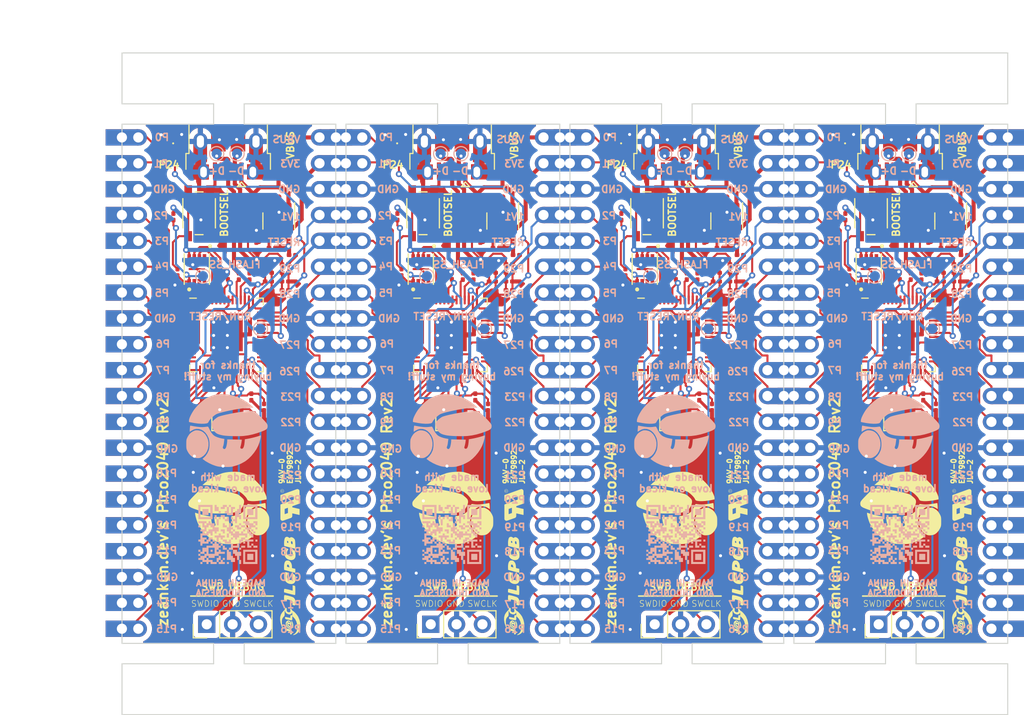
<source format=kicad_pcb>
(kicad_pcb (version 20221018) (generator pcbnew)
  (layers (0 "F.Cu" signal) (31 "B.Cu" signal) (34 "B.Paste" user) (35 "F.Paste" user) (36 "B.SilkS" user "B.Silkscreen") (37 "F.SilkS" user "F.Silkscreen") (38 "B.Mask" user) (39 "F.Mask" user) (44 "Edge.Cuts" user))
  (net 0 "")
  (net 1 "Board_0-+1V1")
  (net 2 "Board_0-+3.3V")
  (net 3 "Board_0-/CLKIN")
  (net 4 "Board_0-/CLKOUT")
  (net 5 "Board_0-/DM")
  (net 6 "Board_0-/DP")
  (net 7 "Board_0-/FLASH_CLOCK")
  (net 8 "Board_0-/FLASH_SD0")
  (net 9 "Board_0-/FLASH_SD1")
  (net 10 "Board_0-/FLASH_SD2")
  (net 11 "Board_0-/FLASH_SD3")
  (net 12 "Board_0-/FLASH_SS")
  (net 13 "Board_0-/P0")
  (net 14 "Board_0-/P1")
  (net 15 "Board_0-/P10")
  (net 16 "Board_0-/P11")
  (net 17 "Board_0-/P12")
  (net 18 "Board_0-/P13")
  (net 19 "Board_0-/P14")
  (net 20 "Board_0-/P15")
  (net 21 "Board_0-/P16")
  (net 22 "Board_0-/P17")
  (net 23 "Board_0-/P18")
  (net 24 "Board_0-/P19")
  (net 25 "Board_0-/P2")
  (net 26 "Board_0-/P20")
  (net 27 "Board_0-/P21")
  (net 28 "Board_0-/P22")
  (net 29 "Board_0-/P23")
  (net 30 "Board_0-/P26")
  (net 31 "Board_0-/P27")
  (net 32 "Board_0-/P28")
  (net 33 "Board_0-/P29")
  (net 34 "Board_0-/P3")
  (net 35 "Board_0-/P4")
  (net 36 "Board_0-/P5")
  (net 37 "Board_0-/P6")
  (net 38 "Board_0-/P7")
  (net 39 "Board_0-/P8")
  (net 40 "Board_0-/P9")
  (net 41 "Board_0-/RESET")
  (net 42 "Board_0-/SWCLK")
  (net 43 "Board_0-/SWDIO")
  (net 44 "Board_0-/USER_LED")
  (net 45 "Board_0-GND")
  (net 46 "Board_0-Net-(R6-Pad1)")
  (net 47 "Board_0-Net-(U1-USB_DM)")
  (net 48 "Board_0-Net-(U1-USB_DP)")
  (net 49 "Board_0-Net-(U2-SENSE{slash}ADJ)")
  (net 50 "Board_0-VBUS")
  (net 51 "Board_0-unconnected-(J1-ID-Pad4)")
  (net 52 "Board_0-unconnected-(U1-GPIO25-Pad37)")
  (net 53 "Board_1-+1V1")
  (net 54 "Board_1-+3.3V")
  (net 55 "Board_1-/CLKIN")
  (net 56 "Board_1-/CLKOUT")
  (net 57 "Board_1-/DM")
  (net 58 "Board_1-/DP")
  (net 59 "Board_1-/FLASH_CLOCK")
  (net 60 "Board_1-/FLASH_SD0")
  (net 61 "Board_1-/FLASH_SD1")
  (net 62 "Board_1-/FLASH_SD2")
  (net 63 "Board_1-/FLASH_SD3")
  (net 64 "Board_1-/FLASH_SS")
  (net 65 "Board_1-/P0")
  (net 66 "Board_1-/P1")
  (net 67 "Board_1-/P10")
  (net 68 "Board_1-/P11")
  (net 69 "Board_1-/P12")
  (net 70 "Board_1-/P13")
  (net 71 "Board_1-/P14")
  (net 72 "Board_1-/P15")
  (net 73 "Board_1-/P16")
  (net 74 "Board_1-/P17")
  (net 75 "Board_1-/P18")
  (net 76 "Board_1-/P19")
  (net 77 "Board_1-/P2")
  (net 78 "Board_1-/P20")
  (net 79 "Board_1-/P21")
  (net 80 "Board_1-/P22")
  (net 81 "Board_1-/P23")
  (net 82 "Board_1-/P26")
  (net 83 "Board_1-/P27")
  (net 84 "Board_1-/P28")
  (net 85 "Board_1-/P29")
  (net 86 "Board_1-/P3")
  (net 87 "Board_1-/P4")
  (net 88 "Board_1-/P5")
  (net 89 "Board_1-/P6")
  (net 90 "Board_1-/P7")
  (net 91 "Board_1-/P8")
  (net 92 "Board_1-/P9")
  (net 93 "Board_1-/RESET")
  (net 94 "Board_1-/SWCLK")
  (net 95 "Board_1-/SWDIO")
  (net 96 "Board_1-/USER_LED")
  (net 97 "Board_1-GND")
  (net 98 "Board_1-Net-(R6-Pad1)")
  (net 99 "Board_1-Net-(U1-USB_DM)")
  (net 100 "Board_1-Net-(U1-USB_DP)")
  (net 101 "Board_1-Net-(U2-SENSE{slash}ADJ)")
  (net 102 "Board_1-VBUS")
  (net 103 "Board_1-unconnected-(J1-ID-Pad4)")
  (net 104 "Board_1-unconnected-(U1-GPIO25-Pad37)")
  (net 105 "Board_2-+1V1")
  (net 106 "Board_2-+3.3V")
  (net 107 "Board_2-/CLKIN")
  (net 108 "Board_2-/CLKOUT")
  (net 109 "Board_2-/DM")
  (net 110 "Board_2-/DP")
  (net 111 "Board_2-/FLASH_CLOCK")
  (net 112 "Board_2-/FLASH_SD0")
  (net 113 "Board_2-/FLASH_SD1")
  (net 114 "Board_2-/FLASH_SD2")
  (net 115 "Board_2-/FLASH_SD3")
  (net 116 "Board_2-/FLASH_SS")
  (net 117 "Board_2-/P0")
  (net 118 "Board_2-/P1")
  (net 119 "Board_2-/P10")
  (net 120 "Board_2-/P11")
  (net 121 "Board_2-/P12")
  (net 122 "Board_2-/P13")
  (net 123 "Board_2-/P14")
  (net 124 "Board_2-/P15")
  (net 125 "Board_2-/P16")
  (net 126 "Board_2-/P17")
  (net 127 "Board_2-/P18")
  (net 128 "Board_2-/P19")
  (net 129 "Board_2-/P2")
  (net 130 "Board_2-/P20")
  (net 131 "Board_2-/P21")
  (net 132 "Board_2-/P22")
  (net 133 "Board_2-/P23")
  (net 134 "Board_2-/P26")
  (net 135 "Board_2-/P27")
  (net 136 "Board_2-/P28")
  (net 137 "Board_2-/P29")
  (net 138 "Board_2-/P3")
  (net 139 "Board_2-/P4")
  (net 140 "Board_2-/P5")
  (net 141 "Board_2-/P6")
  (net 142 "Board_2-/P7")
  (net 143 "Board_2-/P8")
  (net 144 "Board_2-/P9")
  (net 145 "Board_2-/RESET")
  (net 146 "Board_2-/SWCLK")
  (net 147 "Board_2-/SWDIO")
  (net 148 "Board_2-/USER_LED")
  (net 149 "Board_2-GND")
  (net 150 "Board_2-Net-(R6-Pad1)")
  (net 151 "Board_2-Net-(U1-USB_DM)")
  (net 152 "Board_2-Net-(U1-USB_DP)")
  (net 153 "Board_2-Net-(U2-SENSE{slash}ADJ)")
  (net 154 "Board_2-VBUS")
  (net 155 "Board_2-unconnected-(J1-ID-Pad4)")
  (net 156 "Board_2-unconnected-(U1-GPIO25-Pad37)")
  (net 157 "Board_3-+1V1")
  (net 158 "Board_3-+3.3V")
  (net 159 "Board_3-/CLKIN")
  (net 160 "Board_3-/CLKOUT")
  (net 161 "Board_3-/DM")
  (net 162 "Board_3-/DP")
  (net 163 "Board_3-/FLASH_CLOCK")
  (net 164 "Board_3-/FLASH_SD0")
  (net 165 "Board_3-/FLASH_SD1")
  (net 166 "Board_3-/FLASH_SD2")
  (net 167 "Board_3-/FLASH_SD3")
  (net 168 "Board_3-/FLASH_SS")
  (net 169 "Board_3-/P0")
  (net 170 "Board_3-/P1")
  (net 171 "Board_3-/P10")
  (net 172 "Board_3-/P11")
  (net 173 "Board_3-/P12")
  (net 174 "Board_3-/P13")
  (net 175 "Board_3-/P14")
  (net 176 "Board_3-/P15")
  (net 177 "Board_3-/P16")
  (net 178 "Board_3-/P17")
  (net 179 "Board_3-/P18")
  (net 180 "Board_3-/P19")
  (net 181 "Board_3-/P2")
  (net 182 "Board_3-/P20")
  (net 183 "Board_3-/P21")
  (net 184 "Board_3-/P22")
  (net 185 "Board_3-/P23")
  (net 186 "Board_3-/P26")
  (net 187 "Board_3-/P27")
  (net 188 "Board_3-/P28")
  (net 189 "Board_3-/P29")
  (net 190 "Board_3-/P3")
  (net 191 "Board_3-/P4")
  (net 192 "Board_3-/P5")
  (net 193 "Board_3-/P6")
  (net 194 "Board_3-/P7")
  (net 195 "Board_3-/P8")
  (net 196 "Board_3-/P9")
  (net 197 "Board_3-/RESET")
  (net 198 "Board_3-/SWCLK")
  (net 199 "Board_3-/SWDIO")
  (net 200 "Board_3-/USER_LED")
  (net 201 "Board_3-GND")
  (net 202 "Board_3-Net-(R6-Pad1)")
  (net 203 "Board_3-Net-(U1-USB_DM)")
  (net 204 "Board_3-Net-(U1-USB_DP)")
  (net 205 "Board_3-Net-(U2-SENSE{slash}ADJ)")
  (net 206 "Board_3-VBUS")
  (net 207 "Board_3-unconnected-(J1-ID-Pad4)")
  (net 208 "Board_3-unconnected-(U1-GPIO25-Pad37)")
  (footprint "GD25Q16CEIGR:PSON50P200X300X50-9N" (layer "F.Cu") (at 134.35 41.23 90)
    (fp_text reference "U3" hide)
    (fp_text value "GD25Q16CEIGR")
  )
  (footprint "TL3365AF180QG:SW_TL3365AF180QG" (layer "F.Cu") (at 178.575 35.75 90)
    (fp_text reference "S1" hide)
    (fp_text value "TL3365AF180QG" hide)
  )
  (footprint "Crystal:Crystal_SMD_2520-4Pin_2.5x2.0mm" (layer "F.Cu") (at 115.475 55.7)
    (fp_text reference "Y1" hide)
    (fp_text value "12MHz")
  )
  (footprint "Resistor_SMD:R_0201_0603Metric" (layer "F.Cu") (at 118.2 38.305 90)
    (fp_text reference "R4" hide)
    (fp_text value "12")
  )
  (footprint "Capacitor_SMD:C_0201_0603Metric" (layer "F.Cu") (at 165.03 40.75)
    (fp_text reference "C8" hide)
    (fp_text value "100nF")
  )
  (footprint "Package_TO_SOT_SMD:TSOT-23-5" (layer "F.Cu") (at 142.4 36.5125 -90)
    (fp_text reference "U2" hide)
    (fp_text value "ADP7142AUJZ-3.3")
  )
  (footprint "Connector_USB:USB_Micro-B_Amphenol_10103594-0001LF_Horizontal" (layer "F.Cu") (at 159.405 29.815 180)
    (fp_text reference "J1" hide)
    (fp_text value "USB_B_Micro" hide)
  )
  (footprint "Connector_PinHeader_2.54mm:PinHeader_1x03_P2.54mm_Vertical" (layer "F.Cu") (at 157.325 76.125 90)
    (fp_text reference "J4" hide)
    (fp_text value "Conn_01x03")
  )
  (footprint "Capacitor_SMD:C_0201_0603Metric" (layer "F.Cu") (at 157.1 56.345 90)
    (fp_text reference "C15" hide)
    (fp_text value "15pF")
  )
  (footprint "Resistor_SMD:R_0201_0603Metric" (layer "F.Cu") (at 119.76 39.15)
    (fp_text reference "R3" hide)
    (fp_text value "12")
  )
  (footprint "Capacitor_SMD:C_0201_0603Metric" (layer "F.Cu") (at 139.95 55.75 -90)
    (fp_text reference "C14" hide)
    (fp_text value "15pF")
  )
  (footprint "Capacitor_SMD:C_0201_0603Metric" (layer "F.Cu") (at 143.73 39.85)
    (fp_text reference "C13" hide)
    (fp_text value "2.2uF")
  )
  (footprint "Capacitor_SMD:C_0201_0603Metric" (layer "F.Cu") (at 184.95 54.795 -90)
    (fp_text reference "C3" hide)
    (fp_text value "1uF")
  )
  (footprint "Capacitor_SMD:C_0201_0603Metric" (layer "F.Cu") (at 187.035 43.3)
    (fp_text reference "C11" hide)
    (fp_text value "100nF")
  )
  (footprint "Resistor_SMD:R_0201_0603Metric" (layer "F.Cu") (at 110.45 41.55 -90)
    (fp_text reference "R6" hide)
    (fp_text value "1K")
  )
  (footprint "Capacitor_SMD:C_0201_0603Metric" (layer "F.Cu") (at 165.035 43.3)
    (fp_text reference "C11" hide)
    (fp_text value "100nF")
  )
  (footprint "LOGO" (layer "F.Cu") (at 181.5 64.7)
    (fp_text reference "G***" hide)
    (fp_text value "LOGO" hide)
  )
  (footprint "Resistor_SMD:R_0201_0603Metric" (layer "F.Cu") (at 154.45 41.55 -90)
    (fp_text reference "R6" hide)
    (fp_text value "1K")
  )
  (footprint "GD25Q16CEIGR:PSON50P200X300X50-9N" (layer "F.Cu") (at 112.35 41.23 90)
    (fp_text reference "U3" hide)
    (fp_text value "GD25Q16CEIGR")
  )
  (footprint "Capacitor_SMD:C_0201_0603Metric" (layer "F.Cu") (at 121.03 42.45)
    (fp_text reference "C10" hide)
    (fp_text value "100nF")
  )
  (footprint "Capacitor_SMD:C_0201_0603Metric" (layer "F.Cu") (at 142.375 31.73 90)
    (fp_text reference "C12" hide)
    (fp_text value "2.2uF")
  )
  (footprint "Package_TO_SOT_SMD:TSOT-23-5" (layer "F.Cu") (at 120.4 36.5125 -90)
    (fp_text reference "U2" hide)
    (fp_text value "ADP7142AUJZ-3.3")
  )
  (footprint "Crystal:Crystal_SMD_2520-4Pin_2.5x2.0mm" (layer "F.Cu") (at 137.475 55.7)
    (fp_text reference "Y1" hide)
    (fp_text value "12MHz")
  )
  (footprint "TL3365AF180QG:SW_TL3365AF180QG" (layer "F.Cu") (at 156.575 35.75 90)
    (fp_text reference "S1" hide)
    (fp_text value "TL3365AF180QG" hide)
  )
  (footprint "LOGO" (layer "F.Cu") (at 143.5 64.4 90)
    (fp_text reference "G***" hide)
    (fp_text value "LOGO" hide)
  )
  (footprint "SMD-TH-Connector:PinHeader_1x20_2H_P2.54mm_Vertical" (layer "F.Cu") (at 106.6 28.3)
    (fp_text reference "J2" hide)
    (fp_text value "Conn_01x20")
  )
  (footprint "Resistor_SMD:R_0201_0603Metric" (layer "F.Cu") (at 162.2 38.305 90)
    (fp_text reference "R4" hide)
    (fp_text value "12")
  )
  (footprint "SMD-TH-Connector:PinHeader_1x20_2H_P2.54mm_Vertical" (layer "F.Cu") (at 128.6 28.3)
    (fp_text reference "J2" hide)
    (fp_text value "Conn_01x20")
  )
  (footprint "GD25Q16CEIGR:PSON50P200X300X50-9N" (layer "F.Cu") (at 156.35 41.23 90)
    (fp_text reference "U3" hide)
    (fp_text value "GD25Q16CEIGR")
  )
  (footprint "Resistor_SMD:R_0201_0603Metric" (layer "F.Cu") (at 141.76 39.15)
    (fp_text reference "R3" hide)
    (fp_text value "12")
  )
  (footprint "LED_SMD:LED_0201_0603Metric" (layer "F.Cu") (at 186.475 29.0675 -90)
    (fp_text reference "D1" hide)
    (fp_text value "LED")
  )
  (footprint "Connector_PinHeader_2.54mm:PinHeader_1x03_P2.54mm_Vertical" (layer "F.Cu") (at 113.325 76.125 90)
    (fp_text reference "J4" hide)
    (fp_text value "Conn_01x03")
  )
  (footprint "Crystal:Crystal_SMD_2520-4Pin_2.5x2.0mm" (layer "F.Cu") (at 159.475 55.7)
    (fp_text reference "Y1" hide)
    (fp_text value "12MHz")
  )
  (footprint "Capacitor_SMD:C_0201_0603Metric" (layer "F.Cu") (at 119.38 40.775)
    (fp_text reference "C5" hide)
    (fp_text value "100nF")
  )
  (footprint "Crystal:Crystal_SMD_2520-4Pin_2.5x2.0mm" (layer "F.Cu") (at 181.475 55.7)
    (fp_text reference "Y1" hide)
    (fp_text value "12MHz")
  )
  (footprint "Capacitor_SMD:C_0201_0603Metric" (layer "F.Cu") (at 121.73 39.85)
    (fp_text reference "C13" hide)
    (fp_text value "2.2uF")
  )
  (footprint "Capacitor_SMD:C_0201_0603Metric" (layer "F.Cu") (at 121.035 43.3)
    (fp_text reference "C11" hide)
    (fp_text value "100nF")
  )
  (footprint "Capacitor_SMD:C_0201_0603Metric" (layer "F.Cu") (at 154.65 43.345 90)
    (fp_text reference "C4" hide)
    (fp_text value "1uF")
  )
  (footprint "Capacitor_SMD:C_0201_0603Metric" (layer "F.Cu") (at 161.7 53.795 -90)
    (fp_text reference "C2" hide)
    (fp_text value "100nF")
  )
  (footprint "Capacitor_SMD:C_0201_0603Metric" (layer "F.Cu") (at 185.38 41.6)
    (fp_text reference "C6" hide)
    (fp_text value "100nF")
  )
  (footprint "Capacitor_SMD:C_0201_0603Metric" (layer "F.Cu") (at 185.38 42.45)
    (fp_text reference "C7" hide)
    (fp_text value "100nF")
  )
  (footprint "LOGO" (layer "F.Cu") (at 137.5 64.7)
    (fp_text reference "G***" hide)
    (fp_text value "LOGO" hide)
  )
  (footprint "LOGO" (layer "F.Cu") (at 143.5 72.4 90)
    (fp_text reference "G***" hide)
    (fp_text value "LOGO" hide)
  )
  (footprint "Resistor_SMD:R_0201_0603Metric" (layer "F.Cu") (at 154.05 36.1 -90)
    (fp_text reference "R5" hide)
    (fp_text value "NO-FIT")
  )
  (footprint "Resistor_SMD:R_0201_0603Metric" (layer "F.Cu") (at 184.2 38.305 90)
    (fp_text reference "R4" hide)
    (fp_text value "12")
  )
  (footprint "Capacitor_SMD:C_0201_0603Metric" (layer "F.Cu") (at 143.035 43.3)
    (fp_text reference "C11" hide)
    (fp_text value "100nF")
  )
  (footprint "Capacitor_SMD:C_0201_0603Metric" (layer "F.Cu") (at 187.03 40.75)
    (fp_text reference "C8" hide)
    (fp_text value "100nF")
  )
  (footprint "LOGO" (layer "F.Cu") (at 115.5 64.7)
    (fp_text reference "G***" hide)
    (fp_text value "LOGO" hide)
  )
  (footprint "LED_SMD:LED_0201_0603Metric" (layer "F.Cu") (at 120.475 29.0675 -90)
    (fp_text reference "D1" hide)
    (fp_text value "LED")
  )
  (footprint "LED_SMD:LED_0201_0603Metric" (layer "F.Cu") (at 132.025 29.7425 -90)
    (fp_text reference "D2" hide)
    (fp_text value "LED")
  )
  (footprint "Resistor_SMD:R_0201_0603Metric" (layer "F.Cu") (at 185.76 39.15)
    (fp_text reference "R3" hide)
    (fp_text value "12")
  )
  (footprint "Capacitor_SMD:C_0201_0603Metric" (layer "F.Cu") (at 119.38 42.45)
    (fp_text reference "C7" hide)
    (fp_text value "100nF")
  )
  (footprint "LED_SMD:LED_0201_0603Metric" (layer "F.Cu") (at 110.025 29.7425 -90)
    (fp_text reference "D2" hide)
    (fp_text value "LED")
  )
  (footprint "Connector_USB:USB_Micro-B_Amphenol_10103594-0001LF_Horizontal" (layer "F.Cu") (at 115.405 29.815 180)
    (fp_text reference "J1" hide)
    (fp_text value "USB_B_Micro" hide)
  )
  (footprint "Capacitor_SMD:C_0201_0603Metric" (layer "F.Cu") (at 165.03 42.45)
    (fp_text reference "C10" hide)
    (fp_text value "100nF")
  )
  (footprint "Capacitor_SMD:C_0201_0603Metric" (layer "F.Cu") (at 187.03 42.45)
    (fp_text reference "C10" hide)
    (fp_text value "100nF")
  )
  (footprint "Resistor_SMD:R_0201_0603Metric" (layer "F.Cu") (at 176.45 41.55 -90)
    (fp_text reference "R6" hide)
    (fp_text value "1K")
  )
  (footprint "Resistor_SMD:R_0201_0603Metric" (layer "F.Cu") (at 110.05 36.1 -90)
    (fp_text reference "R5" hide)
    (fp_text value "NO-FIT")
  )
  (footprint "Resistor_SMD:R_0201_0603Metric" (layer "F.Cu") (at 163.76 39.15)
    (fp_text reference "R3" hide)
    (fp_text value "12")
  )
  (footprint "Resistor_SMD:R_0201_0603Metric" (layer "F.Cu") (at 160.475 41.95 -90)
    (fp_text reference "R1" hide)
    (fp_text value "200")
  )
  (footprint "Capacitor_SMD:C_0201_0603Metric" (layer "F.Cu") (at 164.375 31.73 90)
    (fp_text reference "C12" hide)
    (fp_text value "2.2uF")
  )
  (footprint "Capacitor_SMD:C_0201_0603Metric" (layer "F.Cu") (at 141.38 41.6)
    (fp_text reference "C6" hide)
    (fp_text value "100nF")
  )
  (footprint "LOGO" (layer "F.Cu") (at 187.5 64.4 90)
    (fp_text reference "G***" hide)
    (fp_text value "LOGO" hide)
  )
  (footprint "Resistor_SMD:R_0201_0603Metric" (layer "F.Cu") (at 139.525 41.955 -90)
    (fp_text reference "R2" hide)
    (fp_text value "200")
  )
  (footprint "LED_SMD:LED_0201_0603Metric" (layer "F.Cu") (at 154.025 29.7425 -90)
    (fp_text reference "D2" hide)
    (fp_text value "LED")
  )
  (footprint "LOGO" (layer "F.Cu") (at 121.5 64.4 90)
    (fp_text reference "G***" hide)
    (fp_text value "LOGO" hide)
  )
  (footprint "LOGO" (layer "F.Cu") (at 165.5 64.4 90)
    (fp_text reference "G***" hide)
    (fp_text value "LOGO" hide)
  )
  (footprint "Connector_USB:USB_Micro-B_Amphenol_10103594-0001LF_Horizontal" (layer "F.Cu") (at 181.405 29.815 180)
    (fp_text reference "J1" hide)
    (fp_text value "USB_B_Micro" hide)
  )
  (footprint "Capacitor_SMD:C_0201_0603Metric" (layer "F.Cu") (at 119.38 41.6)
    (fp_text reference "C6" hide)
    (fp_text value "100nF")
  )
  (footprint "Capacitor_SMD:C_0201_0603Metric" (layer "F.Cu") (at 165.03 41.6)
    (fp_text reference "C9" hide)
    (fp_text value "100nF")
  )
  (footprint "Capacitor_SMD:C_0201_0603Metric" (layer "F.Cu") (at 162.95 54.795 -90)
    (fp_text reference "C3" hide)
    (fp_text value "1uF")
  )
  (footprint "Capacitor_SMD:C_0201_0603Metric" (layer "F.Cu") (at 117.7 53.795 -90)
    (fp_text reference "C2" hide)
    (fp_text value "100nF")
  )
  (footprint "LOGO" (layer "F.Cu") (at 187.5 72.4 90)
    (fp_text reference "G***" hide)
    (fp_text value "LOGO" hide)
  )
  (footprint "GD25Q16CEIGR:PSON50P200X300X50-9N" (layer "F.Cu") (at 178.35 41.23 90)
    (fp_text reference "U3" hide)
    (fp_text value "GD25Q16CEIGR")
  )
  (footprint "Resistor_SMD:R_0201_0603Metric" (layer "F.Cu") (at 132.45 41.55 -90)
    (fp_text reference "R6" hide)
    (fp_text value "1K")
  )
  (footprint "Capacitor_SMD:C_0201_0603Metric" (layer "F.Cu") (at 113.1 56.345 90)
    (fp_text reference "C15" hide)
    (fp_text value "15pF")
  )
  (footprint "Capacitor_SMD:C_0201_0603Metric" (layer "F.Cu") (at 187.03 41.6)
    (fp_text reference "C9" hide)
    (fp_text value "100nF")
  )
  (footprint "Resistor_SMD:R_0201_0603Metric" (layer "F.Cu") (at 140.2 38.305 90)
    (fp_text reference "R4" hide)
    (fp_text value "12")
  )
  (footprint "Capacitor_SMD:C_0201_0603Metric" (layer "F.Cu") (at 121.03 41.6)
    (fp_text reference "C9" hide)
    (fp_text value "100nF")
  )
  (footprint "Capacitor_SMD:C_0201_0603Metric" (layer "F.Cu") (at 143.03 42.45)
    (fp_text reference "C10" hide)
    (fp_text value "100nF")
  )
  (footprint "Package_TO_SOT_SMD:TSOT-23-5" (layer "F.Cu") (at 186.4 36.5125 -90)
    (fp_text reference "U2" hide)
    (fp_text value "ADP7142AUJZ-3.3")
  )
  (footprint "TL3365AF180QG:SW_TL3365AF180QG" (layer "F.Cu") (at 134.575 35.75 90)
    (fp_text reference "S1" hide)
    (fp_text value "TL3365AF180QG" hide)
  )
  (footprint "Connector_PinHeader_2.54mm:PinHeader_1x03_P2.54mm_Vertical" (layer "F.Cu") (at 135.325 76.125 90)
    (fp_text reference "J4" hide)
    (fp_text value "Conn_01x03")
  )
  (footprint "SMD-TH-Connector:PinHeader_1x20_2H_P2.54mm_Vertical" (layer "F.Cu") (at 150.6 28.3)
    (fp_text reference "J2" hide)
    (fp_text value "Conn_01x20")
  )
  (footprint "Capacitor_SMD:C_0201_0603Metric" (layer "F.Cu") (at 163.38 40.775)
    (fp_text reference "C5" hide)
    (fp_text value "100nF")
  )
  (footprint "Capacitor_SMD:C_0201_0603Metric" (layer "F.Cu") (at 186.375 31.73 90)
    (fp_text reference "C12" hide)
    (fp_text value "2.2uF")
  )
  (footprint "TL3365AF180QG:SW_TL3365AF180QG" (layer "F.Cu") (at 112.575 35.75 90)
    (fp_text reference "S1" hide)
    (fp_text value "TL3365AF180QG" hide)
  )
  (footprint "Capacitor_SMD:C_0201_0603Metric" (layer "F.Cu") (at 165.73 39.85)
    (fp_text reference "C13" hide)
    (fp_text value "2.2uF")
  )
  (footprint "Capacitor_SMD:C_0201_0603Metric" (layer "F.Cu") (at 135.1 56.345 90)
    (fp_text reference "C15" hide)
    (fp_text value "15pF")
  )
  (footprint "Capacitor_SMD:C_0201_0603Metric" (layer "F.Cu") (at 179.1 56.345 90)
    (fp_text reference "C15" hide)
    (fp_text value "15pF")
  )
  (footprint "Capacitor_SMD:C_0201_0603Metric" (layer "F.Cu") (at 161.95 55.75 -90)
    (fp_text reference "C14" hide)
    (fp_text value "15pF")
  )
  (footprint "Capacitor_SMD:C_0201_0603Metric" (layer "F.Cu") (at 110.65 43.345 90)
    (fp_text reference "C4" hide)
    (fp_text value "1uF")
  )
  (footprint "Resistor_SMD:R_0201_0603Metric" (layer "F.Cu") (at 116.475 41.95 -90)
    (fp_text reference "R1" hide)
    (fp_text value "200")
  )
  (footprint "Capacitor_SMD:C_0201_0603Metric" (layer "F.Cu") (at 143.03 40.75)
    (fp_text reference "C8" hide)
    (fp_text value "100nF")
  )
  (footprint "Capacitor_SMD:C_0201_0603Metric" (layer "F.Cu") (at 181.4 41.92 90)
    (fp_text reference "C1" hide)
    (fp_text value "100nF")
  )
  (footprint "Capacitor_SMD:C_0201_0603Metric" (layer "F.Cu") (at 132.65 43.345 90)
    (fp_text reference "C4" hide)
    (fp_text value "1uF")
  )
  (footprint "Capacitor_SMD:C_0201_0603Metric" (layer "F.Cu") (at 187.73 39.85)
    (fp_text reference "C13" hide)
    (fp_text value "2.2uF")
  )
  (footprint "Capacitor_SMD:C_0201_0603Metric" (layer "F.Cu") (at 183.7 53.795 -90)
    (fp_text reference "C2" hide)
    (fp_text value "100nF")
  )
  (footprint "Capacitor_SMD:C_0201_0603Metric" (layer "F.Cu") (at 183.95 55.75 -90)
    (fp_text reference "C14" hide)
    (fp_text value "15pF")
  )
  (footprint "Capacitor_SMD:C_0201_0603Metric" (layer "F.Cu") (at 143.03 41.6)
    (fp_text reference "C9" hide)
    (fp_text value "100nF")
  )
  (footprint "Capacitor_SMD:C_0201_0603Metric" (layer "F.Cu") (at 141.38 40.775)
    (fp_text reference "C5" hide)
    (fp_text value "100nF")
  )
  (footprint "LED_SMD:LED_0201_0603Metric" (layer "F.Cu") (at 176.025 29.7425 -90)
    (fp_text reference "D2" hide)
    (fp_text value "LED")
  )
  (footprint "Capacitor_SMD:C_0201_0603Metric" (layer "F.Cu") (at 120.375 31.73 90)
    (fp_text reference "C12" hide)
    (fp_text value "2.2uF")
  )
  (footprint "LOGO" (layer "F.Cu") (at 159.5 64.7)
    (fp_text reference "G***" hide)
    (fp_text value "LOGO" hide)
  )
  (footprint "Connector_USB:USB_Micro-B_Amphenol_10103594-0001LF_Horizontal" (layer "F.Cu") (at 137.405 29.815 180)
    (fp_text reference "J1" hide)
    (fp_text value "USB_B_Micro" hide)
  )
  (footprint "LOGO" (layer "F.Cu") (at 121.5 72.4 90)
    (fp_text reference "G***" hide)
    (fp_text value "LOGO" hide)
  )
  (footprint "Capacitor_SMD:C_0201_0603Metric" (layer "F.Cu") (at 117.95 55.75 -90)
    (fp_text reference "C14" hide)
    (fp_text value "15pF")
  )
  (footprint "Capacitor_SMD:C_0201_0603Metric" (layer "F.Cu") (at 141.38 42.45)
    (fp_text reference "C7" hide)
    (fp_text value "100nF")
  )
  (footprint "Package_TO_SOT_SMD:TSOT-23-5" (layer "F.Cu") (at 164.4 36.5125 -90)
    (fp_text reference "U2" hide)
    (fp_text value "ADP7142AUJZ-3.3")
  )
  (footprint "Capacitor_SMD:C_0201_0603Metric" (layer "F.Cu") (at 121.03 40.75)
    (fp_text reference "C8" hide)
    (fp_text value "100nF")
  )
  (footprint "Resistor_SMD:R_0201_0603Metric" (layer "F.Cu") (at 182.475 41.95 -90)
    (fp_text reference "R1" hide)
    (fp_text value "200")
  )
  (footprint "Resistor_SMD:R_0201_0603Metric" (layer "F.Cu") (at 132.05 36.1 -90)
    (fp_text reference "R5" hide)
    (fp_text value "NO-FIT")
  )
  (footprint "Resistor_SMD:R_0201_0603Metric" (layer "F.Cu") (at 161.525 41.955 -90)
    (fp_text reference "R2" hide)
    (fp_text value "200")
  )
  (footprint "Capacitor_SMD:C_0201_0603Metric" (layer "F.Cu") (at 139.7 53.795 -90)
    (fp_text reference "C2" hide)
    (fp_text value "100nF")
  )
  (footprint "Capacitor_SMD:C_0201_0603Metric" (layer "F.Cu") (at 118.95 54.795 -90)
    (fp_text reference "C3" hide)
    (fp_text value "1uF")
  )
  (footprint "LOGO" (layer "F.Cu") (at 165.5 72.4 90)
    (fp_text reference "G***" hide)
    (fp_text value "LOGO" hide)
  )
  (footprint "Capacitor_SMD:C_0201_0603Metric" (layer "F.Cu") (at 159.4 41.92 90)
    (fp_text reference "C1" hide)
    (fp_text value "100nF")
  )
  (footprint "Package_DFN_QFN:QFN-56-1EP_7x7mm_P0.4mm_EP3.2x3.2mm" (layer "F.Cu") (at 137.2625 47.7)
    (fp_text reference "U1" hide)
    (fp_text value "RP2040")
  )
  (footprint "Capacitor_SMD:C_0201_0603Metric" (layer "F.Cu") (at 185.38 40.775)
    (fp_text reference "C5" hide)
    (fp_text value "100nF")
  )
  (footprint "Resistor_SMD:R_0201_0603Metric" (layer "F.Cu") (at 176.05 36.1 -90)
    (fp_text reference "R5" hide)
    (fp_text value "NO-FIT")
  )
  (footprint "Capacitor_SMD:C_0201_0603Metric" (layer "F.Cu") (at 176.65 43.345 90)
    (fp_text reference "C4" hide)
    (fp_text value "1uF")
  )
  (footprint "Package_DFN_QFN:QFN-56-1EP_7x7mm_P0.4mm_EP3.2x3.2mm" (layer "F.Cu") (at 115.2625 47.7)
    (fp_text reference "U1" hide)
    (fp_text value "RP2040")
  )
  (footprint "Capacitor_SMD:C_0201_0603Metric" (layer "F.Cu") (at 163.38 41.6)
    (fp_text reference "C6" hide)
    (fp_text value "100nF")
  )
  (footprint "Resistor_SMD:R_0201_0603Metric" (layer "F.Cu") (at 183.525 41.955 -90)
    (fp_text reference "R2" hide)
    (fp_text value "200")
  )
  (footprint "Capacitor_SMD:C_0201_0603Metric" (layer "F.Cu") (at 140.95 54.795 -90)
    (fp_text reference "C3" hide)
    (fp_text value "1uF")
  )
  (footprint "Resistor_SMD:R_0201_0603Metric" (layer "F.Cu") (at 117.525 41.955 -90)
    (fp_text reference "R2" hide)
    (fp_text value "200")
  )
  (footprint "LED_SMD:LED_0201_0603Metric" (layer "F.Cu") (at 142.475 29.0675 -90)
    (fp_text reference "D1" hide)
    (fp_text value "LED")
  )
  (footprint "Connector_PinHeader_2.54mm:PinHeader_1x03_P2.54mm_Vertical" (layer "F.Cu") (at 179.325 76.125 90)
    (fp_text reference "J4" hide)
    (fp_text value "Conn_01x03")
  )
  (footprint "Capacitor_SMD:C_0201_0603Metric" (layer "F.Cu") (at 137.4 41.92 90)
    (fp_text reference "C1" hide)
    (fp_text value "100nF")
  )
  (footprint "Package_DFN_QFN:QFN-56-1EP_7x7mm_P0.4mm_EP3.2x3.2mm" (layer "F.Cu") (at 159.2625 47.7)
    (fp_text reference "U1" hide)
    (fp_text value "RP2040")
  )
  (footprint "Resistor_SMD:R_0201_0603Metric" (layer "F.Cu") (at 138.475 41.95 -90)
    (fp_text reference "R1" hide)
    (fp_text value "200")
  )
  (footprint "SMD-TH-Connector:PinHeader_1x20_2H_P2.54mm_Vertical" (layer "F.Cu") (at 172.6 28.3)
    (fp_text reference "J2" hide)
    (fp_text value "Conn_01x20")
  )
  (footprint "Package_DFN_QFN:QFN-56-1EP_7x7mm_P0.4mm_EP3.2x3.2mm" (layer "F.Cu") (at 181.2625 47.7)
    (fp_text reference "U1" hide)
    (fp_text value "RP2040")
  )
  (footprint "Capacitor_SMD:C_0201_0603Metric" (layer "F.Cu") (at 115.4 41.92 90)
    (fp_text reference "C1" hide)
    (fp_text value "100nF")
  )
  (footprint "LED_SMD:LED_0201_0603Metric" (layer "F.Cu") (at 164.475 29.0675 -90)
    (fp_text reference "D1" hide)
    (fp_text value "LED")
  )
  (footprint "Capacitor_SMD:C_0201_0603Metric" (layer "F.Cu") (at 163.38 42.45)
    (fp_text reference "C7" hide)
    (fp_text value "100nF")
  )
  (footprint "TestPoint:TestPoint_Pad_D1.0mm" (layer "B.Cu") (at 118.6 47.1 180)
    (fp_text reference "TP3" hide)
    (fp_text value "RESET")
  )
  (footprint "TestPoint:TestPoint_Pad_D1.0mm" (layer "B.Cu") (at 178.95 41.925 180)
    (fp_text reference "TP4" hide)
    (fp_text value "FLASH_SS")
  )
  (footprint "LOGO" (layer "B.Cu") (at 159.4 67.3 180)
    (fp_text reference "G***" hide)
    (fp_text value "LOGO" hide)
  )
  (footprint "TestPoint:TestPoint_Pad_D1.0mm" (layer "B.Cu") (at 160.3 29.9 180)
    (fp_text reference "TP2" hide)
    (fp_text value "USB_DM")
  )
  (footprint "TestPoint:TestPoint_Pad_D1.0mm" (layer "B.Cu") (at 162.6 47.1 180)
    (fp_text reference "TP3" hide)
    (fp_text value "RESET")
  )
  (footprint "LOGO" (layer "B.Cu") (at 115.4 67.3 180)
    (fp_text reference "G***" hide)
    (fp_text value "LOGO" hide)
  )
  (footprint "SMD-TH-Connector:PinHeader_1x20_2H_P2.54mm_Vertical" (layer "B.Cu") (at 124.4 28.3 180)
    (fp_text reference "J3" hide)
    (fp_text value "Conn_01x20")
  )
  (footprint "TestPoint:TestPoint_Pad_D1.0mm" (layer "B.Cu") (at 112.95 41.925 180)
    (fp_text reference "TP4" hide)
    (fp_text value "FLASH_SS")
  )
  (footprint "LOGO" (layer "B.Cu") (at 115.3 57.1 180)
    (fp_text reference "G***" hide)
    (fp_text value "LOGO" hide)
  )
  (footprint "SMD-TH-Connector:PinHeader_1x20_2H_P2.54mm_Vertical" (layer "B.Cu") (at 190.4 28.3 180)
    (fp_text reference "J3" hide)
    (fp_text value "Conn_01x20")
  )
  (footprint "SMD-TH-Connector:PinHeader_1x20_2H_P2.54mm_Vertical" (layer "B.Cu") (at 146.4 28.3 180)
    (fp_text reference "J3" hide)
    (fp_text value "Conn_01x20")
  )
  (footprint "LOGO" (layer "B.Cu") (at 181.4 67.3 180)
    (fp_text reference "G***" hide)
    (fp_text value "LOGO" hide)
  )
  (footprint "TestPoint:TestPoint_Pad_D1.0mm" (layer "B.Cu") (at 138.3 29.9 180)
    (fp_text reference "TP2" hide)
    (fp_text value "USB_DM")
  )
  (footprint "TestPoint:TestPoint_Pad_D1.0mm" (layer "B.Cu") (at 114.3 29.9 180)
    (fp_text reference "TP1" hide)
    (fp_text value "USB_DP")
  )
  (footprint "TestPoint:TestPoint_Pad_D1.0mm" (layer "B.Cu") (at 134.95 41.925 180)
    (fp_text reference "TP4" hide)
    (fp_text value "FLASH_SS")
  )
  (footprint "SMD-TH-Connector:PinHeader_1x20_2H_P2.54mm_Vertical" (layer "B.Cu") (at 168.4 28.3 180)
    (fp_text reference "J3" hide)
    (fp_text value "Conn_01x20")
  )
  (footprint "TestPoint:TestPoint_Pad_D1.0mm" (layer "B.Cu") (at 140.6 47.1 180)
    (fp_text reference "TP3" hide)
    (fp_text value "RESET")
  )
  (footprint "LOGO" (layer "B.Cu") (at 137.3 57.1 180)
    (fp_text reference "G***" hide)
    (fp_text value "LOGO" hide)
  )
  (footprint "TestPoint:TestPoint_Pad_D1.0mm" (layer "B.Cu") (at 136.3 29.9 180)
    (fp_text reference "TP1" hide)
    (fp_text value "USB_DP")
  )
  (footprint "TestPoint:TestPoint_Pad_D1.0mm" (layer "B.Cu") (at 116.3 29.9 180)
    (fp_text reference "TP2" hide)
    (fp_text value "USB_DM")
  )
  (footprint "LOGO" (layer "B.Cu") (at 137.4 67.3 180)
    (fp_text reference "G***" hide)
    (fp_text value "LOGO" hide)
  )
  (footprint "TestPoint:TestPoint_Pad_D1.0mm" (layer "B.Cu") (at 184.6 47.1 180)
    (fp_text reference "TP3" hide)
    (fp_text value "RESET")
  )
  (footprint "LOGO" (layer "B.Cu") (at 181.3 57.1 180)
    (fp_text reference "G***" hide)
    (fp_text value "LOGO" hide)
  )
  (footprint "LOGO" (layer "B.Cu") (at 159.3 57.1 180)
    (fp_text reference "G***" hide)
    (fp_text value "LOGO" hide)
  )
  (footprint "TestPoint:TestPoint_Pad_D1.0mm" (layer "B.Cu") (at 180.3 29.9 180)
    (fp_text reference "TP1" hide)
    (fp_text value "USB_DP")
  )
  (footprint "TestPoint:TestPoint_Pad_D1.0mm" (layer "B.Cu") (at 182.3 29.9 180)
    (fp_text reference "TP2" hide)
    (fp_text value "USB_DM")
  )
  (footprint "TestPoint:TestPoint_Pad_D1.0mm" (layer "B.Cu") (at 158.3 29.9 180)
    (fp_text reference "TP1" hide)
    (fp_text value "USB_DP")
  )
  (footprint "TestPoint:TestPoint_Pad_D1.0mm" (layer "B.Cu") (at 156.95 41.925 180)
    (fp_text reference "TP4" hide)
    (fp_text value "FLASH_SS")
  )
  (gr_line (start 185.85 73.35) (end 177.75 73.35) (stroke (width 0.15)) (layer "F.SilkS"))
  (gr_line (start 163.85 73.35) (end 155.75 73.35) (stroke (width 0.15)) (layer "F.SilkS"))
  (gr_line (start 119.85 73.35) (end 111.75 73.35) (stroke (width 0.15)) (layer "F.SilkS"))
  (gr_line (start 141.85 73.35) (end 133.75 73.35) (stroke (width 0.15)) (layer "F.SilkS"))
  (gr_line (start 148 56.1) (end 148 48.9) (stroke (width 0.1)) (layer "Edge.Cuts"))
  (gr_line (start 171 56.1) (end 171 56.1) (stroke (width 0.1)) (layer "Edge.Cuts"))
  (gr_line (start 149 48.9) (end 149 56.1) (stroke (width 0.1)) (layer "Edge.Cuts"))
  (gr_line (start 127 48.9) (end 127 56.1) (stroke (width 0.1)) (layer "Edge.Cuts"))
  (gr_line (start 127 78) (end 136 78) (stroke (width 0.1)) (layer "Edge.Cuts"))
  (gr_line (start 171 69.3) (end 171 78) (stroke (width 0.1)) (layer "Edge.Cuts"))
  (gr_line (start 117 27) (end 117 25) (stroke (width 0.1)) (layer "Edge.Cuts"))
  (gr_line (start 127 48.9) (end 127 45.9) (stroke (width 0.1)) (layer "Edge.Cuts"))
  (gr_line (start 158 25) (end 158 25) (stroke (width 0.1)) (layer "Edge.Cuts"))
  (gr_line (start 136 25) (end 136 27) (stroke (width 0.1)) (layer "Edge.Cuts"))
  (gr_line (start 183 25) (end 192 25) (stroke (width 0.1)) (layer "Edge.Cuts"))
  (gr_line (start 126 27) (end 117 27) (stroke (width 0.1)) (layer "Edge.Cuts"))
  (gr_line (start 170 78) (end 170 78) (stroke (width 0.1)) (layer "Edge.Cuts"))
  (gr_line (start 148 78) (end 148 69.3) (stroke (width 0.1)) (layer "Edge.Cuts"))
  (gr_line (start 149 59.1) (end 149 66.3) (stroke (width 0.1)) (layer "Edge.Cuts"))
  (gr_line (start 183 80) (end 183 78) (stroke (width 0.1)) (layer "Edge.Cuts"))
  (gr_line (start 183 27) (end 183 25) (stroke (width 0.1)) (layer "Edge.Cuts"))
  (gr_line (start 126 66.3) (end 126 59.1) (stroke (width 0.1)) (layer "Edge.Cuts"))
  (gr_line (start 126 45.9) (end 126 38.7) (stroke (width 0.1)) (layer "Edge.Cuts"))
  (gr_line (start 117 78) (end 126 78) (stroke (width 0.1)) (layer "Edge.Cuts"))
  (gr_line (start 148 35.7) (end 148 27) (stroke (width 0.1)) (layer "Edge.Cuts"))
  (gr_line (start 149 78) (end 158 78) (stroke (width 0.1)) (layer "Edge.Cuts"))
  (gr_line (start 192 25) (end 192 20) (stroke (width 0.1)) (layer "Edge.Cuts"))
  (gr_line (start 170 27) (end 161 27) (stroke (width 0.1)) (layer "Edge.Cuts"))
  (gr_line (start 126 78) (end 126 69.3) (stroke (width 0.1)) (layer "Edge.Cuts"))
  (gr_line (start 192 20) (end 192 20) (stroke (width 0.1)) (layer "Edge.Cuts"))
  (gr_line (start 171 78) (end 180 78) (stroke (width 0.1)) (layer "Edge.Cuts"))
  (gr_line (start 139 25) (end 158 25) (stroke (width 0.1)) (layer "Edge.Cuts"))
  (gr_line (start 126 59.1) (end 126 56.1) (stroke (width 0.1)) (layer "Edge.Cuts"))
  (gr_line (start 114 25) (end 114 27) (stroke (width 0.1)) (layer "Edge.Cuts"))
  (gr_line (start 192 80) (end 183 80) (stroke (width 0.1)) (layer "Edge.Cuts"))
  (gr_line (start 148 56.1) (end 148 59.1) (stroke (width 0.1)) (layer "Edge.Cuts"))
  (gr_line (start 180 78) (end 180 80) (stroke (width 0.1)) (layer "Edge.Cuts"))
  (gr_line (start 139 80) (end 139 78) (stroke (width 0.1)) (layer "Edge.Cuts"))
  (gr_line (start 126 35.7) (end 126 27) (stroke (width 0.1)) (layer "Edge.Cuts"))
  (gr_line (start 158 27) (end 149 27) (stroke (width 0.1)) (layer "Edge.Cuts"))
  (gr_line (start 127 38.7) (end 127 35.7) (stroke (width 0.1)) (layer "Edge.Cuts"))
  (gr_line (start 127 69.3) (end 127 66.3) (stroke (width 0.1)) (layer "Edge.Cuts"))
  (gr_line (start 180 25) (end 180 25) (stroke (width 0.1)) (layer "Edge.Cuts"))
  (gr_line (start 114 78) (end 114 80) (stroke (width 0.1)) (layer "Edge.Cuts"))
  (gr_line (start 126 56.1) (end 126 48.9) (stroke (width 0.1)) (layer "Edge.Cuts"))
  (gr_line (start 149 35.7) (end 149 38.7) (stroke (width 0.1)) (layer "Edge.Cuts"))
  (gr_line (start 149 69.3) (end 149 78) (stroke (width 0.1)) (layer "Edge.Cuts"))
  (gr_line (start 126 66.3) (end 126 69.3) (stroke (width 0.1)) (layer "Edge.Cuts"))
  (gr_line (start 126 48.9) (end 126 45.9) (stroke (width 0.1)) (layer "Edge.Cuts"))
  (gr_line (start 170 35.7) (end 170 27) (stroke (width 0.1)) (layer "Edge.Cuts"))
  (gr_line (start 149 27) (end 149 35.7) (stroke (width 0.1)) (layer "Edge.Cuts"))
  (gr_line (start 105 27) (end 105 78) (stroke (width 0.1)) (layer "Edge.Cuts"))
  (gr_line (start 149 66.3) (end 149 69.3) (stroke (width 0.1)) (layer "Edge.Cuts"))
  (gr_line (start 161 80) (end 161 78) (stroke (width 0.1)) (layer "Edge.Cuts"))
  (gr_line (start 139 78) (end 148 78) (stroke (width 0.1)) (layer "Edge.Cuts"))
  (gr_line (start 171 48.9) (end 171 45.9) (stroke (width 0.1)) (layer "Edge.Cuts"))
  (gr_line (start 126 38.7) (end 126 35.7) (stroke (width 0.1)) (layer "Edge.Cuts"))
  (gr_line (start 149 38.7) (end 149 45.9) (stroke (width 0.1)) (layer "Edge.Cuts"))
  (gr_line (start 170 59.1) (end 170 56.1) (stroke (width 0.1)) (layer "Edge.Cuts"))
  (gr_line (start 136 25) (end 136 25) (stroke (width 0.1)) (layer "Edge.Cuts"))
  (gr_line (start 148 45.9) (end 148 38.7) (stroke (width 0.1)) (layer "Edge.Cuts"))
  (gr_line (start 127 69.3) (end 127 78) (stroke (width 0.1)) (layer "Edge.Cuts"))
  (gr_line (start 170 48.9) (end 170 45.9) (stroke (width 0.1)) (layer "Edge.Cuts"))
  (gr_line (start 105 78) (end 114 78) (stroke (width 0.1)) (layer "Edge.Cuts"))
  (gr_line (start 117 25) (end 136 25) (stroke (width 0.1)) (layer "Edge.Cuts"))
  (gr_line (start 192 78) (end 192 27) (stroke (width 0.1)) (layer "Edge.Cuts"))
  (gr_line (start 148 45.9) (end 148 48.9) (stroke (width 0.1)) (layer "Edge.Cuts"))
  (gr_line (start 171 27) (end 171 35.7) (stroke (width 0.1)) (layer "Edge.Cuts"))
  (gr_line (start 136 78) (end 136 80) (stroke (width 0.1)) (layer "Edge.Cuts"))
  (gr_line (start 148 66.3) (end 148 59.1) (stroke (width 0.1)) (layer "Edge.Cuts"))
  (gr_line (start 171 38.7) (end 171 45.9) (stroke (width 0.1)) (layer "Edge.Cuts"))
  (gr_line (start 105 80) (end 105 85) (stroke (width 0.1)) (layer "Edge.Cuts"))
  (gr_line (start 171 38.7) (end 171 35.7) (stroke (width 0.1)) (layer "Edge.Cuts"))
  (gr_line (start 192 20) (end 105 20) (stroke (width 0.1)) (layer "Edge.Cuts"))
  (gr_line (start 170 56.1) (end 170 48.9) (stroke (width 0.1)) (layer "Edge.Cuts"))
  (gr_line (start 127 27) (end 127 35.7) (stroke (width 0.1)) (layer "Edge.Cuts"))
  (gr_line (start 148 27) (end 139 27) (stroke (width 0.1)) (layer "Edge.Cuts"))
  (gr_line (start 139 27) (end 139 25) (stroke (width 0.1)) (layer "Edge.Cuts"))
  (gr_line (start 171 59.1) (end 171 66.3) (stroke (width 0.1)) (layer "Edge.Cuts"))
  (gr_line (start 149 56.1) (end 149 59.1) (stroke (width 0.1)) (layer "Edge.Cuts"))
  (gr_line (start 127 59.1) (end 127 56.1) (stroke (width 0.1)) (layer "Edge.Cuts"))
  (gr_line (start 148 69.3) (end 148 66.3) (stroke (width 0.1)) (layer "Edge.Cuts"))
  (gr_line (start 171 66.3) (end 171 66.3) (stroke (width 0.1)) (layer "Edge.Cuts"))
  (gr_line (start 127 59.1) (end 127 66.3) (stroke (width 0.1)) (layer "Edge.Cuts"))
  (gr_line (start 170 38.7) (end 170 35.7) (stroke (width 0.1)) (layer "Edge.Cuts"))
  (gr_line (start 170 66.3) (end 170 59.1) (stroke (width 0.1)) (layer "Edge.Cuts"))
  (gr_line (start 183 78) (end 192 78) (stroke (width 0.1)) (layer "Edge.Cuts"))
  (gr_line (start 158 78) (end 158 80) (stroke (width 0.1)) (layer "Edge.Cuts"))
  (gr_line (start 136 80) (end 117 80) (stroke (width 0.1)) (layer "Edge.Cuts"))
  (gr_line (start 136 27) (end 127 27) (stroke (width 0.1)) (layer "Edge.Cuts"))
  (gr_line (start 180 25) (end 180 27) (stroke (width 0.1)) (layer "Edge.Cuts"))
  (gr_line (start 105 25) (end 114 25) (stroke (width 0.1)) (layer "Edge.Cuts"))
  (gr_line (start 158 25) (end 158 27) (stroke (width 0.1)) (layer "Edge.Cuts"))
  (gr_line (start 171 48.9) (end 171 56.1) (stroke (width 0.1)) (layer "Edge.Cuts"))
  (gr_line (start 170 69.3) (end 170 66.3) (stroke (width 0.1)) (layer "Edge.Cuts"))
  (gr_line (start 171 59.1) (end 171 56.1) (stroke (width 0.1)) (layer "Edge.Cuts"))
  (gr_line (start 127 38.7) (end 127 45.9) (stroke (width 0.1)) (layer "Edge.Cuts"))
  (gr_line (start 114 80) (end 105 80) (stroke (width 0.1)) (layer "Edge.Cuts"))
  (gr_line (start 149 45.9) (end 149 48.9) (stroke (width 0.1)) (layer "Edge.Cuts"))
  (gr_line (start 161 25) (end 180 25) (stroke (width 0.1)) (layer "Edge.Cuts"))
  (gr_line (start 180 27) (end 171 27) (stroke (width 0.1)) (layer "Edge.Cuts"))
  (gr_line (start 171 69.3) (end 171 66.3) (stroke (width 0.1)) (layer "Edge.Cuts"))
  (gr_line (start 170 45.9) (end 170 38.7) (stroke (width 0.1)) (layer "Edge.Cuts"))
  (gr_line (start 105 20) (end 105 25) (stroke (width 0.1)) (layer "Edge.Cuts"))
  (gr_line (start 117 80) (end 117 78) (stroke (width 0.1)) (layer "Edge.Cuts"))
  (gr_line (start 148 35.7) (end 148 38.7) (stroke (width 0.1)) (layer "Edge.Cuts"))
  (gr_line (start 161 78) (end 170 78) (stroke (width 0.1)) (layer "Edge.Cuts"))
  (gr_line (start 148 78) (end 148 78) (stroke (width 0.1)) (layer "Edge.Cuts"))
  (gr_line (start 105 85) (end 192 85) (stroke (width 0.1)) (layer "Edge.Cuts"))
  (gr_line (start 114 27) (end 105 27) (stroke (width 0.1)) (layer "Edge.Cuts"))
  (gr_line (start 126 78) (end 126 78) (stroke (width 0.1)) (layer "Edge.Cuts"))
  (gr_line (start 170 78) (end 170 69.3) (stroke (width 0.1)) (layer "Edge.Cuts"))
  (gr_line (start 192 85) (end 192 80) (stroke (width 0.1)) (layer "Edge.Cuts"))
  (gr_line (start 180 80) (end 161 80) (stroke (width 0.1)) (layer "Edge.Cuts"))
  (gr_line (start 192 27) (end 183 27) (stroke (width 0.1)) (layer "Edge.Cuts"))
  (gr_line (start 161 27) (end 161 25) (stroke (width 0.1)) (layer "Edge.Cuts"))
  (gr_line (start 158 80) (end 139 80) (stroke (width 0.1)) (layer "Edge.Cuts"))
  (gr_text "GND" (at 144.7 71.9) (layer "B.SilkS") (effects (font (size 0.7 0.7)) (justify left bottom mirror)))
  (gr_text "P7" (at 153.8 51.6) (layer "B.SilkS") (effects (font (size 0.7 0.7)) (justify left bottom mirror)))
  (gr_text "P11" (at 154.5 64.3) (layer "B.SilkS") (effects (font (size 0.7 0.7)) (justify left bottom mirror)))
  (gr_text "GND" (at 144.6 33.8) (layer "B.SilkS") (effects (font (size 0.7 0.7)) (justify left bottom mirror)))
  (gr_text "GND" (at 154.6 71.9) (layer "B.SilkS") (effects (font (size 0.7 0.7)) (justify left bottom mirror)))
  (gr_text "P15" (at 110.5 77) (layer "B.SilkS") (effects (font (size 0.7 0.7)) (justify left bottom mirror)))
  (gr_text "3V3" (at 188.6 31.3) (layer "B.SilkS") (effects (font (size 0.7 0.7)) (justify left bottom mirror)))
  (gr_text "VBUS" (at 144.6 28.9) (layer "B.SilkS") (effects (font (size 0.7 0.7)) (justify left bottom mirror)))
  (gr_text "P6" (at 175.8 49) (layer "B.SilkS") (effects (font (size 0.7 0.7)) (justify left bottom mirror)))
  (gr_text "P20" (at 122.7 64.3) (layer "B.SilkS") (effects (font (size 0.7 0.7)) (justify left bottom mirror)))
  (gr_text "P11" (at 110.5 64.3) (layer "B.SilkS") (effects (font (size 0.7 0.7)) (justify left bottom mirror)))
  (gr_text "VBUS" (at 166.6 28.9) (layer "B.SilkS") (effects (font (size 0.7 0.7)) (justify left bottom mirror)))
  (gr_text "P9" (at 153.8 56.7) (layer "B.SilkS") (effects (font (size 0.7 0.7)) (justify left bottom mirror)))
  (gr_text "P10" (at 132.5 61.7) (layer "B.SilkS") (effects (font (size 0.7 0.7)) (justify left bottom mirror)))
  (gr_text "RESET" (at 122.6 39) (layer "B.SilkS") (effects (font (size 0.7 0.7)) (justify left bottom mirror)))
  (gr_text "P5" (at 109.7 44) (layer "B.SilkS") (effects (font (size 0.7 0.7)) (justify left bottom mirror)))
  (gr_text "P19" (at 188.7 67) (layer "B.SilkS") (effects (font (size 0.7 0.7)) (justify left bottom mirror)))
  (gr_text "D+" (at 137.2 32) (layer "B.SilkS") (effects (font (size 0.7 0.7)) (justify left bottom mirror)))
  (gr_text "GND" (at 176.3 33.8) (layer "B.SilkS") (effects (font (size 0.7 0.7)) (justify left bottom mirror)))
  (gr_text "P3" (at 131.7 38.9) (layer "B.SilkS") (effects (font (size 0.7 0.7)) (justify left bottom mirror)))
  (gr_text "MADE IN CHINA\nAND INDONESIA" (at 137.7 73.4) (layer "B.SilkS") (effects (font (size 0.6 0.6) (thickness 0.15) bold) (justify bottom mirror)))
  (gr_text "P6" (at 131.8 49) (layer "B.SilkS") (effects (font (size 0.7 0.7)) (justify left bottom mirror)))
  (gr_text "P1" (at 109.6 31.3) (layer "B.SilkS") (effects (font (size 0.7 0.7)) (justify left bottom mirror)))
  (gr_text "GND" (at 166.7 59.2) (layer "B.SilkS") (effects (font (size 0.7 0.7)) (justify left bottom mirror)))
  (gr_text "P19" (at 166.7 67) (layer "B.SilkS") (effects (font (size 0.7 0.7)) (justify left bottom mirror)))
  (gr_text "D+" (at 159.2 32) (layer "B.SilkS") (effects (font (size 0.7 0.7)) (justify left bottom mirror)))
  (gr_text "P10" (at 154.5 61.7) (layer "B.SilkS") (effects (font (size 0.7 0.7)) (justify left bottom mirror)))
  (gr_text "P8" (at 131.8 54.2) (layer "B.SilkS") (effects (font (size 0.7 0.7)) (justify left bottom mirror)))
  (gr_text "P11" (at 176.5 64.3) (layer "B.SilkS") (effects (font (size 0.7 0.7)) (justify left bottom mirror)))
  (gr_text "FLASH_SS" (at 162.7 41.2) (layer "B.SilkS") (effects (font (size 0.7 0.7)) (justify left bottom mirror)))
  (gr_text "P3" (at 175.7 38.9) (layer "B.SilkS") (effects (font (size 0.7 0.7)) (justify left bottom mirror)))
  (gr_text "GND" (at 132.4 46.5) (layer "B.SilkS") (effects (font (size 0.7 0.7)) (justify left bottom mirror)))
  (gr_text "GND" (at 110.6 59.3) (layer "B.SilkS") (effects (font (size 0.7 0.7)) (justify left bottom mirror)))
  (gr_text "P19" (at 122.7 67) (layer "B.SilkS") (effects (font (size 0.7 0.7)) (justify left bottom mirror)))
  (gr_text "P27" (at 166.6 49.1) (layer "B.SilkS") (effects (font (size 0.7 0.7)) (justify left bottom mirror)))
  (gr_text "P18" (at 188.7 69.4) (layer "B.SilkS") (effects (font (size 0.7 0.7)) (justify left bottom mirror)))
  (gr_text "P22" (at 166.7 56.7) (layer "B.SilkS") (effects (font (size 0.7 0.7)) (justify left bottom mirror)))
  (gr_text "GND" (at 110.6 71.9) (layer "B.SilkS") (effects (font (size 0.7 0.7)) (justify left bottom mirror)))
  (gr_text "GND" (at 132.6 71.9) (layer "B.SilkS") (effects (font (size 0.7 0.7)) (justify left bottom mirror)))
  (gr_text "thanks for\nbuying my stuff!" (at 115.4 52.2) (layer "B.SilkS") (effects (font (size 0.7 0.7) (thickness 0.16) bold) (justify bottom mirror)))
  (gr_text "RESET" (at 188.6 39) (layer "B.SilkS") (effects (font (size 0.7 0.7)) (justify left bottom mirror)))
  (gr_text "P5" (at 153.7 44) (layer "B.SilkS") (effects (font (size 0.7 0.7)) (justify left bottom mirror)))
  (gr_text "P2" (at 109.6 36.4) (layer "B.SilkS") (effects (font (size 0.7 0.7)) (justify left bottom mirror)))
  (gr_text "P17" (at 188.7 74.6) (layer "B.SilkS") (effects (font (size 0.7 0.7)) (justify left bottom mirror)))
  (gr_text "P12" (at 176.5 66.8) (layer "B.SilkS") (effects (font (size 0.7 0.7)) (justify left bottom mirror)))
  (gr_text "P6" (at 109.8 49) (layer "B.SilkS") (effects (font (size 0.7 0.7)) (justify left bottom mirror)))
  (gr_text "P26" (at 188.6 51.7) (layer "B.SilkS") (effects (font (size 0.7 0.7)) (justify left bottom mirror)))
  (gr_text "P22" (at 144.7 56.7) (layer "B.SilkS") (effects (font (size 0.7 0.7)) (justify left bottom mirror)))
  (gr_text "P6" (at 153.8 49) (layer "B.SilkS") (effects (font (size 0.7 0.7)) (justify left bottom mirror)))
  (gr_text "GND" (at 176.6 59.3) (layer "B.SilkS") (effects (font (size 0.7 0.7)) (justify left bottom mirror)))
  (gr_text "made with\nlove on kicad" (at 137.4 63.2) (layer "B.SilkS") (effects (font (size 0.7 0.7) (thickness 0.16) bold) (justify bottom mirror)))
  (gr_text "P16" (at 122.7 77) (layer "B.SilkS") (effects (font (size 0.7 0.7)) (justify left bottom mirror)))
  (gr_text "RESET" (at 144.6 39) (layer "B.SilkS") (effects (font (size 0.7 0.7)) (justify left bottom mirror)))
  (gr_text "GND" (at 154.3 33.8) (layer "B.SilkS") (effects (font (size 0.7 0.7)) (justify left bottom mirror)))
  (gr_text "P21" (at 122.7 61.9) (layer "B.SilkS") (effects (font (size 0.7 0.7)) (justify left bottom mirror)))
  (gr_text "MADE IN CHINA\nAND INDONESIA" (at 181.7 73.4) (layer "B.SilkS") (effects (font (size 0.6 0.6) (thickness 0.15) bold) (justify bottom mirror)))
  (gr_text "MADE IN CHINA\nAND INDONESIA" (at 115.7 73.4) (layer "B.SilkS") (effects (font (size 0.6 0.6) (thickness 0.15) bold) (justify bottom mirror)))
  (gr_text "P16" (at 166.7 77) (layer "B.SilkS") (effects (font (size 0.7 0.7)) (justify left bottom mirror)))
  (gr_text "3V3" (at 166.6 31.3) (layer "B.SilkS") (effects (font (size 0.7 0.7)) (justify left bottom mirror)))
  (gr_text "P12" (at 110.5 66.8) (layer "B.SilkS") (effects (font (size 0.7 0.7)) (justify left bottom mirror)))
  (gr_text "1V1" (at 122.6 36.5) (layer "B.SilkS") (effects (font (size 0.7 0.7)) (justify left bottom mirror)))
  (gr_text "P29" (at 122.6 41.6) (layer "B.SilkS") (effects (font (size 0.7 0.7)) (justify left bottom mirror)))
  (gr_text "P7" (at 175.8 51.6) (layer "B.SilkS") (effects (font (size 0.7 0.7)) (justify left bottom mirror)))
  (gr_text "P20" (at 188.7 64.3) (layer "B.SilkS") (effects (font (size 0.7 0.7)) (justify left bottom mirror)))
  (gr_text "MADE IN CHINA\nAND INDONESIA" (at 159.7 73.4) (layer "B.SilkS") (effects (font (size 0.6 0.6) (thickness 0.15) bold) (justify bottom mirror)))
  (gr_text "P8" (at 175.8 54.2) (layer "B.SilkS") (effects (font (size 0.7 0.7)) (justify left bottom mirror)))
  (gr_text "made with\nlove on kicad" (at 181.4 63.2) (layer "B.SilkS") (effects (font (size 0.7 0.7) (thickness 0.16) bold) (justify bottom mirror)))
  (gr_text "P5" (at 175.7 44) (layer "B.SilkS") (effects (font (size 0.7 0.7)) (justify left bottom mirror)))
  (gr_text "GND" (at 122.7 71.9) (layer "B.SilkS") (effects (font (size 0.7 0.7)) (justify left bottom mirror)))
  (gr_text "P17" (at 144.7 74.6) (layer "B.SilkS") (effects (font (size 0.7 0.7)) (justify left bottom mirror)))
  (gr_text "GND" (at 188.7 71.9) (layer "B.SilkS") (effects (font (size 0.7 0.7)) (justify left bottom mirror)))
  (gr_text "GND" (at 122.7 59.2) (layer "B.SilkS") (effects (font (size 0.7 0.7)) (justify left bottom mirror)))
  (gr_text "P21" (at 166.7 61.9) (layer "B.SilkS") (effects (font (size 0.7 0.7)) (justify left bottom mirror)))
  (gr_text "FLASH_SS" (at 184.7 41.2) (layer "B.SilkS") (effects (font (size 0.7 0.7)) (justify left bottom mirror)))
  (gr_text "RUN/RESET" (at 183.8 46.3) (layer "B.SilkS") (effects (font (size 0.7 0.7)) (justify left bottom mirror)))
  (gr_text "GND" (at 144.6 46.5) (layer "B.SilkS") (effects (font (size 0.7 0.7)) (justify left bottom mirror)))
  (gr_text "3V3" (at 144.6 31.3) (layer "B.SilkS") (effects (font (size 0.7 0.7)) (justify left bottom mirror)))
  (gr_text "RUN/RESET" (at 139.8 46.3) (layer "B.SilkS") (effects (font (size 0.7 0.7)) (justify left bottom mirror)))
  (gr_text "P1" (at 175.6 31.3) (layer "B.SilkS") (effects (font (size 0.7 0.7)) (justify left bottom mirror)))
  (gr_text "P28" (at 122.6 44.1) (layer "B.SilkS") (effects (font (size 0.7 0.7)) (justify left bottom mirror)))
  (gr_text "made with\nlove on kicad" (at 115.4 63.2) (layer "B.SilkS") (effects (font (size 0.7 0.7) (thickness 0.16) bold) (justify bottom mirror)))
  (gr_text "P15" (at 154.5 77) (layer "B.SilkS") (effects (font (size 0.7 0.7)) (justify left bottom mirror)))
  (gr_text "P0" (at 175.7 28.7) (layer "B.SilkS") (effects (font (size 0.7 0.7)) (justify left bottom mirror)))
  (gr_text "P2" (at 131.6 36.4) (layer "B.SilkS") (effects (font (size 0.7 0.7)) (justify left bottom mirror)))
  (gr_text "GND" (at 166.6 33.8) (layer "B.SilkS") (effects (font (size 0.7 0.7)) (justify left bottom mirror)))
  (gr_text "P14" (at 110.5 74.4) (layer "B.SilkS") (effects (font (size 0.7 0.7)) (justify left bottom mirror)))
  (gr_text "VBUS" (at 188.6 28.9) (layer "B.SilkS") (effects (font (size 0.7 0.7)) (justify left bottom mirror)))
  (gr_text "RUN/RESET" (at 161.8 46.3) (layer "B.SilkS") (effects (font (size 0.7 0.7)) (justify left bottom mirror)))
  (gr_text "GND" (at 132.3 33.8) (layer "B.SilkS") (effects (font (size 0.7 0.7)) (justify left bottom mirror)))
  (gr_text "D-" (at 139.1 32) (layer "B.SilkS") (effects (font (size 0.7 0.7)) (justify left bottom mirror)))
  (gr_text "P28" (at 188.6 44.1) (layer "B.SilkS") (effects (font (size 0.7 0.7)) (justify left bottom mirror)))
  (gr_text "GND" (at 154.4 46.5) (layer "B.SilkS") (effects (font (size 0.7 0.7)) (justify left bottom mirror)))
  (gr_text "P0" (at 153.7 28.7) (layer "B.SilkS") (effects (font (size 0.7 0.7)) (justify left bottom mirror)))
  (gr_text "RESET" (at 166.6 39) (layer "B.SilkS") (effects (font (size 0.7 0.7)) (justify left bottom mirror)))
  (gr_text "GND" (at 110.3 33.8) (layer "B.SilkS") (effects (font (size 0.7 0.7)) (justify left bottom mirror)))
  (gr_text "P23" (at 144.7 54.2) (layer "B.SilkS") (effects (font (size 0.7 0.7)) (justify left bottom mirror)))
  (gr_text "P21" (at 144.7 61.9) (layer "B.SilkS") (effects (font (size 0.7 0.7)) (justify left bottom mirror)))
  (gr_text "P4" (at 153.7 41.4) (layer "B.SilkS") (effects (font (size 0.7 0.7)) (justify left bottom mirror)))
  (gr_text "thanks for\nbuying my stuff!" (at 181.4 52.2) (layer "B.SilkS") (effects (font (size 0.7 0.7) (thickness 0.16) bold) (justify bottom mirror)))
  (gr_text "P27" (at 188.6 49.1) (layer "B.SilkS") (effects (font (size 0.7 0.7)) (justify left bottom mirror)))
  (gr_text "1V1" (at 188.6 36.5) (layer "B.SilkS") (effects (font (size 0.7 0.7)) (justify left bottom mirror)))
  (gr_text "3V3" (at 122.6 31.3) (layer "B.SilkS") (effects (font (size 0.7 0.7)) (justify left bottom mirror)))
  (gr_text "P0" (at 131.7 28.7) (layer "B.SilkS") (effects (font (size 0.7 0.7)) (justify left bottom mirror)))
  (gr_text "P19" (at 144.7 67) (layer "B.SilkS") (effects (font (size 0.7 0.7)) (justify left bottom mirror)))
  (gr_text "P18" (at 144.7 69.4) (layer "B.SilkS") (effects (font (size 0.7 0.7)) (justify left bottom mirror)))
  (gr_text "P15" (at 176.5 77) (layer "B.SilkS") (effects (font (size 0.7 0.7)) (justify left bottom mirror)))
  (gr_text "GND" (at 188.7 59.2) (layer "B.SilkS") (effects (font (size 0.7 0.7)) (justify left bottom mirror)))
  (gr_text "P28" (at 166.6 44.1) (layer "B.SilkS") (effects (font (size 0.7 0.7)) (justify left bottom mirror)))
  (gr_text "P3" (at 109.7 38.9) (layer "B.SilkS") (effects (font (size 0.7 0.7)) (justify left bottom mirror)))
  (gr_text "P23" (at 122.7 54.2) (layer "B.SilkS") (effects (font (size 0.7 0.7)) (justify left bottom mirror)))
  (gr_text "P4" (at 109.7 41.4) (layer "B.SilkS") (effects (font (size 0.7 0.7)) (justify left bottom mirror)))
  (gr_text "GND" (at 188.6 33.8) (layer "B.SilkS") (effects (font (size 0.7 0.7)) (justify left bottom mirror)))
  (gr_text "GND" (at 166.6 46.5) (layer "B.SilkS") (effects (font (size 0.7 0.7)) (justify left bottom mirror)))
  (gr_text "D+" (at 181.2 32) (layer "B.SilkS") (effects (font (size 0.7 0.7)) (justify left bottom mirror)))
  (gr_text "P26" (at 122.6 51.7) (layer "B.SilkS") (effects (font (size 0.7 0.7)) (justify left bottom mirror)))
  (gr_text "P18" (at 166.7 69.4) (layer "B.SilkS") (effects (font (size 0.7 0.7)) (justify left bottom mirror)))
  (gr_text "1V1" (at 166.6 36.5) (layer "B.SilkS") (effects (font (size 0.7 0.7)) (justify left bottom mirror)))
  (gr_text "P9" (at 109.8 56.7) (layer "B.SilkS") (effects (font (size 0.7 0.7)) (justify left bottom mirror)))
  (gr_text "P11" (at 132.5 64.3) (layer "B.SilkS") (effects (font (size 0.7 0.7)) (justify left bottom mirror)))
  (gr_text "GND" (at 144.7 59.2) (layer "B.SilkS") (effects (font (size 0.7 0.7)) (justify left bottom mirror)))
  (gr_text "VBUS" (at 122.6 28.9) (layer "B.SilkS") (effects (font (size 0.7 0.7)) (justify left bottom mirror)))
  (gr_text "P8" (at 109.8 54.2) (layer "B.SilkS") (effects (font (size 0.7 0.7)) (justify left bottom mirror)))
  (gr_text "P0" (at 109.7 28.7) (layer "B.SilkS") (effects (font (size 0.7 0.7)) (justify left bottom mirror)))
  (gr_text "P16" (at 188.7 77) (layer "B.SilkS") (effects (font (size 0.7 0.7)) (justify left bottom mirror)))
  (gr_text "P12" (at 132.5 66.8) (layer "B.SilkS") (effects (font (size 0.7 0.7)) (justify left bottom mirror)))
  (gr_text "P4" (at 175.7 41.4) (layer "B.SilkS") (effects (font (size 0.7 0.7)) (justify left bottom mirror)))
  (gr_text "P1" (at 131.6 31.3) (layer "B.SilkS") (effects (font (size 0.7 0.7)) (justify left bottom mirror)))
  (gr_text "FLASH_SS" (at 118.7 41.2) (layer "B.SilkS") (effects (font (size 0.7 0.7)) (justify left bottom mirror)))
  (gr_text "GND" (at 176.4 46.5) (layer "B.SilkS") (effects (font (size 0.7 0.7)) (justify left bottom mirror)))
  (gr_text "made with\nlove on kicad" (at 159.4 63.2) (layer "B.SilkS") (effects (font (size 0.7 0.7) (thickness 0.16) bold) (justify bottom mirror)))
  (gr_text "P7" (at 131.8 51.6) (layer "B.SilkS") (effects (font (size 0.7 0.7)) (justify left bottom mirror)))
  (gr_text "P27" (at 144.6 49.1) (layer "B.SilkS") (effects (font (size 0.7 0.7)) (justify left bottom mirror)))
  (gr_text "P26" (at 144.6 51.7) (layer "B.SilkS") (effects (font (size 0.7 0.7)) (justify left bottom mirror)))
  (gr_text "P17" (at 166.7 74.6) (layer "B.SilkS") (effects (font (size 0.7 0.7)) (justify left bottom mirror)))
  (gr_text "P22" (at 122.7 56.7) (layer "B.SilkS") (effects (font (size 0.7 0.7)) (justify left bottom mirror)))
  (gr_text "P13" (at 132.5 69.3) (layer "B.SilkS") (effects (font (size 0.7 0.7)) (justify left bottom mirror)))
  (gr_text "GND" (at 154.6 59.3) (layer "B.SilkS") (effects (font (size 0.7 0.7)) (justify left bottom mirror)))
  (gr_text "P13" (at 154.5 69.3) (layer "B.SilkS") (effects (font (size 0.7 0.7)) (justify left bottom mirror)))
  (gr_text "P4" (at 131.7 41.4) (layer "B.SilkS") (effects (font (size 0.7 0.7)) (justify left bottom mirror)))
  (gr_text "P12" (at 154.5 66.8) (layer "B.SilkS") (effects (font (size 0.7 0.7)) (justify left bottom mirror)))
  (gr_text "P29" (at 144.6 41.6) (layer "B.SilkS") (effects (font (size 0.7 0.7)) (justify left bottom mirror)))
  (gr_text "GND" (at 166.7 71.9) (layer "B.SilkS") (effects (font (size 0.7 0.7)) (justify left bottom mirror)))
  (gr_text "GND" (at 122.6 46.5) (layer "B.SilkS") (effects (font (size 0.7 0.7)) (justify left bottom mirror)))
  (gr_text "P15" (at 132.5 77) (layer "B.SilkS") (effects (font (size 0.7 0.7)) (justify left bottom mirror)))
  (gr_text "P3" (at 153.7 38.9) (layer "B.SilkS") (effects (font (size 0.7 0.7)) (justify left bottom mirror)))
  (gr_text "1V1" (at 144.6 36.5) (layer "B.SilkS") (effects (font (size 0.7 0.7)) (justify left bottom mirror)))
  (gr_text "P20" (at 166.7 64.3) (layer "B.SilkS") (effects (font (size 0.7 0.7)) (justify left bottom mirror)))
  (gr_text "P13" (at 110.5 69.3) (layer "B.SilkS") (effects (font (size 0.7 0.7)) (justify left bottom mirror)))
  (gr_text "P27" (at 122.6 49.1) (layer "B.SilkS") (effects (font (size 0.7 0.7)) (justify left bottom mirror)))
  (gr_text "GND" (at 176.6 71.9) (layer "B.SilkS") (effects (font (size 0.7 0.7)) (justify left bottom mirror)))
  (gr_text "FLASH_SS" (at 140.7 41.2) (layer "B.SilkS") (effects (font (size 0.7 0.7)) (justify left bottom mirror)))
  (gr_text "D-" (at 117.1 32) (layer "B.SilkS") (effects (font (size 0.7 0.7)) (justify left bottom mirror)))
  (gr_text "P10" (at 176.5 61.7) (layer "B.SilkS") (effects (font (size 0.7 0.7)) (justify left bottom mirror)))
  (gr_text "thanks for\nbuying my stuff!" (at 137.4 52.2) (layer "B.SilkS") (effects (font (size 0.7 0.7) (thickness 0.16) bold) (justify bottom mirror)))
  (gr_text "GND" (at 188.6 46.5) (layer "B.SilkS") (effects (font (size 0.7 0.7)) (justify left bottom mirror)))
  (gr_text "P5" (at 131.7 44) (layer "B.SilkS") (effects (font (size 0.7 0.7)) (justify left bottom mirror)))
  (gr_text "P28" (at 144.6 44.1) (layer "B.SilkS") (effects (font (size 0.7 0.7)) (justify left bottom mirror)))
  (gr_text "P8" (at 153.8 54.2) (layer "B.SilkS") (effects (font (size 0.7 0.7)) (justify left bottom mirror)))
  (gr_text "GND" (at 110.4 46.5) (layer "B.SilkS") (effects (font (size 0.7 0.7)) (justify left bottom mirror)))
  (gr_text "RUN/RESET" (at 117.8 46.3) (layer "B.SilkS") (effects (font (size 0.7 0.7)) (justify left bottom mirror)))
  (gr_text "P20" (at 144.7 64.3) (layer "B.SilkS") (effects (font (size 0.7 0.7)) (justify left bottom mirror)))
  (gr_text "P9" (at 175.8 56.7) (layer "B.SilkS") (effects (font (size 0.7 0.7)) (justify left bottom mirror)))
  (gr_text "P26" (at 166.6 51.7) (layer "B.SilkS") (effects (font (size 0.7 0.7)) (justify left bottom mirror)))
  (gr_text "P2" (at 153.6 36.4) (layer "B.SilkS") (effects (font (size 0.7 0.7)) (justify left bottom mirror)))
  (gr_text "P2" (at 175.6 36.4) (layer "B.SilkS") (effects (font (size 0.7 0.7)) (justify left bottom mirror)))
  (gr_text "P29" (at 188.6 41.6) (layer "B.SilkS") (effects (font (size 0.7 0.7)) (justify left bottom mirror)))
  (gr_text "P13" (at 176.5 69.3) (layer "B.SilkS") (effects (font (size 0.7 0.7)) (justify left bottom mirror)))
  (gr_text "P29" (at 166.6 41.6) (layer "B.SilkS") (effects (font (size 0.7 0.7)) (justify left bottom mirror)))
  (gr_text "P23" (at 188.7 54.2) (layer "B.SilkS") (effects (font (size 0.7 0.7)) (justify left bottom mirror)))
  (gr_text "P18" (at 122.7 69.4) (layer "B.SilkS") (effects (font (size 0.7 0.7)) (justify left bottom mirror)))
  (gr_text "P21" (at 188.7 61.9) (layer "B.SilkS") (effects (font (size 0.7 0.7)) (justify left bottom mirror)))
  (gr_text "P17" (at 122.7 74.6) (layer "B.SilkS") (effects (font (size 0.7 0.7)) (justify left bottom mirror)))
  (gr_text "P1" (at 153.6 31.3) (layer "B.SilkS") (effects (font (size 0.7 0.7)) (justify left bottom mirror)))
  (gr_text "P7" (at 109.8 51.6) (layer "B.SilkS") (effects (font (size 0.7 0.7)) (justify left bottom mirror)))
  (gr_text "GND" (at 122.6 33.8) (layer "B.SilkS") (effects (font (size 0.7 0.7)) (justify left bottom mirror)))
  (gr_text "GND" (at 132.6 59.3) (layer "B.SilkS") (effects (font (size 0.7 0.7)) (justify left bottom mirror)))
  (gr_text "P14" (at 154.5 74.4) (layer "B.SilkS") (effects (font (size 0.7 0.7)) (justify left bottom mirror)))
  (gr_text "thanks for\nbuying my stuff!" (at 159.4 52.2) (layer "B.SilkS") (effects (font (size 0.7 0.7) (thickness 0.16) bold) (justify bottom mirror)))
  (gr_text "D-" (at 161.1 32) (layer "B.SilkS") (effects (font (size 0.7 0.7)) (justify left bottom mirror)))
  (gr_text "P23" (at 166.7 54.2) (layer "B.SilkS") (effects (font (size 0.7 0.7)) (justify left bottom mirror)))
  (gr_text "P22" (at 188.7 56.7) (layer "B.SilkS") (effects (font (size 0.7 0.7)) (justify left bottom mirror)))
  (gr_text "P9" (at 131.8 56.7) (layer "B.SilkS") (effects (font (size 0.7 0.7)) (justify left bottom mirror)))
  (gr_text "P16" (at 144.7 77) (layer "B.SilkS") (effects (font (size 0.7 0.7)) (justify left bottom mirror)))
  (gr_text "D-" (at 183.1 32) (layer "B.SilkS") (effects (font (size 0.7 0.7)) (justify left bottom mirror)))
  (gr_text "D+" (at 115.2 32) (layer "B.SilkS") (effects (font (size 0.7 0.7)) (justify left bottom mirror)))
  (gr_text "P14" (at 176.5 74.4) (layer "B.SilkS") (effects (font (size 0.7 0.7)) (justify left bottom mirror)))
  (gr_text "P14" (at 132.5 74.4) (layer "B.SilkS") (effects (font (size 0.7 0.7)) (justify left bottom mirror)))
  (gr_text "P10" (at 110.5 61.7) (layer "B.SilkS") (effects (font (size 0.7 0.7)) (justify left bottom mirror)))
  (gr_text "P24" (at 174.5 31.4) (layer "F.SilkS") (effects (font (size 0.7 0.7)) (justify left bottom)))
  (gr_text "BOOTSEL" (at 159.45 38.15 90) (layer "F.SilkS") (effects (font (size 0.7 0.7)) (justify left bottom)))
  (gr_text "zeankun.dev's Pico2040 Rev2" (at 109.6 76.5 90) (layer "F.SilkS") (effects (font (size 1 1) (thickness 0.2) bold) (justify left bottom)))
  (gr_text "SWD DEBUG" (at 134.7 72.85) (layer "F.SilkS") (effects (font (size 0.7 0.7)) (justify left bottom)))
  (gr_text "SWD DEBUG" (at 156.7 72.85) (layer "F.SilkS") (effects (font (size 0.7 0.7)) (justify left bottom)))
  (gr_text "94V-0\nE479892\nJLC-2" (at 122.6 62.4 90) (layer "F.SilkS") (effects (font (size 0.5 0.5) (thickness 0.125)) (justify left bottom)))
  (gr_text "94V-0\nE479892\nJLC-2" (at 166.6 62.4 90) (layer "F.SilkS") (effects (font (size 0.5 0.5) (thickness 0.125)) (justify left bottom)))
  (gr_text "SWDIO" (at 111.75 74.45) (layer "F.SilkS") (effects (font (size 0.6 0.6) (thickness 0.05)) (justify left bottom)))
  (gr_text "GND" (at 158.8 74.45) (layer "F.SilkS") (effects (font (size 0.6 0.6) (thickness 0.05)) (justify left bottom)))
  (gr_text "VBUS" (at 187.95 30.5 90) (layer "F.SilkS") (effects (font (size 0.7 0.7)) (justify left bottom)))
  (gr_text "GND" (at 136.8 74.45) (layer "F.SilkS") (effects (font (size 0.6 0.6) (thickness 0.05)) (justify left bottom)))
  (gr_text "GND" (at 114.8 74.45) (layer "F.SilkS") (effects (font (size 0.6 0.6) (thickness 0.05)) (justify left bottom)))
  (gr_text "BOOTSEL" (at 115.45 38.15 90) (layer "F.SilkS") (effects (font (size 0.7 0.7)) (justify left bottom)))
  (gr_text "SWD DEBUG" (at 178.7 72.85) (layer "F.SilkS") (effects (font (size 0.7 0.7)) (justify left bottom)))
  (gr_text "VBUS" (at 121.95 30.5 90) (layer "F.SilkS") (effects (font (size 0.7 0.7)) (justify left bottom)))
  (gr_text "SWD DEBUG" (at 112.7 72.85) (layer "F.SilkS") (effects (font (size 0.7 0.7)) (justify left bottom)))
  (gr_text "SWDIO" (at 177.75 74.45) (layer "F.SilkS") (effects (font (size 0.6 0.6) (thickness 0.05)) (justify left bottom)))
  (gr_text "zeankun.dev's Pico2040 Rev2" (at 175.6 76.5 90) (layer "F.SilkS") (effects (font (size 1 1) (thickness 0.2) bold) (justify left bottom)))
  (gr_text "VBUS" (at 143.95 30.5 90) (layer "F.SilkS") (effects (font (size 0.7 0.7)) (justify left bottom)))
  (gr_text "P24" (at 130.5 31.4) (layer "F.SilkS") (effects (font (size 0.7 0.7)) (justify left bottom)))
  (gr_text "94V-0\nE479892\nJLC-2" (at 144.6 62.4 90) (layer "F.SilkS") (effects (font (size 0.5 0.5) (thickness 0.125)) (justify left bottom)))
  (gr_text "VBUS" (at 165.95 30.5 90) (layer "F.SilkS") (effects (font (size 0.7 0.7)) (justify left bottom)))
  (gr_text "SWDIO" (at 133.75 74.45) (layer "F.SilkS") (effects (font (size 0.6 0.6) (thickness 0.05)) (justify left bottom)))
  (gr_text "BOOTSEL" (at 181.45 38.15 90) (layer "F.SilkS") (effects (font (size 0.7 0.7)) (justify left bottom)))
  (gr_text "zeankun.dev's Pico2040 Rev2" (at 153.6 76.5 90) (layer "F.SilkS") (effects (font (size 1 1) (thickness 0.2) bold) (justify left bottom)))
  (gr_text "P24" (at 152.5 31.4) (layer "F.SilkS") (effects (font (size 0.7 0.7)) (justify left bottom)))
  (gr_text "BOOTSEL" (at 137.45 38.15 90) (layer "F.SilkS") (effects (font (size 0.7 0.7)) (justify left bottom)))
  (gr_text "94V-0\nE479892\nJLC-2" (at 188.6 62.4 90) (layer "F.SilkS") (effects (font (size 0.5 0.5) (thickness 0.125)) (justify left bottom)))
  (gr_text "SWCLK" (at 160.9 74.45) (layer "F.SilkS") (effects (font (size 0.6 0.6) (thickness 0.05)) (justify left bottom)))
  (gr_text "zeankun.dev's Pico2040 Rev2" (at 131.6 76.5 90) (layer "F.SilkS") (effects (font (size 1 1) (thickness 0.2) bold) (justify left bottom)))
  (gr_text "GND" (at 180.8 74.45) (layer "F.SilkS") (effects (font (size 0.6 0.6) (thickness 0.05)) (justify left bottom)))
  (gr_text "SWCLK" (at 116.9 74.45) (layer "F.SilkS") (effects (font (size 0.6 0.6) (thickness 0.05)) (justify left bottom)))
  (gr_text "SWCLK" (at 182.9 74.45) (layer "F.SilkS") (effects (font (size 0.6 0.6) (thickness 0.05)) (justify left bottom)))
  (gr_text "P24" (at 108.5 31.4) (layer "F.SilkS") (effects (font (size 0.7 0.7)) (justify left bottom)))
  (gr_text "SWDIO" (at 155.75 74.45) (layer "F.SilkS") (effects (font (size 0.6 0.6) (thickness 0.05)) (justify left bottom)))
  (gr_text "SWCLK" (at 138.9 74.45) (layer "F.SilkS") (effects (font (size 0.6 0.6) (thickness 0.05)) (justify left bottom)))
  (segment (start 116.557475 45.3) (end 116.4745 45.3) (width 0.2) (layer "F.Cu") (net 1))
  (segment (start 115.8625 51.1375) (end 115.8625 53.4125) (width 0.2) (layer "F.Cu") (net 1))
  (segment (start 115.0625 43.0875) (end 115.55 42.6) (width 0.2) (layer "F.Cu") (net 1))
  (segment (start 117.277674 53.652321) (end 117.454995 53.475) (width 0.2) (layer "F.Cu") (net 1))
  (segment (start 115.6 42.6) (end 115.6 42.55) (width 0.2) (layer "F.Cu") (net 1))
  (segment (start 115.4 42.55) (end 115.5 42.65) (width 0.2) (layer "F.Cu") (net 1))
  (segment (start 117.454995 53.475) (end 117.7 53.475) (width 0.2) (layer "F.Cu") (net 1))
  (segment (start 115.8625 53.4125) (end 115.9 53.45) (width 0.2) (layer "F.Cu") (net 1))
  (segment (start 115.6 42.55) (end 115.5 42.65) (width 0.2) (layer "F.Cu") (net 1))
  (segment (start 117.0625 44.2625) (end 117.0625 43.541944) (width 0.2) (layer "F.Cu") (net 1))
  (segment (start 117.0625 43.541944) (end 117.263 43.341444) (width 0.2) (layer "F.Cu") (net 1))
  (segment (start 117.0625 44.2625) (end 117.0625 44.794975) (width 0.2) (layer "F.Cu") (net 1))
  (segment (start 115.55 42.6) (end 115.6 42.6) (width 0.2) (layer "F.Cu") (net 1))
  (segment (start 115.4 42.24) (end 115.4 42.55) (width 0.2) (layer "F.Cu") (net 1))
  (segment (start 118.95 54.02) (end 118.95 54.475) (width 0.2) (layer "F.Cu") (net 1))
  (segment (start 118.405 53.475) (end 118.95 54.02) (width 0.2) (layer "F.Cu") (net 1))
  (segment (start 116.4745 45.3) (end 116.325 45.1505) (width 0.2) (layer "F.Cu") (net 1))
  (segment (start 115.9 53.45) (end 116.102321 53.652321) (width 0.2) (layer "F.Cu") (net 1))
  (segment (start 117.7 53.475) (end 118.405 53.475) (width 0.2) (layer "F.Cu") (net 1))
  (segment (start 116.102321 53.652321) (end 117.277674 53.652321) (width 0.2) (layer "F.Cu") (net 1))
  (segment (start 115.0625 44.2625) (end 115.0625 43.0875) (width 0.2) (layer "F.Cu") (net 1))
  (segment (start 117.0625 44.794975) (end 116.557475 45.3) (width 0.2) (layer "F.Cu") (net 1))
  (segment (start 115.925 53.45) (end 115.9 53.45) (width 0.2) (layer "F.Cu") (net 1))
  (via (at 117.263 43.341444) (size 0.6) (drill 0.3) (layers "F.Cu" "B.Cu") (net 1))
  (via (at 115.9 53.45) (size 0.6) (drill 0.3) (layers "F.Cu" "B.Cu") (net 1))
  (via (at 115.6 42.6) (size 0.6) (drill 0.3) (layers "F.Cu" "B.Cu") (net 1))
  (segment (start 114.0495 45.1505) (end 116.325 45.1505) (width 0.2) (layer "B.Cu") (net 1))
  (segment (start 115.6 43.34604) (end 115.567503 43.378537) (width 0.2) (layer "B.Cu") (net 1))
  (segment (start 123.225 37.095) (end 124.4 35.92) (width 0.2) (layer "B.Cu") (net 1))
  (segment (start 115.9 53.45) (end 115.45 53.9) (width 0.2) (layer "B.Cu") (net 1))
  (segment (start 116.325 44.136034) (end 115.567503 43.378537) (width 0.2) (layer "B.Cu") (net 1))
  (segment (start 116.325 45.1505) (end 116.777318 45.1505) (width 0.2) (layer "B.Cu") (net 1))
  (segment (start 115.45 53.9) (end 112.3 53.9) (width 0.2) (layer "B.Cu") (net 1))
  (segment (start 117.341444 43.341444) (end 117.963909 43.963909) (width 0.2) (layer "B.Cu") (net 1))
  (segment (start 115.6 42.6) (end 115.6 43.34604) (width 0.2) (layer "B.Cu") (net 1))
  (segment (start 117.263 43.341444) (end 117.341444 43.341444) (width 0.2) (layer "B.Cu") (net 1))
  (segment (start 113.2 49.425) (end 113.2 46) (width 0.2) (layer "B.Cu") (net 1))
  (segment (start 117.963909 43.963909) (end 123.225 38.702818) (width 0.2) (layer "B.Cu") (net 1))
  (segment (start 112.3 50.325) (end 113.2 49.425) (width 0.2) (layer "B.Cu") (net 1))
  (segment (start 112.3 53.9) (end 112.3 50.325) (width 0.2) (layer "B.Cu") (net 1))
  (segment (start 116.777318 45.1505) (end 117.963909 43.963909) (width 0.2) (layer "B.Cu") (net 1))
  (segment (start 116.325 45.1505) (end 116.325 44.136034) (width 0.2) (layer "B.Cu") (net 1))
  (segment (start 123.225 38.702818) (end 123.225 37.095) (width 0.2) (layer "B.Cu") (net 1))
  (segment (start 113.2 46) (end 114.0495 45.1505) (width 0.2) (layer "B.Cu") (net 1))
  (segment (start 114.225 49.6) (end 117.1625 49.6) (width 0.2) (layer "F.Cu") (net 2))
  (segment (start 115.4625 51.1375) (end 115.4625 50.605025) (width 0.2) (layer "F.Cu") (net 2))
  (segment (start 112.357475 48.7) (end 112.5625 48.494975) (width 0.2) (layer "F.Cu") (net 2))
  (segment (start 112.5625 45.305025) (end 112.357475 45.1) (width 0.2) (layer "F.Cu") (net 2))
  (segment (start 115.347425 45.7) (end 117 45.7) (width 0.2) (layer "F.Cu") (net 2))
  (segment (start 117.8625 43.217496) (end 117.8625 44.2625) (width 0.2) (layer "F.Cu") (net 2))
  (segment (start 115.4625 44.794975) (end 115.4625 44.2625) (width 0.2) (layer "F.Cu") (net 2))
  (segment (start 117.1625 49.6) (end 117.1625 48.6775) (width 0.2) (layer "F.Cu") (net 2))
  (segment (start 117.8625 44.8375) (end 117.8625 44.2625) (width 0.2) (layer "F.Cu") (net 2))
  (segment (start 118.339998 42.739998) (end 118.770002 42.739998) (width 0.2) (layer "F.Cu") (net 2))
  (segment (start 111.6 40.01) (end 111.6 39.65) (width 0.2) (layer "F.Cu") (net 2))
  (segment (start 122.65 36.35) (end 121.35 37.65) (width 0.4) (layer "F.Cu") (net 2))
  (segment (start 120.71 43.295) (end 120.715 43.3) (width 0.2) (layer "F.Cu") (net 2))
  (segment (start 110.05 35.78) (end 110.05 35.2) (width 0.2) (layer "F.Cu") (net 2))
  (segment (start 114.15 49.675) (end 114.225 49.6) (width 0.2) (layer "F.Cu") (net 2))
  (segment (start 119.06 42.45) (end 119.06 40.775) (width 0.2) (layer "F.Cu") (net 2))
  (segment (start 112.5625 45.305025) (end 114.95245 45.305025) (width 0.2) (layer "F.Cu") (net 2))
  (segment (start 120.5 39) (end 120.35 39.15) (width 0.4) (layer "F.Cu") (net 2))
  (segment (start 121.35 39) (end 120.5 39) (width 0.4) (layer "F.Cu") (net 2))
  (segment (start 112.95 49.292525) (end 112.95 49.725) (width 0.2) (layer "F.Cu") (net 2))
  (segment (start 118.770002 42.739998) (end 119.06 42.45) (width 0.2) (layer "F.Cu") (net 2))
  (segment (start 117.35 45.35) (end 117.8625 44.8375) (width 0.2) (layer "F.Cu") (net 2))
  (segment (start 120.71 40.75) (end 120.71 43.295) (width 0.2) (layer "F.Cu") (net 2))
  (segment (start 117.8625 44.8375) (end 118.125 45.1) (width 0.2) (layer "F.Cu") (net 2))
  (segment (start 114.1 49.725) (end 114.15 49.675) (width 0.2) (layer "F.Cu") (net 2))
  (segment (start 117.1625 48.6775) (end 117.397525 48.442475) (width 0.2) (layer "F.Cu") (net 2))
  (segment (start 121.41 39.85) (end 121.41 39.06) (width 0.4) (layer "F.Cu") (net 2))
  (segment (start 115.4625 44.2625) (end 115.8625 44.2625) (width 0.2) (layer "F.Cu") (net 2))
  (segment (start 111.6 39.65) (end 111.3 39.35) (width 0.2) (layer "F.Cu") (net 2))
  (segment (start 112.95 49.725) (end 114.1 49.725) (width 0.2) (layer "F.Cu") (net 2))
  (segment (start 111.825 48.7) (end 112.357475 48.7) (width 0.2) (layer "F.Cu") (net 2))
  (segment (start 110.65 43.925) (end 111.825 45.1) (width 0.2) (layer "F.Cu") (net 2))
  (segment (start 112.357475 48.7) (end 112.95 49.292525) (width 0.2) (layer "F.Cu") (net 2))
  (segment (start 114.95245 45.305025) (end 115.347425 45.7) (width 0.2) (layer "F.Cu") (net 2))
  (segment (start 120.71 40.135) (end 120.71 40.75) (width 0.2) (layer "F.Cu") (net 2))
  (segment (start 114.95245 45.305025) (end 115.4625 44.794975) (width 0.2) (layer "F.Cu") (net 2))
  (segment (start 119.06 40.115) (end 119.45 39.725) (width 0.2) (layer "F.Cu") (net 2))
  (segment (start 121.41 39.06) (end 121.35 39) (width 0.4) (layer "F.Cu") (net 2))
  (segment (start 117 45.7) (end 117.35 45.35) (width 0.2) (layer "F.Cu") (net 2))
  (segment (start 110.65 43.665) (end 110.65 43.925) (width 0.2) (layer "F.Cu") (net 2))
  (segment (start 117.397525 48.442475) (end 117.91 48.442475) (width 0.2) (layer "F.Cu") (net 2))
  (segment (start 119.45 39.725) (end 120.3 39.725) (width 0.2) (layer "F.Cu") (net 2))
  (segment (start 124.4 30.84) (end 122.65 32.59) (width 0.4) (layer "F.Cu") (net 2))
  (segment (start 117.4625 45.2375) (end 117.35 45.35) (width 0.2) (layer "F.Cu") (net 2))
  (segment (start 117.4625 44.2625) (end 117.4625 45.2375) (width 0.2) (layer "F.Cu") (net 2))
  (segment (start 121.35 39) (end 121.35 37.65) (width 0.4) (layer "F.Cu") (net 2))
  (segment (start 122.65 32.59) (end 122.65 36.35) (width 0.4) (layer "F.Cu") (net 2))
  (segment (start 115.4625 50.605025) (end 114.532475 49.675) (width 0.2) (layer "F.Cu") (net 2))
  (segment (start 118.167525 48.7) (end 118.7 48.7) (width 0.2) (layer "F.Cu") (net 2))
  (segment (start 112.357475 45.1) (end 111.825 45.1) (width 0.2) (layer "F.Cu") (net 2))
  (segment (start 117.91 48.442475) (end 118.167525 48.7) (width 0.2) (layer "F.Cu") (net 2))
  (segment (start 118.339998 42.739998) (end 117.8625 43.217496) (width 0.2) (layer "F.Cu") (net 2))
  (segment (start 112.5625 48.494975) (end 112.5625 45.305025) (width 0.2) (layer "F.Cu") (net 2))
  (segment (start 118.125 45.1) (end 118.7 45.1) (width 0.2) (layer "F.Cu") (net 2))
  (segment (start 114.532475 49.675) (end 114.15 49.675) (width 0.2) (layer "F.Cu") (net 2))
  (segment (start 120.3 39.725) (end 120.71 40.135) (width 0.2) (layer "F.Cu") (net 2))
  (segment (start 119.06 40.775) (end 119.06 40.115) (width 0.2) (layer "F.Cu") (net 2))
  (via (at 110.05 35.2) (size 0.6) (drill 0.3) (layers "F.Cu" "B.Cu") (net 2))
  (via (at 111.3 39.35) (size 0.6) (drill 0.3) (layers "F.Cu" "B.Cu") (net 2))
  (via (at 118.339998 42.739998) (size 0.6) (drill 0.3) (layers "F.Cu" "B.Cu") (net 2))
  (via (at 121.35 39) (size 0.6) (drill 0.3) (layers "F.Cu" "B.Cu") (net 2))
  (segment (start 115.075 39.35) (end 121 39.35) (width 0.4) (layer "B.Cu") (net 2))
  (segment (start 110.05 35.2) (end 111.3 36.45) (width 0.4) (layer "B.Cu") (net 2))
  (segment (start 115.075 40.175) (end 115.075 39.35) (width 0.4) (layer "B.Cu") (net 2))
  (segment (start 118.339998 42.739998) (end 117.639998 42.739998) (width 0.4) (layer "B.Cu") (net 2))
  (segment (start 121 39.35) (end 121.35 39) (width 0.4) (layer "B.Cu") (net 2))
  (segment (start 117.639998 42.739998) (end 115.075 40.175) (width 0.4) (layer "B.Cu") (net 2))
  (segment (start 111.3 39.35) (end 115.075 39.35) (width 0.4) (layer "B.Cu") (net 2))
  (segment (start 111.3 36.45) (end 111.3 39.35) (width 0.4) (layer "B.Cu") (net 2))
  (segment (start 113.725 56.3) (end 113.825 56.4) (width 0.2) (layer "F.Cu") (net 3))
  (segment (start 113.1 56.665) (end 113.56 56.665) (width 0.2) (layer "F.Cu") (net 3))
  (segment (start 113.56 56.665) (end 113.825 56.4) (width 0.2) (layer "F.Cu") (net 3))
  (segment (start 114.6625 51.1375) (end 114.6625 53.2625) (width 0.2) (layer "F.Cu") (net 3))
  (segment (start 113.825 56.4) (end 114.6 56.4) (width 0.2) (layer "F.Cu") (net 3))
  (segment (start 114.6625 53.2625) (end 113.725 54.2) (width 0.2) (layer "F.Cu") (net 3))
  (segment (start 113.725 54.2) (end 113.725 56.3) (width 0.2) (layer "F.Cu") (net 3))
  (segment (start 115.0625 51.1375) (end 115.0625 53.7125) (width 0.2) (layer "F.Cu") (net 4))
  (segment (start 115.0625 53.7125) (end 116.35 55) (width 0.2) (layer "F.Cu") (net 4))
  (segment (start 117.52 55) (end 117.95 55.43) (width 0.2) (layer "F.Cu") (net 4))
  (segment (start 116.35 55) (end 117.52 55) (width 0.2) (layer "F.Cu") (net 4))
  (segment (start 116.08 30.349502) (end 116.3 30.129502) (width 0.4) (layer "F.Cu") (net 5))
  (segment (start 116.08 32.878528) (end 116.08 31.58) (width 0.4) (layer "F.Cu") (net 5))
  (segment (start 116.6 33.398528) (end 116.08 32.878528) (width 0.4) (layer "F.Cu") (net 5))
  (segment (start 116.08 31.58) (end 116.08 30.349502) (width 0.4) (layer "F.Cu") (net 5))
  (segment (start 116.6 39.4) (end 116.6 36.85) (width 0.4) (layer "F.Cu") (net 5))
  (segment (start 117.525 40.325) (end 116.6 39.4) (width 0.4) (layer "F.Cu") (net 5))
  (segment (start 116.6 36.85) (end 116.6 33.398528) (width 0.4) (layer "F.Cu") (net 5))
  (segment (start 117.525 41.635) (end 117.525 40.325) (width 0.4) (layer "F.Cu") (net 5))
  (via (at 116.3 30.129502) (size 0.6) (drill 0.3) (layers "F.Cu" "B.Cu") (net 5))
  (segment (start 115.43 30.505) (end 115.33 30.405) (width 0.4) (layer "F.Cu") (net 6))
  (segment (start 114.575498 30.405) (end 114.3 30.129502) (width 0.4) (layer "F.Cu") (net 6))
  (segment (start 116.475 41.63) (end 116 41.155) (width 0.4) (layer "F.Cu") (net 6))
  (segment (start 115.43 31.58) (end 115.43 30.505) (width 0.4) (layer "F.Cu") (net 6))
  (segment (start 116 41.155) (end 116 33.975) (width 0.4) (layer "F.Cu") (net 6))
  (segment (start 115.43 33.077056) (end 115.43 31.58) (width 0.4) (layer "F.Cu") (net 6))
  (segment (start 116 33.975) (end 116 33.647056) (width 0.4) (layer "F.Cu") (net 6))
  (segment (start 115.33 30.405) (end 114.575498 30.405) (width 0.4) (layer "F.Cu") (net 6))
  (segment (start 116 33.647056) (end 115.43 33.077056) (width 0.4) (layer "F.Cu") (net 6))
  (via (at 114.3 30.129502) (size 0.6) (drill 0.3) (layers "F.Cu" "B.Cu") (net 6))
  (segment (start 112.808937 39.465) (end 112.6 39.673937) (width 0.2) (layer "F.Cu") (net 7))
  (segment (start 112.6 39.673937) (end 112.6 40.01) (width 0.2) (layer "F.Cu") (net 7))
  (segment (start 114.2625 44.2625) (end 114.2625 40.336437) (width 0.2) (layer "F.Cu") (net 7))
  (segment (start 114.2625 40.336437) (end 113.391063 39.465) (width 0.2) (layer "F.Cu") (net 7))
  (segment (start 113.391063 39.465) (end 112.808937 39.465) (width 0.2) (layer "F.Cu") (net 7))
  (segment (start 113.8625 40.7725) (end 113.8625 44.2625) (width 0.2) (layer "F.Cu") (net 8))
  (segment (start 113.1 40.01) (end 113.8625 40.7725) (width 0.2) (layer "F.Cu") (net 8))
  (segment (start 113.0625 44.2625) (end 113.0625 43.730025) (width 0.2) (layer "F.Cu") (net 9))
  (segment (start 112.45 43.45) (end 112.1 43.1) (width 0.2) (layer "F.Cu") (net 9))
  (segment (start 113.0625 43.730025) (end 112.782475 43.45) (width 0.2) (layer "F.Cu") (net 9))
  (segment (start 112.1 43.1) (end 112.1 42.45) (width 0.2) (layer "F.Cu") (net 9))
  (segment (start 112.782475 43.45) (end 112.45 43.45) (width 0.2) (layer "F.Cu") (net 9))
  (segment (start 112.6 42.786063) (end 112.808937 42.995) (width 0.2) (layer "F.Cu") (net 10))
  (segment (start 112.808937 42.995) (end 112.89316 42.995) (width 0.2) (layer "F.Cu") (net 10))
  (segment (start 112.89316 42.995) (end 113.4625 43.56434) (width 0.2) (layer "F.Cu") (net 10))
  (segment (start 113.4625 43.56434) (end 113.4625 44.2625) (width 0.2) (layer "F.Cu") (net 10))
  (segment (start 112.6 42.45) (end 112.6 42.786063) (width 0.2) (layer "F.Cu") (net 10))
  (segment (start 112.1 40.01) (end 112.1 39.608252) (width 0.2) (layer "F.Cu") (net 11))
  (segment (start 112.1 39.608252) (end 112.643252 39.065) (width 0.2) (layer "F.Cu") (net 11))
  (segment (start 113.556748 39.065) (end 114.6625 40.170752) (width 0.2) (layer "F.Cu") (net 11))
  (segment (start 114.6625 40.170752) (end 114.6625 44.2625) (width 0.2) (layer "F.Cu") (net 11))
  (segment (start 112.643252 39.065) (end 113.556748 39.065) (width 0.2) (layer "F.Cu") (net 11))
  (segment (start 111.6 42.046462) (end 111.6 42.45) (width 0.2) (layer "F.Cu") (net 12))
  (segment (start 111.33385 41.780312) (end 111.6 42.046462) (width 0.2) (layer "F.Cu") (net 12))
  (segment (start 111.6 42.45) (end 111.03 42.45) (width 0.2) (layer "F.Cu") (net 12))
  (segment (start 111.03 42.45) (end 110.45 41.87) (width 0.2) (layer "F.Cu") (net 12))
  (segment (start 110.05 36.95) (end 110.3 37.2) (width 0.2) (layer "F.Cu") (net 12))
  (segment (start 112.6625 44.2625) (end 111.6 43.2) (width 0.2) (layer "F.Cu") (net 12))
  (segment (start 110.05 36.42) (end 110.05 36.95) (width 0.2) (layer "F.Cu") (net 12))
  (segment (start 111.6 43.2) (end 111.6 42.45) (width 0.2) (layer "F.Cu") (net 12))
  (via (at 111.33385 41.780312) (size 0.6) (drill 0.3) (layers "F.Cu" "B.Cu") (net 12))
  (via (at 110.3 37.2) (size 0.6) (drill 0.3) (layers "F.Cu" "B.Cu") (net 12))
  (segment (start 111.33385 41.780312) (end 111.478538 41.925) (width 0.2) (layer "B.Cu") (net 12))
  (segment (start 111.478538 41.925) (end 112.95 41.925) (width 0.2) (layer "B.Cu") (net 12))
  (segment (start 111.33385 41.780312) (end 110.3 40.746462) (width 0.2) (layer "B.Cu") (net 12))
  (segment (start 110.3 40.746462) (end 110.3 37.2) (width 0.2) (layer "B.Cu") (net 12))
  (segment (start 107.45 28.3) (end 106.6 28.3) (width 0.2) (layer "F.Cu") (net 13))
  (segment (start 108.8 36.618629) (end 108.8 29.65) (width 0.2) (layer "F.Cu") (net 13))
  (segment (start 111.825 45.5) (end 110.8 45.5) (width 0.2) (layer "F.Cu") (net 13))
  (segment (start 108.8 29.65) (end 107.45 28.3) (width 0.2) (layer "F.Cu") (net 13))
  (segment (start 109.6 37.418629) (end 108.8 36.618629) (width 0.2) (layer "F.Cu") (net 13))
  (segment (start 109.6 44.3) (end 109.6 37.418629) (width 0.2) (layer "F.Cu") (net 13))
  (segment (start 110.8 45.5) (end 109.6 44.3) (width 0.2) (layer "F.Cu") (net 13))
  (segment (start 106.6 30.84) (end 106.69 30.75) (width 0.2) (layer "F.Cu") (net 14))
  (segment (start 108.25 36.634314) (end 109.2 37.584315) (width 0.2) (layer "F.Cu") (net 14))
  (segment (start 109.2 37.584315) (end 109.2 44.625) (width 0.2) (layer "F.Cu") (net 14))
  (segment (start 110.475 45.9) (end 111.825 45.9) (width 0.2) (layer "F.Cu") (net 14))
  (segment (start 109.2 44.625) (end 110.475 45.9) (width 0.2) (layer "F.Cu") (net 14))
  (segment (start 108.25 30.75) (end 108.25 36.634314) (width 0.2) (layer "F.Cu") (net 14))
  (segment (start 106.69 30.75) (end 108.25 30.75) (width 0.2) (layer "F.Cu") (net 14))
  (segment (start 110.1 50.365686) (end 110.1 50.397007) (width 0.2) (layer "F.Cu") (net 15))
  (segment (start 111.825 49.9) (end 110.565686 49.9) (width 0.2) (layer "F.Cu") (net 15))
  (segment (start 110.1 50.397007) (end 108.5 51.997007) (width 0.2) (layer "F.Cu") (net 15))
  (segment (start 108.5 59.42) (end 106.6 61.32) (width 0.2) (layer "F.Cu") (net 15))
  (segment (start 110.565686 49.9) (end 110.1 50.365686) (width 0.2) (layer "F.Cu") (net 15))
  (segment (start 108.5 51.997007) (end 108.5 59.42) (width 0.2) (layer "F.Cu") (net 15))
  (segment (start 111.825 50.3) (end 110.762693 50.3) (width 0.2) (layer "F.Cu") (net 16))
  (segment (start 110.762693 50.3) (end 108.956346 52.106347) (width 0.2) (layer "F.Cu") (net 16))
  (segment (start 108.956346 61.503654) (end 106.6 63.86) (width 0.2) (layer "F.Cu") (net 16))
  (segment (start 108.956346 52.106347) (end 108.956346 61.503654) (width 0.2) (layer "F.Cu") (net 16))
  (segment (start 112.6625 51.1375) (end 112.65 51.15) (width 0.2) (layer "F.Cu") (net 17))
  (segment (start 109.356346 52.693654) (end 109.356346 63.643654) (width 0.2) (layer "F.Cu") (net 17))
  (segment (start 109.356346 63.643654) (end 106.6 66.4) (width 0.2) (layer "F.Cu") (net 17))
  (segment (start 112.65 51.15) (end 110.9 51.15) (width 0.2) (layer "F.Cu") (net 17))
  (segment (start 110.9 51.15) (end 109.356346 52.693654) (width 0.2) (layer "F.Cu") (net 17))
  (segment (start 113.0625 51.771814) (end 113.0625 51.1375) (width 0.2) (layer "F.Cu") (net 18))
  (segment (start 109.756346 65.783654) (end 109.756346 55.077968) (width 0.2) (layer "F.Cu") (net 18))
  (segment (start 106.6 68.94) (end 109.756346 65.783654) (width 0.2) (layer "F.Cu") (net 18))
  (segment (start 109.756346 55.077968) (end 113.0625 51.771814) (width 0.2) (layer "F.Cu") (net 18))
  (segment (start 110.156346 55.243654) (end 113.4625 51.9375) (width 0.2) (layer "F.Cu") (net 19))
  (segment (start 106.6 74.02) (end 110.156346 70.463654) (width 0.2) (layer "F.Cu") (net 19))
  (segment (start 113.4625 51.9375) (end 113.4625 51.1375) (width 0.2) (layer "F.Cu") (net 19))
  (segment (start 110.156346 70.463654) (end 110.156346 55.243654) (width 0.2) (layer "F.Cu") (net 19))
  (segment (start 113.8625 51.1375) (end 113.8625 52.193846) (width 0.2) (layer "F.Cu") (net 20))
  (segment (start 113.8625 52.193846) (end 110.556346 55.5) (width 0.2) (layer "F.Cu") (net 20))
  (segment (start 110.556346 71.669289) (end 105.665635 76.56) (width 0.2) (layer "F.Cu") (net 20))
  (segment (start 105.665635 76.56) (end 105.1 76.56) (width 0.2) (layer "F.Cu") (net 20))
  (segment (start 110.556346 55.5) (end 110.556346 71.669289) (width 0.2) (layer "F.Cu") (net 20))
  (segment (start 124.4 76.56) (end 124.4 76.5) (width 0.2) (layer "F.Cu") (net 21))
  (segment (start 120.8 55.072182) (end 117.4625 51.734682) (width 0.2) (layer "F.Cu") (net 21))
  (segment (start 120.8 72.9) (end 120.8 55.072182) (width 0.2) (layer "F.Cu") (net 21))
  (segment (start 117.4625 51.734682) (end 117.4625 51.1375) (width 0.2) (layer "F.Cu") (net 21))
  (segment (start 124.4 76.5) (end 120.8 72.9) (width 0.2) (layer "F.Cu") (net 21))
  (segment (start 117.8625 51.1375) (end 121.2 54.475) (width 0.2) (layer "F.Cu") (net 22))
  (segment (start 121.2 54.475) (end 121.2 70.82) (width 0.2) (layer "F.Cu") (net 22))
  (segment (start 121.2 70.82) (end 124.4 74.02) (width 0.2) (layer "F.Cu") (net 22))
  (segment (start 124.4 68.94) (end 124.4 68.89) (width 0.2) (layer "F.Cu") (net 23))
  (segment (start 121.6 66.09) (end 121.6 53.2) (width 0.2) (layer "F.Cu") (net 23))
  (segment (start 121.6 53.2) (end 118.7 50.3) (width 0.2) (layer "F.Cu") (net 23))
  (segment (start 124.4 68.89) (end 121.6 66.09) (width 0.2) (layer "F.Cu") (net 23))
  (segment (start 122 64) (end 124.4 66.4) (width 0.2) (layer "F.Cu") (net 24))
  (segment (start 122 52.667525) (end 122 64) (width 0.2) (layer "F.Cu") (net 24))
  (segment (start 119.232475 49.9) (end 122 52.667525) (width 0.2) (layer "F.Cu") (net 24))
  (segment (start 118.7 49.9) (end 119.232475 49.9) (width 0.2) (layer "F.Cu") (net 24))
  (segment (start 108.8 37.75) (end 106.97 35.92) (width 0.2) (layer "F.Cu") (net 25))
  (segment (start 111.825 46.3) (end 110.275 46.3) (width 0.2) (layer "F.Cu") (net 25))
  (segment (start 106.97 35.92) (end 106.6 35.92) (width 0.2) (layer "F.Cu") (net 25))
  (segment (start 108.8 44.825) (end 108.8 37.75) (width 0.2) (layer "F.Cu") (net 25))
  (segment (start 110.275 46.3) (end 108.8 44.825) (width 0.2) (layer "F.Cu") (net 25))
  (segment (start 119.398161 49.5) (end 118.7 49.5) (width 0.2) (layer "F.Cu") (net 26))
  (segment (start 124.4 63.81) (end 122.4 61.81) (width 0.2) (layer "F.Cu") (net 26))
  (segment (start 122.4 61.81) (end 122.4 52.501839) (width 0.2) (layer "F.Cu") (net 26))
  (segment (start 124.4 63.86) (end 124.4 63.81) (width 0.2) (layer "F.Cu") (net 26))
  (segment (start 122.4 52.501839) (end 119.398161 49.5) (width 0.2) (layer "F.Cu") (net 26))
  (segment (start 122.8 59.72) (end 122.8 52.336153) (width 0.2) (layer "F.Cu") (net 27))
  (segment (start 119.563846 49.1) (end 118.7 49.1) (width 0.2) (layer "F.Cu") (net 27))
  (segment (start 122.8 52.336153) (end 119.563846 49.1) (width 0.2) (layer "F.Cu") (net 27))
  (segment (start 124.4 61.32) (end 122.8 59.72) (width 0.2) (layer "F.Cu") (net 27))
  (segment (start 124.4 56.24) (end 123.2 55.04) (width 0.2) (layer "F.Cu") (net 28))
  (segment (start 123.2 55.04) (end 123.2 52.170467) (width 0.2) (layer "F.Cu") (net 28))
  (segment (start 119.329532 48.3) (end 118.7 48.3) (width 0.2) (layer "F.Cu") (net 28))
  (segment (start 123.2 52.170467) (end 119.329532 48.3) (width 0.2) (layer "F.Cu") (net 28))
  (segment (start 124.4 52.765635) (end 119.534365 47.9) (width 0.2) (layer "F.Cu") (net 29))
  (segment (start 124.4 53.7) (end 124.4 52.765635) (width 0.2) (layer "F.Cu") (net 29))
  (segment (start 119.534365 47.9) (end 118.7 47.9) (width 0.2) (layer "F.Cu") (net 29))
  (segment (start 124.4 51.16) (end 124.4 49.72) (width 0.2) (layer "F.Cu") (net 30))
  (segment (start 122 47) (end 121.2 47) (width 0.2) (layer "F.Cu") (net 30))
  (segment (start 123.25 48.25) (end 122 47) (width 0.2) (layer "F.Cu") (net 30))
  (segment (start 123.25 49.075635) (end 123.25 48.25) (width 0.2) (layer "F.Cu") (net 30))
  (segment (start 124.4 49.72) (end 123.894365 49.72) (width 0.2) (layer "F.Cu") (net 30))
  (segment (start 121.2 47) (end 120.9 46.7) (width 0.2) (layer "F.Cu") (net 30))
  (segment (start 123.894365 49.72) (end 123.25 49.075635) (width 0.2) (layer "F.Cu") (net 30))
  (segment (start 120.9 46.7) (end 118.7 46.7) (width 0.2) (layer "F.Cu") (net 30))
  (segment (start 124.4 48.62) (end 122.08 46.3) (width 0.2) (layer "F.Cu") (net 31))
  (segment (start 122.08 46.3) (end 118.7 46.3) (width 0.2) (layer "F.Cu") (net 31))
  (segment (start 122.04 45.9) (end 124.4 43.54) (width 0.2) (layer "F.Cu") (net 32))
  (segment (start 118.7 45.9) (end 122.04 45.9) (width 0.2) (layer "F.Cu") (net 32))
  (segment (start 124.4 41.75) (end 124.4 41) (width 0.2) (layer "F.Cu") (net 33))
  (segment (start 118.7 45.5) (end 120.65 45.5) (width 0.2) (layer "F.Cu") (net 33))
  (segment (start 120.65 45.5) (end 124.4 41.75) (width 0.2) (layer "F.Cu") (net 33))
  (segment (start 110.109314 46.7) (end 108.4 44.990686) (width 0.2) (layer "F.Cu") (net 34))
  (segment (start 108.4 44.990686) (end 108.4 39.2) (width 0.2) (layer "F.Cu") (net 34))
  (segment (start 108.4 39.2) (end 107.66 38.46) (width 0.2) (layer "F.Cu") (net 34))
  (segment (start 107.66 38.46) (end 106.6 38.46) (width 0.2) (layer "F.Cu") (net 34))
  (segment (start 111.825 46.7) (end 110.109314 46.7) (width 0.2) (layer "F.Cu") (net 34))
  (segment (start 108 41) (end 108 45.325) (width 0.2) (layer "F.Cu") (net 35))
  (segment (start 106.6 41) (end 108 41) (width 0.2) (layer "F.Cu") (net 35))
  (segment (start 108 45.325) (end 109.775 47.1) (width 0.2) (layer "F.Cu") (net 35))
  (segment (start 109.775 47.1) (end 111.825 47.1) (width 0.2) (layer "F.Cu") (net 35))
  (segment (start 109.575 47.5) (end 111.825 47.5) (width 0.2) (layer "F.Cu") (net 36))
  (segment (start 107.6 45.525) (end 109.575 47.5) (width 0.2) (layer "F.Cu") (net 36))
  (segment (start 107.6 44.15) (end 107.6 45.525) (width 0.2) (layer "F.Cu") (net 36))
  (segment (start 106.99 43.54) (end 107.6 44.15) (width 0.2) (layer "F.Cu") (net 36))
  (segment (start 106.6 43.54) (end 106.99 43.54) (width 0.2) (layer "F.Cu") (net 36))
  (segment (start 107.32 47.9) (end 106.6 48.62) (width 0.2) (layer "F.Cu") (net 37))
  (segment (start 111.825 47.9) (end 107.32 47.9) (width 0.2) (layer "F.Cu") (net 37))
  (segment (start 111.825 48.3) (end 109.46 48.3) (width 0.2) (layer "F.Cu") (net 38))
  (segment (start 109.46 48.3) (end 106.6 51.16) (width 0.2) (layer "F.Cu") (net 38))
  (segment (start 109.9 49.1) (end 111.825 49.1) (width 0.2) (layer "F.Cu") (net 39))
  (segment (start 106.6 53.7) (end 106.6 52.765635) (width 0.2) (layer "F.Cu") (net 39))
  (segment (start 109.3 50.065635) (end 109.3 49.7) (width 0.2) (layer "F.Cu") (net 39))
  (segment (start 106.6 52.765635) (end 109.3 50.065635) (width 0.2) (layer "F.Cu") (net 39))
  (segment (start 109.3 49.7) (end 109.9 49.1) (width 0.2) (layer "F.Cu") (net 39))
  (segment (start 109.7 50.2) (end 109.7 50.231321) (width 0.2) (layer "F.Cu") (net 40))
  (segment (start 109.7 50.231321) (end 108.1 51.831321) (width 0.2) (layer "F.Cu") (net 40))
  (segment (start 111.825 49.5) (end 110.4 49.5) (width 0.2) (layer "F.Cu") (net 40))
  (segment (start 108.1 51.831321) (end 108.1 54.74) (width 0.2) (layer "F.Cu") (net 40))
  (segment (start 108.1 54.74) (end 106.6 56.24) (width 0.2) (layer "F.Cu") (net 40))
  (segment (start 110.4 49.5) (end 109.7 50.2) (width 0.2) (layer "F.Cu") (net 40))
  (segment (start 116.91518 52.119822) (end 117.0625 51.972502) (width 0.2) (layer "F.Cu") (net 41))
  (segment (start 117.0625 51.972502) (end 117.0625 51.1375) (width 0.2) (layer "F.Cu") (net 41))
  (via (at 116.91518 52.119822) (size 0.6) (drill 0.3) (layers "F.Cu" "B.Cu") (net 41))
  (segment (start 117.15 45.71) (end 124.4 38.46) (width 0.3) (layer "B.Cu") (net 41))
  (segment (start 117.125 49.880761) (end 117.15 49.855761) (width 0.3) (layer "B.Cu") (net 41))
  (segment (start 117.15 46.4) (end 117.15 45.71) (width 0.3) (layer "B.Cu") (net 41))
  (segment (start 117.15 49.855761) (end 117.15 46.4) (width 0.3) (layer "B.Cu") (net 41))
  (segment (start 116.91518 52.119822) (end 117.15 51.885002) (width 0.3) (layer "B.Cu") (net 41))
  (segment (start 117.15 51.885002) (end 117.15 50.444239) (width 0.3) (layer "B.Cu") (net 41))
  (segment (start 117.15 46.4) (end 117.85 47.1) (width 0.3) (layer "B.Cu") (net 41))
  (segment (start 117.15 50.444239) (end 117.125 50.419239) (width 0.3) (layer "B.Cu") (net 41))
  (segment (start 117.125 50.419239) (end 117.125 49.880761) (width 0.3) (layer "B.Cu") (net 41))
  (segment (start 117.85 47.1) (end 118.6 47.1) (width 0.3) (layer "B.Cu") (net 41))
  (segment (start 116.375 52.475) (end 116.2625 52.3625) (width 0.2) (layer "F.Cu") (net 42))
  (segment (start 116.475 71.625) (end 116.475 74.195) (width 0.2) (layer "F.Cu") (net 42))
  (segment (start 116.475 74.195) (end 118.405 76.125) (width 0.2) (layer "F.Cu") (net 42))
  (segment (start 116.7 53) (end 116.375 52.675) (width 0.2) (layer "F.Cu") (net 42))
  (segment (start 116.375 52.675) (end 116.375 52.475) (width 0.2) (layer "F.Cu") (net 42))
  (segment (start 116.2625 52.3625) (end 116.2625 51.1375) (width 0.2) (layer "F.Cu") (net 42))
  (via (at 116.475 71.625) (size 0.6) (drill 0.3) (layers "F.Cu" "B.Cu") (net 42))
  (via (at 116.7 53) (size 0.6) (drill 0.3) (layers "F.Cu" "B.Cu") (net 42))
  (segment (start 116.7 53) (end 116.7 53.498529) (width 0.2) (layer "B.Cu") (net 42))
  (segment (start 116.475 53.723529) (end 116.475 71.625) (width 0.2) (layer "B.Cu") (net 42))
  (segment (start 116.7 53.498529) (end 116.475 53.723529) (width 0.2) (layer "B.Cu") (net 42))
  (segment (start 117.132309 50.135216) (end 117.7745 50.135216) (width 0.2) (layer "F.Cu") (net 43))
  (segment (start 116.6625 51.1375) (end 116.6625 50.605025) (width 0.2) (layer "F.Cu") (net 43))
  (segment (start 116.6625 50.605025) (end 117.132309 50.135216) (width 0.2) (layer "F.Cu") (net 43))
  (via (at 117.7745 50.135216) (size 0.6) (drill 0.3) (layers "F.Cu" "B.Cu") (net 43))
  (segment (start 118.6 70.85) (end 118.6 50.975) (width 0.2) (layer "B.Cu") (net 43))
  (segment (start 118.6 50.975) (end 117.775 50.15) (width 0.2) (layer "B.Cu") (net 43))
  (segment (start 113.325 76.125) (end 118.6 70.85) (width 0.2) (layer "B.Cu") (net 43))
  (segment (start 110.2 30.2375) (end 110.025 30.0625) (width 0.2) (layer "F.Cu") (net 44))
  (segment (start 122.4 38.2) (end 122.9 38.7) (width 0.2) (layer "F.Cu") (net 44))
  (segment (start 120.3 47.5) (end 120.6 47.8) (width 0.2) (layer "F.Cu") (net 44))
  (segment (start 122.9 38.7) (end 122.9 41.85) (width 0.2) (layer "F.Cu") (net 44))
  (segment (start 118.7 47.5) (end 120.3 47.5) (width 0.2) (layer "F.Cu") (net 44))
  (segment (start 110.2 31.9) (end 110.2 30.2375) (width 0.2) (layer "F.Cu") (net 44))
  (via (at 122.4 38.2) (size 0.6) (drill 0.3) (layers "F.Cu" "B.Cu") (net 44))
  (via (at 122.9 41.85) (size 0.6) (drill 0.3) (layers "F.Cu" "B.Cu") (net 44))
  (via (at 110.2 31.9) (size 0.6) (drill 0.3) (layers "F.Cu" "B.Cu") (net 44))
  (via (at 120.6 47.8) (size 0.6) (drill 0.3) (layers "F.Cu" "B.Cu") (net 44))
  (segment (start 120.425 33.15) (end 111.45 33.15) (width 0.2) (layer "B.Cu") (net 44))
  (segment (start 111.45 33.15) (end 110.2 31.9) (width 0.2) (layer "B.Cu") (net 44))
  (segment (start 122.4 38.2) (end 122.4 35.125) (width 0.2) (layer "B.Cu") (net 44))
  (segment (start 122.4 35.125) (end 120.425 33.15) (width 0.2) (layer "B.Cu") (net 44))
  (segment (start 120.6 44.15) (end 122.9 41.85) (width 0.2) (layer "B.Cu") (net 44))
  (segment (start 120.6 47.8) (end 120.6 44.15) (width 0.2) (layer "B.Cu") (net 44))
  (segment (start 112.75 53.872032) (end 112.75 54.85) (width 0.2) (layer "F.Cu") (net 45))
  (segment (start 117.375 39.425) (end 117.375 38.35) (width 0.2) (layer "F.Cu") (net 45))
  (segment (start 112.35 41.23) (end 112.35 41.2) (width 0.2) (layer "F.Cu") (net 45))
  (segment (start 118.225 40.275) (end 117.375 39.425) (width 0.2) (layer "F.Cu") (net 45))
  (segment (start 122.05 40.05) (end 122.05 39.85) (width 0.2) (layer "F.Cu") (net 45))
  (segment (start 121.355 43.3) (end 121.355 40.755) (width 0.2) (layer "F.Cu") (net 45))
  (segment (start 114.13 31.58) (end 114.13 33.02) (width 0.3) (layer "F.Cu") (net 45))
  (segment (start 110.65 43.025) (end 110.805685 43.025) (width 0.2) (layer "F.Cu") (net 45))
  (segment (start 112.575 38.3) (end 112.575 38.4) (width 0.2) (layer "F.Cu") (net 45))
  (segment (start 113.1 56.025) (end 112.3 56.025) (width 0.2) (layer "F.Cu") (net 45))
  (segment (start 120.375 31.41) (end 120.375 31.175) (width 0.3) (layer "F.Cu") (net 45))
  (segment (start 121.35 40.75) (end 122.05 40.05) (width 0.2) (layer "F.Cu") (net 45))
  (segment (start 112.3 56.025) (end 112.25 56.075) (width 0.2) (layer "F.Cu") (net 45))
  (segment (start 119.7 40.7) (end 120 40.4) (width 0.2) (layer "F.Cu") (net 45))
  (segment (start 120.375 31.175) (end 119.7 30.5) (width 0.3) (layer "F.Cu") (net 45))
  (segment (start 110.425 42.8) (end 110.65 43.025) (width 0.2) (layer "F.Cu") (net 45))
  (segment (start 117.375 38.35) (end 117.74 37.985) (width 0.2) (layer "F.Cu") (net 45))
  (segment (start 113.1 41.98) (end 113.1 42.45) (width 0.2) (layer "F.Cu") (net 45))
  (segment (start 121.355 40.755) (end 121.35 40.75) (width 0.2) (layer "F.Cu") (net 45))
  (segment (start 119.7 42.45) (end 119.7 43.75) (width 0.2) (layer "F.Cu") (net 45))
  (segment (start 119.7 40.775) (end 119.7 42.45) (width 0.2) (layer "F.Cu") (net 45))
  (segment (start 121.060685 43.75) (end 121.355 43.455685) (width 0.2) (layer "F.Cu") (net 45))
  (segment (start 112.35 41.23) (end 113.1 41.98) (width 0.2) (layer "F.Cu") (net 45))
  (segment (start 118.7 55.115) (end 117.7 54.115) (width 0.3) (layer "F.Cu") (net 45))
  (segment (start 117.74 37.985) (end 118.2 37.985) (width 0.2) (layer "F.Cu") (net 45))
  (segment (start 114.13 33.02) (end 113.65 33.5) (width 0.3) (layer "F.Cu") (net 45))
  (segment (start 114.2625 52.6625) (end 114.025 52.9) (width 0.2) (layer "F.Cu") (net 45))
  (segment (start 113.722032 52.9) (end 112.75 53.872032) (width 0.2) (layer "F.Cu") (net 45))
  (segment (start 118.95 55.115) (end 118.7 55.115) (width 0.3) (layer "F.Cu") (net 45))
  (segment (start 110.2 42.8) (end 110.425 42.8) (width 0.2) (layer "F.Cu") (net 45))
  (segment (start 121.355 43.455685) (end 121.355 43.3) (width 0.2) (layer "F.Cu") (net 45))
  (segment (start 119.7 40.775) (end 119.7 40.7) (width 0.2) (layer "F.Cu") (net 45))
  (segment (start 114.2625 51.1375) (end 114.2625 52.6625) (width 0.2) (layer "F.Cu") (net 45))
  (segment (start 112.35 41.2) (end 111.95 40.8) (width 0.2) (layer "F.Cu") (net 45))
  (segment (start 119.7 43.75) (end 121.060685 43.75) (width 0.2) (layer "F.Cu") (net 45))
  (segment (start 114.025 52.9) (end 113.722032 52.9) (width 0.2) (layer "F.Cu") (net 45))
  (via (at 111.9 71.1) (size 0.6) (drill 0.3) (layers "F.Cu" "B.Cu") (net 45))
  (via (at 108.84 28.04) (size 0.6) (drill 0.3) (layers "F.Cu" "B.Cu") (net 45))
  (via (at 114.92 60.58) (size 0.6) (drill 0.3) (layers "F.Cu" "B.Cu") (net 45))
  (via (at 120 40.4) (size 0.6) (drill 0.3) (layers "F.Cu" "B.Cu") (net 45))
  (via (at 114 48.95) (size 0.6) (drill 0.3) (layers "F.Cu" "B.Cu") (net 45))
  (via (at 115.35 48.95) (size 0.6) (drill 0.3) (layers "F.Cu" "B.Cu") (net 45))
  (via (at 110.92 76.63) (size 0.6) (drill 0.3) (layers "F.Cu" "B.Cu") (net 45))
  (via (at 110.2 42.8) (size 0.6) (drill 0.3) (layers "F.Cu" "B.Cu") (net 45))
  (via (at 114 47.75) (size 0.6) (drill 0.3) (layers "F.Cu" "B.Cu") (net 45))
  (via (at 120.425 35.65) (size 0.6) (drill 0.3) (layers "F.Cu" "B.Cu") (net 45))
  (via (at 119.75 59.31) (size 0.6) (drill 0.3) (layers "F.Cu" "B.Cu") (net 45))
  (via (at 110.86 28.01) (size 0.6) (drill 0.3) (layers "F.Cu" "B.Cu") (net 45))
  (via (at 118.2 37.425) (size 0.6) (drill 0.3) (layers "F.Cu" "B.Cu") (net 45))
  (via (at 114.6 55.05) (size 0.6) (drill 0.3) (layers "F.Cu" "B.Cu") (net 45))
  (via (at 114.025 52.9) (size 0.6) (drill 0.3) (layers "F.Cu" "B.Cu") (net 45))
  (via (at 114 46.45) (size 0.6) (drill 0.3) (layers "F.Cu" "B.Cu") (net 45))
  (via (at 111.95 40.8) (size 0.6) (drill 0.3) (layers "F.Cu" "B.Cu") (net 45))
  (via (at 118.225 40.275) (size 0.6) (drill 0.3) (layers "F.Cu" "B.Cu") (net 45))
  (via (at 112.6 64) (size 0.6) (drill 0.3) (layers "F.Cu" "B.Cu") (net 45))
  (via (at 112.75 36.4) (size 0.6) (drill 0.3) (layers "F.Cu" "B.Cu") (net 45))
  (via (at 114.57 28.53) (size 0.6) (drill 0.3) (layers "F.Cu" "B.Cu") (net 45))
  (via (at 115.3 41.5) (size 0.6) (drill 0.3) (layers "F.Cu" "B.Cu") (net 45))
  (via (at 112.11 59.61) (size 0.6) (drill 0.3) (layers "F.Cu" "B.Cu") (net 45))
  (via (at 116.26 28.5) (size 0.6) (drill 0.3) (layers "F.Cu" "B.Cu") (net 45))
  (via (at 115.35 46.45) (size 0.6) (drill 0.3) (layers "F.Cu" "B.Cu") (net 45))
  (via (at 112 61.2) (size 0.6) (drill 0.3) (layers "F.Cu" "B.Cu") (net 45))
  (via (at 115.35 47.75) (size 0.6) (drill 0.3) (layers "F.Cu" "B.Cu") (net 45))
  (via (at 119.79 69.39) (size 0.6) (drill 0.3) (layers "F.Cu" "B.Cu") (net 45))
  (segment (start 108.75 33.75) (end 110.725 33.75) (width 0.4) (layer "B.Cu") (net 45))
  (segment (start 114.3 40.775) (end 115.025 41.5) (width 0.4) (layer "B.Cu") (net 45))
  (segment (start 111.95 40.8) (end 111.975 40.775) (width 0.4) (layer "B.Cu") (net 45))
  (segment (start 114.3 42.825) (end 110.625 42.825) (width 0.4) (layer "B.Cu") (net 45))
  (segment (start 110.625 42.825) (end 108.625 40.825) (width 0.4) (layer "B.Cu") (net 45))
  (segment (start 115.3 41.5) (end 115.3 41.775) (width 0.4) (layer "B.Cu") (net 45))
  (segment (start 108.625 40.825) (end 108.625 33.875) (width 0.4) (layer "B.Cu") (net 45))
  (segment (start 115.025 41.5) (end 115.3 41.5) (width 0.4) (layer "B.Cu") (net 45))
  (segment (start 111.975 40.775) (end 114.3 40.775) (width 0.4) (layer "B.Cu") (net 45))
  (segment (start 108.625 33.875) (end 108.75 33.75) (width 0.4) (layer "B.Cu") (net 45))
  (segment (start 115.3 41.775) (end 115.325 41.8) (width 0.4) (layer "B.Cu") (net 45))
  (segment (start 114.4 37.425) (end 118.2 37.425) (width 0.4) (layer "B.Cu") (net 45))
  (segment (start 110.725 33.75) (end 114.4 37.425) (width 0.4) (layer "B.Cu") (net 45))
  (segment (start 115.325 41.8) (end 114.3 42.825) (width 0.4) (layer "B.Cu") (net 45))
  (segment (start 111.5 33.5) (end 111.5 38) (width 0.2) (layer "F.Cu") (net 46))
  (segment (start 110.45 41.23) (end 110 40.78) (width 0.2) (layer "F.Cu") (net 46))
  (segment (start 110 40.78) (end 110 38.6) (width 0.2) (layer "F.Cu") (net 46))
  (segment (start 110 38.6) (end 110.6 38) (width 0.2) (layer "F.Cu") (net 46))
  (segment (start 110.6 38) (end 111.5 38) (width 0.2) (layer "F.Cu") (net 46))
  (segment (start 117.325 42.275) (end 117.525 42.275) (width 0.2) (layer "F.Cu") (net 47))
  (segment (start 116.6625 44.2625) (end 116.6625 42.9375) (width 0.2) (layer "F.Cu") (net 47))
  (segment (start 116.6625 42.9375) (end 117.325 42.275) (width 0.2) (layer "F.Cu") (net 47))
  (segment (start 116.2625 42.4825) (end 116.475 42.27) (width 0.2) (layer "F.Cu") (net 48))
  (segment (start 116.2625 44.2625) (end 116.2625 42.4825) (width 0.2) (layer "F.Cu") (net 48))
  (segment (start 119.45 37.65) (end 119.45 39.015) (width 0.3) (layer "F.Cu") (net 49))
  (segment (start 118.2 38.625) (end 118.475 38.625) (width 0.3) (layer "F.Cu") (net 49))
  (segment (start 118.475 38.625) (end 119.45 37.65) (width 0.3) (layer "F.Cu") (net 49))
  (segment (start 120.475 29.825) (end 121.175 30.525) (width 0.4) (layer "F.Cu") (net 50))
  (segment (start 120.375 33.175) (end 120.4 33.2) (width 0.4) (layer "F.Cu") (net 50))
  (segment (start 120.672107 32.05) (end 121.175 31.547107) (width 0.4) (layer "F.Cu") (net 50))
  (segment (start 120.375 32.05) (end 120.375 33.175) (width 0.4) (layer "F.Cu") (net 50))
  (segment (start 121.175 29.375) (end 122.25 28.3) (width 0.4) (layer "F.Cu") (net 50))
  (segment (start 121.175 30.525) (end 121.175 29.375) (width 0.4) (layer "F.Cu") (net 50))
  (segment (start 119.2 35.15) (end 117.9 33.85) (width 0.4) (layer "F.Cu") (net 50))
  (segment (start 120.8 33.2) (end 121.35 33.75) (width 0.4) (layer "F.Cu") (net 50))
  (segment (start 118.55 33.2) (end 120.4 33.2) (width 0.4) (layer "F.Cu") (net 50))
  (segment (start 120.4 33.2) (end 120.8 33.2) (width 0.4) (layer "F.Cu") (net 50))
  (segment (start 122.25 28.3) (end 124.4 28.3) (width 0.4) (layer "F.Cu") (net 50))
  (segment (start 121.35 33.75) (end 121.35 35.15) (width 0.4) (layer "F.Cu") (net 50))
  (segment (start 120.475 29.3875) (end 120.475 29.825) (width 0.4) (layer "F.Cu") (net 50))
  (segment (start 120.375 32.05) (end 120.672107 32.05) (width 0.4) (layer "F.Cu") (net 50))
  (segment (start 116.73 32.68) (end 116.73 31.58) (width 0.4) (layer "F.Cu") (net 50))
  (segment (start 117.9 33.85) (end 118.55 33.2) (width 0.4) (layer "F.Cu") (net 50))
  (segment (start 119.45 35.15) (end 119.2 35.15) (width 0.4) (layer "F.Cu") (net 50))
  (segment (start 121.175 31.547107) (end 121.175 30.525) (width 0.4) (layer "F.Cu") (net 50))
  (segment (start 117.9 33.85) (end 116.73 32.68) (width 0.4) (layer "F.Cu") (net 50))
  (segment (start 139.0625 44.2625) (end 139.0625 43.541944) (width 0.2) (layer "F.Cu") (net 53))
  (segment (start 137.55 42.6) (end 137.6 42.6) (width 0.2) (layer "F.Cu") (net 53))
  (segment (start 139.277674 53.652321) (end 139.454995 53.475) (width 0.2) (layer "F.Cu") (net 53))
  (segment (start 139.0625 43.541944) (end 139.263 43.341444) (width 0.2) (layer "F.Cu") (net 53))
  (segment (start 137.4 42.55) (end 137.5 42.65) (width 0.2) (layer "F.Cu") (net 53))
  (segment (start 137.8625 51.1375) (end 137.8625 53.4125) (width 0.2) (layer "F.Cu") (net 53))
  (segment (start 137.0625 44.2625) (end 137.0625 43.0875) (width 0.2) (layer "F.Cu") (net 53))
  (segment (start 138.4745 45.3) (end 138.325 45.1505) (width 0.2) (layer "F.Cu") (net 53))
  (segment (start 137.6 42.55) (end 137.5 42.65) (width 0.2) (layer "F.Cu") (net 53))
  (segment (start 138.557475 45.3) (end 138.4745 45.3) (width 0.2) (layer "F.Cu") (net 53))
  (segment (start 139.7 53.475) (end 140.405 53.475) (width 0.2) (layer "F.Cu") (net 53))
  (segment (start 139.0625 44.794975) (end 138.557475 45.3) (width 0.2) (layer "F.Cu") (net 53))
  (segment (start 140.95 54.02) (end 140.95 54.475) (width 0.2) (layer "F.Cu") (net 53))
  (segment (start 137.4 42.24) (end 137.4 42.55) (width 0.2) (layer "F.Cu") (net 53))
  (segment (start 137.8625 53.4125) (end 137.9 53.45) (width 0.2) (layer "F.Cu") (net 53))
  (segment (start 139.0625 44.2625) (end 139.0625 44.794975) (width 0.2) (layer "F.Cu") (net 53))
  (segment (start 139.454995 53.475) (end 139.7 53.475) (width 0.2) (layer "F.Cu") (net 53))
  (segment (start 137.6 42.6) (end 137.6 42.55) (width 0.2) (layer "F.Cu") (net 53))
  (segment (start 137.9 53.45) (end 138.102321 53.652321) (width 0.2) (layer "F.Cu") (net 53))
  (segment (start 140.405 53.475) (end 140.95 54.02) (width 0.2) (layer "F.Cu") (net 53))
  (segment (start 137.925 53.45) (end 137.9 53.45) (width 0.2) (layer "F.Cu") (net 53))
  (segment (start 138.102321 53.652321) (end 139.277674 53.652321) (width 0.2) (layer "F.Cu") (net 53))
  (segment (start 137.0625 43.0875) (end 137.55 42.6) (width 0.2) (layer "F.Cu") (net 53))
  (via (at 137.9 53.45) (size 0.6) (drill 0.3) (layers "F.Cu" "B.Cu") (net 53))
  (via (at 137.6 42.6) (size 0.6) (drill 0.3) (layers "F.Cu" "B.Cu") (net 53))
  (via (at 139.263 43.341444) (size 0.6) (drill 0.3) (layers "F.Cu" "B.Cu") (net 53))
  (segment (start 139.963909 43.963909) (end 145.225 38.702818) (width 0.2) (layer "B.Cu") (net 53))
  (segment (start 138.325 44.136034) (end 137.567503 43.378537) (width 0.2) (layer "B.Cu") (net 53))
  (segment (start 138.777318 45.1505) (end 139.963909 43.963909) (width 0.2) (layer "B.Cu") (net 53))
  (segment (start 139.263 43.341444) (end 139.341444 43.341444) (width 0.2) (layer "B.Cu") (net 53))
  (segment (start 137.9 53.45) (end 137.45 53.9) (width 0.2) (layer "B.Cu") (net 53))
  (segment (start 145.225 37.095) (end 146.4 35.92) (width 0.2) (layer "B.Cu") (net 53))
  (segment (start 137.45 53.9) (end 134.3 53.9) (width 0.2) (layer "B.Cu") (net 53))
  (segment (start 136.0495 45.1505) (end 138.325 45.1505) (width 0.2) (layer "B.Cu") (net 53))
  (segment (start 137.6 42.6) (end 137.6 43.34604) (width 0.2) (layer "B.Cu") (net 53))
  (segment (start 135.2 49.425) (end 135.2 46) (width 0.2) (layer "B.Cu") (net 53))
  (segment (start 135.2 46) (end 136.0495 45.1505) (width 0.2) (layer "B.Cu") (net 53))
  (segment (start 137.6 43.34604) (end 137.567503 43.378537) (width 0.2) (layer "B.Cu") (net 53))
  (segment (start 138.325 45.1505) (end 138.777318 45.1505) (width 0.2) (layer "B.Cu") (net 53))
  (segment (start 145.225 38.702818) (end 145.225 37.095) (width 0.2) (layer "B.Cu") (net 53))
  (segment (start 139.341444 43.341444) (end 139.963909 43.963909) (width 0.2) (layer "B.Cu") (net 53))
  (segment (start 134.3 53.9) (end 134.3 50.325) (width 0.2) (layer "B.Cu") (net 53))
  (segment (start 134.3 50.325) (end 135.2 49.425) (width 0.2) (layer "B.Cu") (net 53))
  (segment (start 138.325 45.1505) (end 138.325 44.136034) (width 0.2) (layer "B.Cu") (net 53))
  (segment (start 142.71 43.295) (end 142.715 43.3) (width 0.2) (layer "F.Cu") (net 54))
  (segment (start 134.357475 48.7) (end 134.5625 48.494975) (width 0.2) (layer "F.Cu") (net 54))
  (segment (start 143.41 39.85) (end 143.41 39.06) (width 0.4) (layer "F.Cu") (net 54))
  (segment (start 137.4625 51.1375) (end 137.4625 50.605025) (width 0.2) (layer "F.Cu") (net 54))
  (segment (start 139.4625 45.2375) (end 139.35 45.35) (width 0.2) (layer "F.Cu") (net 54))
  (segment (start 139.4625 44.2625) (end 139.4625 45.2375) (width 0.2) (layer "F.Cu") (net 54))
  (segment (start 133.825 48.7) (end 134.357475 48.7) (width 0.2) (layer "F.Cu") (net 54))
  (segment (start 144.65 36.35) (end 143.35 37.65) (width 0.4) (layer "F.Cu") (net 54))
  (segment (start 139.35 45.35) (end 139.8625 44.8375) (width 0.2) (layer "F.Cu") (net 54))
  (segment (start 142.3 39.725) (end 142.71 40.135) (width 0.2) (layer "F.Cu") (net 54))
  (segment (start 137.347425 45.7) (end 139 45.7) (width 0.2) (layer "F.Cu") (net 54))
  (segment (start 134.5625 45.305025) (end 134.357475 45.1) (width 0.2) (layer "F.Cu") (net 54))
  (segment (start 139.8625 44.8375) (end 139.8625 44.2625) (width 0.2) (layer "F.Cu") (net 54))
  (segment (start 139.1625 48.6775) (end 139.397525 48.442475) (width 0.2) (layer "F.Cu") (net 54))
  (segment (start 134.5625 45.305025) (end 136.95245 45.305025) (width 0.2) (layer "F.Cu") (net 54))
  (segment (start 141.45 39.725) (end 142.3 39.725) (width 0.2) (layer "F.Cu") (net 54))
  (segment (start 132.05 35.78) (end 132.05 35.2) (width 0.2) (layer "F.Cu") (net 54))
  (segment (start 140.167525 48.7) (end 140.7 48.7) (width 0.2) (layer "F.Cu") (net 54))
  (segment (start 140.125 45.1) (end 140.7 45.1) (width 0.2) (layer "F.Cu") (net 54))
  (segment (start 136.15 49.675) (end 136.225 49.6) (width 0.2) (layer "F.Cu") (net 54))
  (segment (start 134.95 49.292525) (end 134.95 49.725) (width 0.2) (layer "F.Cu") (net 54))
  (segment (start 139.8625 44.8375) (end 140.125 45.1) (width 0.2) (layer "F.Cu") (net 54))
  (segment (start 139 45.7) (end 139.35 45.35) (width 0.2) (layer "F.Cu") (net 54))
  (segment (start 139.397525 48.442475) (end 139.91 48.442475) (width 0.2) (layer "F.Cu") (net 54))
  (segment (start 132.65 43.925) (end 133.825 45.1) (width 0.2) (layer "F.Cu") (net 54))
  (segment (start 146.4 30.84) (end 144.65 32.59) (width 0.4) (layer "F.Cu") (net 54))
  (segment (start 133.6 39.65) (end 133.3 39.35) (width 0.2) (layer "F.Cu") (net 54))
  (segment (start 134.5625 48.494975) (end 134.5625 45.305025) (width 0.2) (layer "F.Cu") (net 54))
  (segment (start 142.71 40.75) (end 142.71 43.295) (width 0.2) (layer "F.Cu") (net 54))
  (segment (start 134.357475 45.1) (end 133.825 45.1) (width 0.2) (layer "F.Cu") (net 54))
  (segment (start 136.95245 45.305025) (end 137.347425 45.7) (width 0.2) (layer "F.Cu") (net 54))
  (segment (start 143.35 39) (end 142.5 39) (width 0.4) (layer "F.Cu") (net 54))
  (segment (start 136.225 49.6) (end 139.1625 49.6) (width 0.2) (layer "F.Cu") (net 54))
  (segment (start 133.6 40.01) (end 133.6 39.65) (width 0.2) (layer "F.Cu") (net 54))
  (segment (start 140.339998 42.739998) (end 139.8625 43.217496) (width 0.2) (layer "F.Cu") (net 54))
  (segment (start 137.4625 44.2625) (end 137.8625 44.2625) (width 0.2) (layer "F.Cu") (net 54))
  (segment (start 139.8625 43.217496) (end 139.8625 44.2625) (width 0.2) (layer "F.Cu") (net 54))
  (segment (start 132.65 43.665) (end 132.65 43.925) (width 0.2) (layer "F.Cu") (net 54))
  (segment (start 142.5 39) (end 142.35 39.15) (width 0.4) (layer "F.Cu") (net 54))
  (segment (start 141.06 42.45) (end 141.06 40.775) (width 0.2) (layer "F.Cu") (net 54))
  (segment (start 139.1625 49.6) (end 139.1625 48.6775) (width 0.2) (layer "F.Cu") (net 54))
  (segment (start 143.41 39.06) (end 143.35 39) (width 0.4) (layer "F.Cu") (net 54))
  (segment (start 137.4625 44.794975) (end 137.4625 44.2625) (width 0.2) (layer "F.Cu") (net 54))
  (segment (start 134.357475 48.7) (end 134.95 49.292525) (width 0.2) (layer "F.Cu") (net 54))
  (segment (start 140.770002 42.739998) (end 141.06 42.45) (width 0.2) (layer "F.Cu") (net 54))
  (segment (start 136.532475 49.675) (end 136.15 49.675) (width 0.2) (layer "F.Cu") (net 54))
  (segment (start 143.35 39) (end 143.35 37.65) (width 0.4) (layer "F.Cu") (net 54))
  (segment (start 141.06 40.775) (end 141.06 40.115) (width 0.2) (layer "F.Cu") (net 54))
  (segment (start 136.1 49.725) (end 136.15 49.675) (width 0.2) (layer "F.Cu") (net 54))
  (segment (start 134.95 49.725) (end 136.1 49.725) (width 0.2) (layer "F.Cu") (net 54))
  (segment (start 137.4625 50.605025) (end 136.532475 49.675) (width 0.2) (layer "F.Cu") (net 54))
  (segment (start 140.339998 42.739998) (end 140.770002 42.739998) (width 0.2) (layer "F.Cu") (net 54))
  (segment (start 136.95245 45.305025) (end 137.4625 44.794975) (width 0.2) (layer "F.Cu") (net 54))
  (segment (start 144.65 32.59) (end 144.65 36.35) (width 0.4) (layer "F.Cu") (net 54))
  (segment (start 142.71 40.135) (end 142.71 40.75) (width 0.2) (layer "F.Cu") (net 54))
  (segment (start 141.06 40.115) (end 141.45 39.725) (width 0.2) (layer "F.Cu") (net 54))
  (segment (start 139.91 48.442475) (end 140.167525 48.7) (width 0.2) (layer "F.Cu") (net 54))
  (via (at 133.3 39.35) (size 0.6) (drill 0.3) (layers "F.Cu" "B.Cu") (net 54))
  (via (at 140.339998 42.739998) (size 0.6) (drill 0.3) (layers "F.Cu" "B.Cu") (net 54))
  (via (at 132.05 35.2) (size 0.6) (drill 0.3) (layers "F.Cu" "B.Cu") (net 54))
  (via (at 143.35 39) (size 0.6) (drill 0.3) (layers "F.Cu" "B.Cu") (net 54))
  (segment (start 133.3 36.45) (end 133.3 39.35) (width 0.4) (layer "B.Cu") (net 54))
  (segment (start 132.05 35.2) (end 133.3 36.45) (width 0.4) (layer "B.Cu") (net 54))
  (segment (start 140.339998 42.739998) (end 139.639998 42.739998) (width 0.4) (layer "B.Cu") (net 54))
  (segment (start 133.3 39.35) (end 137.075 39.35) (width 0.4) (layer "B.Cu") (net 54))
  (segment (start 137.075 40.175) (end 137.075 39.35) (width 0.4) (layer "B.Cu") (net 54))
  (segment (start 137.075 39.35) (end 143 39.35) (width 0.4) (layer "B.Cu") (net 54))
  (segment (start 143 39.35) (end 143.35 39) (width 0.4) (layer "B.Cu") (net 54))
  (segment (start 139.639998 42.739998) (end 137.075 40.175) (width 0.4) (layer "B.Cu") (net 54))
  (segment (start 136.6625 53.2625) (end 135.725 54.2) (width 0.2) (layer "F.Cu") (net 55))
  (segment (start 135.725 56.3) (end 135.825 56.4) (width 0.2) (layer "F.Cu") (net 55))
  (segment (start 135.56 56.665) (end 135.825 56.4) (width 0.2) (layer "F.Cu") (net 55))
  (segment (start 135.825 56.4) (end 136.6 56.4) (width 0.2) (layer "F.Cu") (net 55))
  (segment (start 135.725 54.2) (end 135.725 56.3) (width 0.2) (layer "F.Cu") (net 55))
  (segment (start 135.1 56.665) (end 135.56 56.665) (width 0.2) (layer "F.Cu") (net 55))
  (segment (start 136.6625 51.1375) (end 136.6625 53.2625) (width 0.2) (layer "F.Cu") (net 55))
  (segment (start 137.0625 51.1375) (end 137.0625 53.7125) (width 0.2) (layer "F.Cu") (net 56))
  (segment (start 139.52 55) (end 139.95 55.43) (width 0.2) (layer "F.Cu") (net 56))
  (segment (start 137.0625 53.7125) (end 138.35 55) (width 0.2) (layer "F.Cu") (net 56))
  (segment (start 138.35 55) (end 139.52 55) (width 0.2) (layer "F.Cu") (net 56))
  (segment (start 138.08 30.349502) (end 138.3 30.129502) (width 0.4) (layer "F.Cu") (net 57))
  (segment (start 138.08 32.878528) (end 138.08 31.58) (width 0.4) (layer "F.Cu") (net 57))
  (segment (start 138.08 31.58) (end 138.08 30.349502) (width 0.4) (layer "F.Cu") (net 57))
  (segment (start 139.525 41.635) (end 139.525 40.325) (width 0.4) (layer "F.Cu") (net 57))
  (segment (start 139.525 40.325) (end 138.6 39.4) (width 0.4) (layer "F.Cu") (net 57))
  (segment (start 138.6 39.4) (end 138.6 36.85) (width 0.4) (layer "F.Cu") (net 57))
  (segment (start 138.6 33.398528) (end 138.08 32.878528) (width 0.4) (layer "F.Cu") (net 57))
  (segment (start 138.6 36.85) (end 138.6 33.398528) (width 0.4) (layer "F.Cu") (net 57))
  (via (at 138.3 30.129502) (size 0.6) (drill 0.3) (layers "F.Cu" "B.Cu") (net 57))
  (segment (start 138 33.975) (end 138 33.647056) (width 0.4) (layer "F.Cu") (net 58))
  (segment (start 136.575498 30.405) (end 136.3 30.129502) (width 0.4) (layer "F.Cu") (net 58))
  (segment (start 137.43 31.58) (end 137.43 30.505) (width 0.4) (layer "F.Cu") (net 58))
  (segment (start 137.33 30.405) (end 136.575498 30.405) (width 0.4) (layer "F.Cu") (net 58))
  (segment (start 138 33.647056) (end 137.43 33.077056) (width 0.4) (layer "F.Cu") (net 58))
  (segment (start 138 41.155) (end 138 33.975) (width 0.4) (layer "F.Cu") (net 58))
  (segment (start 137.43 33.077056) (end 137.43 31.58) (width 0.4) (layer "F.Cu") (net 58))
  (segment (start 137.43 30.505) (end 137.33 30.405) (width 0.4) (layer "F.Cu") (net 58))
  (segment (start 138.475 41.63) (end 138 41.155) (width 0.4) (layer "F.Cu") (net 58))
  (via (at 136.3 30.129502) (size 0.6) (drill 0.3) (layers "F.Cu" "B.Cu") (net 58))
  (segment (start 134.6 39.673937) (end 134.6 40.01) (width 0.2) (layer "F.Cu") (net 59))
  (segment (start 136.2625 40.336437) (end 135.391063 39.465) (width 0.2) (layer "F.Cu") (net 59))
  (segment (start 136.2625 44.2625) (end 136.2625 40.336437) (width 0.2) (layer "F.Cu") (net 59))
  (segment (start 134.808937 39.465) (end 134.6 39.673937) (width 0.2) (layer "F.Cu") (net 59))
  (segment (start 135.391063 39.465) (end 134.808937 39.465) (width 0.2) (layer "F.Cu") (net 59))
  (segment (start 135.1 40.01) (end 135.8625 40.7725) (width 0.2) (layer "F.Cu") (net 60))
  (segment (start 135.8625 40.7725) (end 135.8625 44.2625) (width 0.2) (layer "F.Cu") (net 60))
  (segment (start 135.0625 43.730025) (end 134.782475 43.45) (width 0.2) (layer "F.Cu") (net 61))
  (segment (start 134.45 43.45) (end 134.1 43.1) (width 0.2) (layer "F.Cu") (net 61))
  (segment (start 134.782475 43.45) (end 134.45 43.45) (width 0.2) (layer "F.Cu") (net 61))
  (segment (start 134.1 43.1) (end 134.1 42.45) (width 0.2) (layer "F.Cu") (net 61))
  (segment (start 135.0625 44.2625) (end 135.0625 43.730025) (width 0.2) (layer "F.Cu") (net 61))
  (segment (start 135.4625 43.56434) (end 135.4625 44.2625) (width 0.2) (layer "F.Cu") (net 62))
  (segment (start 134.808937 42.995) (end 134.89316 42.995) (width 0.2) (layer "F.Cu") (net 62))
  (segment (start 134.6 42.786063) (end 134.808937 42.995) (width 0.2) (layer "F.Cu") (net 62))
  (segment (start 134.89316 42.995) (end 135.4625 43.56434) (width 0.2) (layer "F.Cu") (net 62))
  (segment (start 134.6 42.45) (end 134.6 42.786063) (width 0.2) (layer "F.Cu") (net 62))
  (segment (start 135.556748 39.065) (end 136.6625 40.170752) (width 0.2) (layer "F.Cu") (net 63))
  (segment (start 134.643252 39.065) (end 135.556748 39.065) (width 0.2) (layer "F.Cu") (net 63))
  (segment (start 134.1 40.01) (end 134.1 39.608252) (width 0.2) (layer "F.Cu") (net 63))
  (segment (start 134.1 39.608252) (end 134.643252 39.065) (width 0.2) (layer "F.Cu") (net 63))
  (segment (start 136.6625 40.170752) (end 136.6625 44.2625) (width 0.2) (layer "F.Cu") (net 63))
  (segment (start 132.05 36.42) (end 132.05 36.95) (width 0.2) (layer "F.Cu") (net 64))
  (segment (start 134.6625 44.2625) (end 133.6 43.2) (width 0.2) (layer "F.Cu") (net 64))
  (segment (start 132.05 36.95) (end 132.3 37.2) (width 0.2) (layer "F.Cu") (net 64))
  (segment (start 133.6 42.45) (end 133.03 42.45) (width 0.2) (layer "F.Cu") (net 64))
  (segment (start 133.03 42.45) (end 132.45 41.87) (width 0.2) (layer "F.Cu") (net 64))
  (segment (start 133.6 42.046462) (end 133.6 42.45) (width 0.2) (layer "F.Cu") (net 64))
  (segment (start 133.33385 41.780312) (end 133.6 42.046462) (width 0.2) (layer "F.Cu") (net 64))
  (segment (start 133.6 43.2) (end 133.6 42.45) (width 0.2) (layer "F.Cu") (net 64))
  (via (at 132.3 37.2) (size 0.6) (drill 0.3) (layers "F.Cu" "B.Cu") (net 64))
  (via (at 133.33385 41.780312) (size 0.6) (drill 0.3) (layers "F.Cu" "B.Cu") (net 64))
  (segment (start 133.478538 41.925) (end 134.95 41.925) (width 0.2) (layer "B.Cu") (net 64))
  (segment (start 133.33385 41.780312) (end 133.478538 41.925) (width 0.2) (layer "B.Cu") (net 64))
  (segment (start 132.3 40.746462) (end 132.3 37.2) (width 0.2) (layer "B.Cu") (net 64))
  (segment (start 133.33385 41.780312) (end 132.3 40.746462) (width 0.2) (layer "B.Cu") (net 64))
  (segment (start 131.6 37.418629) (end 130.8 36.618629) (width 0.2) (layer "F.Cu") (net 65))
  (segment (start 130.8 36.618629) (end 130.8 29.65) (width 0.2) (layer "F.Cu") (net 65))
  (segment (start 131.6 44.3) (end 131.6 37.418629) (width 0.2) (layer "F.Cu") (net 65))
  (segment (start 130.8 29.65) (end 129.45 28.3) (width 0.2) (layer "F.Cu") (net 65))
  (segment (start 133.825 45.5) (end 132.8 45.5) (width 0.2) (layer "F.Cu") (net 65))
  (segment (start 129.45 28.3) (end 128.6 28.3) (width 0.2) (layer "F.Cu") (net 65))
  (segment (start 132.8 45.5) (end 131.6 44.3) (width 0.2) (layer "F.Cu") (net 65))
  (segment (start 131.2 37.584315) (end 131.2 44.625) (width 0.2) (layer "F.Cu") (net 66))
  (segment (start 131.2 44.625) (end 132.475 45.9) (width 0.2) (layer "F.Cu") (net 66))
  (segment (start 128.6 30.84) (end 128.69 30.75) (width 0.2) (layer "F.Cu") (net 66))
  (segment (start 132.475 45.9) (end 133.825 45.9) (width 0.2) (layer "F.Cu") (net 66))
  (segment (start 128.69 30.75) (end 130.25 30.75) (width 0.2) (layer "F.Cu") (net 66))
  (segment (start 130.25 30.75) (end 130.25 36.634314) (width 0.2) (layer "F.Cu") (net 66))
  (segment (start 130.25 36.634314) (end 131.2 37.584315) (width 0.2) (layer "F.Cu") (net 66))
  (segment (start 132.1 50.397007) (end 130.5 51.997007) (width 0.2) (layer "F.Cu") (net 67))
  (segment (start 130.5 59.42) (end 128.6 61.32) (width 0.2) (layer "F.Cu") (net 67))
  (segment (start 130.5 51.997007) (end 130.5 59.42) (width 0.2) (layer "F.Cu") (net 67))
  (segment (start 132.565686 49.9) (end 132.1 50.365686) (width 0.2) (layer "F.Cu") (net 67))
  (segment (start 132.1 50.365686) (end 132.1 50.397007) (width 0.2) (layer "F.Cu") (net 67))
  (segment (start 133.825 49.9) (end 132.565686 49.9) (width 0.2) (layer "F.Cu") (net 67))
  (segment (start 133.825 50.3) (end 132.762693 50.3) (width 0.2) (layer "F.Cu") (net 68))
  (segment (start 130.956346 52.106347) (end 130.956346 61.503654) (width 0.2) (layer "F.Cu") (net 68))
  (segment (start 130.956346 61.503654) (end 128.6 63.86) (width 0.2) (layer "F.Cu") (net 68))
  (segment (start 132.762693 50.3) (end 130.956346 52.106347) (width 0.2) (layer "F.Cu") (net 68))
  (segment (start 134.65 51.15) (end 132.9 51.15) (width 0.2) (layer "F.Cu") (net 69))
  (segment (start 131.356346 52.693654) (end 131.356346 63.643654) (width 0.2) (layer "F.Cu") (net 69))
  (segment (start 131.356346 63.643654) (end 128.6 66.4) (width 0.2) (layer "F.Cu") (net 69))
  (segment (start 132.9 51.15) (end 131.356346 52.693654) (width 0.2) (layer "F.Cu") (net 69))
  (segment (start 134.6625 51.1375) (end 134.65 51.15) (width 0.2) (layer "F.Cu") (net 69))
  (segment (start 135.0625 51.771814) (end 135.0625 51.1375) (width 0.2) (layer "F.Cu") (net 70))
  (segment (start 131.756346 55.077968) (end 135.0625 51.771814) (width 0.2) (layer "F.Cu") (net 70))
  (segment (start 131.756346 65.783654) (end 131.756346 55.077968) (width 0.2) (layer "F.Cu") (net 70))
  (segment (start 128.6 68.94) (end 131.756346 65.783654) (width 0.2) (layer "F.Cu") (net 70))
  (segment (start 132.156346 70.463654) (end 132.156346 55.243654) (width 0.2) (layer "F.Cu") (net 71))
  (segment (start 128.6 74.02) (end 132.156346 70.463654) (width 0.2) (layer "F.Cu") (net 71))
  (segment (start 132.156346 55.243654) (end 135.4625 51.9375) (width 0.2) (layer "F.Cu") (net 71))
  (segment (start 135.4625 51.9375) (end 135.4625 51.1375) (width 0.2) (layer "F.Cu") (net 71))
  (segment (start 132.556346 71.669289) (end 127.665635 76.56) (width 0.2) (layer "F.Cu") (net 72))
  (segment (start 135.8625 51.1375) (end 135.8625 52.193846) (width 0.2) (layer "F.Cu") (net 72))
  (segment (start 132.556346 55.5) (end 132.556346 71.669289) (width 0.2) (layer "F.Cu") (net 72))
  (segment (start 127.665635 76.56) (end 127.1 76.56) (width 0.2) (layer "F.Cu") (net 72))
  (segment (start 135.8625 52.193846) (end 132.556346 55.5) (width 0.2) (layer "F.Cu") (net 72))
  (segment (start 142.8 72.9) (end 142.8 55.072182) (width 0.2) (layer "F.Cu") (net 73))
  (segment (start 139.4625 51.734682) (end 139.4625 51.1375) (width 0.2) (layer "F.Cu") (net 73))
  (segment (start 146.4 76.5) (end 142.8 72.9) (width 0.2) (layer "F.Cu") (net 73))
  (segment (start 146.4 76.56) (end 146.4 76.5) (width 0.2) (layer "F.Cu") (net 73))
  (segment (start 142.8 55.072182) (end 139.4625 51.734682) (width 0.2) (layer "F.Cu") (net 73))
  (segment (start 139.8625 51.1375) (end 143.2 54.475) (width 0.2) (layer "F.Cu") (net 74))
  (segment (start 143.2 54.475) (end 143.2 70.82) (width 0.2) (layer "F.Cu") (net 74))
  (segment (start 143.2 70.82) (end 146.4 74.02) (width 0.2) (layer "F.Cu") (net 74))
  (segment (start 143.6 53.2) (end 140.7 50.3) (width 0.2) (layer "F.Cu") (net 75))
  (segment (start 143.6 66.09) (end 143.6 53.2) (width 0.2) (layer "F.Cu") (net 75))
  (segment (start 146.4 68.89) (end 143.6 66.09) (width 0.2) (layer "F.Cu") (net 75))
  (segment (start 146.4 68.94) (end 146.4 68.89) (width 0.2) (layer "F.Cu") (net 75))
  (segment (start 144 52.667525) (end 144 64) (width 0.2) (layer "F.Cu") (net 76))
  (segment (start 140.7 49.9) (end 141.232475 49.9) (width 0.2) (layer "F.Cu") (net 76))
  (segment (start 144 64) (end 146.4 66.4) (width 0.2) (layer "F.Cu") (net 76))
  (segment (start 141.232475 49.9) (end 144 52.667525) (width 0.2) (layer "F.Cu") (net 76))
  (segment (start 130.8 44.825) (end 130.8 37.75) (width 0.2) (layer "F.Cu") (net 77))
  (segment (start 132.275 46.3) (end 130.8 44.825) (width 0.2) (layer "F.Cu") (net 77))
  (segment (start 128.97 35.92) (end 128.6 35.92) (width 0.2) (layer "F.Cu") (net 77))
  (segment (start 130.8 37.75) (end 128.97 35.92) (width 0.2) (layer "F.Cu") (net 77))
  (segment (start 133.825 46.3) (end 132.275 46.3) (width 0.2) (layer "F.Cu") (net 77))
  (segment (start 141.398161 49.5) (end 140.7 49.5) (width 0.2) (layer "F.Cu") (net 78))
  (segment (start 144.4 61.81) (end 144.4 52.501839) (width 0.2) (layer "F.Cu") (net 78))
  (segment (start 146.4 63.86) (end 146.4 63.81) (width 0.2) (layer "F.Cu") (net 78))
  (segment (start 146.4 63.81) (end 144.4 61.81) (width 0.2) (layer "F.Cu") (net 78))
  (segment (start 144.4 52.501839) (end 141.398161 49.5) (width 0.2) (layer "F.Cu") (net 78))
  (segment (start 146.4 61.32) (end 144.8 59.72) (width 0.2) (layer "F.Cu") (net 79))
  (segment (start 141.563846 49.1) (end 140.7 49.1) (width 0.2) (layer "F.Cu") (net 79))
  (segment (start 144.8 52.336153) (end 141.563846 49.1) (width 0.2) (layer "F.Cu") (net 79))
  (segment (start 144.8 59.72) (end 144.8 52.336153) (width 0.2) (layer "F.Cu") (net 79))
  (segment (start 145.2 52.170467) (end 141.329532 48.3) (width 0.2) (layer "F.Cu") (net 80))
  (segment (start 141.329532 48.3) (end 140.7 48.3) (width 0.2) (layer "F.Cu") (net 80))
  (segment (start 146.4 56.24) (end 145.2 55.04) (width 0.2) (layer "F.Cu") (net 80))
  (segment (start 145.2 55.04) (end 145.2 52.170467) (width 0.2) (layer "F.Cu") (net 80))
  (segment (start 141.534365 47.9) (end 140.7 47.9) (width 0.2) (layer "F.Cu") (net 81))
  (segment (start 146.4 52.765635) (end 141.534365 47.9) (width 0.2) (layer "F.Cu") (net 81))
  (segment (start 146.4 53.7) (end 146.4 52.765635) (width 0.2) (layer "F.Cu") (net 81))
  (segment (start 146.4 49.72) (end 145.894365 49.72) (width 0.2) (layer "F.Cu") (net 82))
  (segment (start 144 47) (end 143.2 47) (width 0.2) (layer "F.Cu") (net 82))
  (segment (start 145.25 49.075635) (end 145.25 48.25) (width 0.2) (layer "F.Cu") (net 82))
  (segment (start 146.4 51.16) (end 146.4 49.72) (width 0.2) (layer "F.Cu") (net 82))
  (segment (start 145.25 48.25) (end 144 47) (width 0.2) (layer "F.Cu") (net 82))
  (segment (start 142.9 46.7) (end 140.7 46.7) (width 0.2) (layer "F.Cu") (net 82))
  (segment (start 143.2 47) (end 142.9 46.7) (width 0.2) (layer "F.Cu") (net 82))
  (segment (start 145.894365 49.72) (end 145.25 49.075635) (width 0.2) (layer "F.Cu") (net 82))
  (segment (start 144.08 46.3) (end 140.7 46.3) (width 0.2) (layer "F.Cu") (net 83))
  (segment (start 146.4 48.62) (end 144.08 46.3) (width 0.2) (layer "F.Cu") (net 83))
  (segment (start 144.04 45.9) (end 146.4 43.54) (width 0.2) (layer "F.Cu") (net 84))
  (segment (start 140.7 45.9) (end 144.04 45.9) (width 0.2) (layer "F.Cu") (net 84))
  (segment (start 140.7 45.5) (end 142.65 45.5) (width 0.2) (layer "F.Cu") (net 85))
  (segment (start 142.65 45.5) (end 146.4 41.75) (width 0.2) (layer "F.Cu") (net 85))
  (segment (start 146.4 41.75) (end 146.4 41) (width 0.2) (layer "F.Cu") (net 85))
  (segment (start 132.109314 46.7) (end 130.4 44.990686) (width 0.2) (layer "F.Cu") (net 86))
  (segment (start 130.4 44.990686) (end 130.4 39.2) (width 0.2) (layer "F.Cu") (net 86))
  (segment (start 130.4 39.2) (end 129.66 38.46) (width 0.2) (layer "F.Cu") (net 86))
  (segment (start 129.66 38.46) (end 128.6 38.46) (width 0.2) (layer "F.Cu") (net 86))
  (segment (start 133.825 46.7) (end 132.109314 46.7) (width 0.2) (layer "F.Cu") (net 86))
  (segment (start 128.6 41) (end 130 41) (width 0.2) (layer "F.Cu") (net 87))
  (segment (start 130 45.325) (end 131.775 47.1) (width 0.2) (layer "F.Cu") (net 87))
  (segment (start 130 41) (end 130 45.325) (width 0.2) (layer "F.Cu") (net 87))
  (segment (start 131.775 47.1) (end 133.825 47.1) (width 0.2) (layer "F.Cu") (net 87))
  (segment (start 128.99 43.54) (end 129.6 44.15) (width 0.2) (layer "F.Cu") (net 88))
  (segment (start 129.6 44.15) (end 129.6 45.525) (width 0.2) (layer "F.Cu") (net 88))
  (segment (start 131.575 47.5) (end 133.825 47.5) (width 0.2) (layer "F.Cu") (net 88))
  (segment (start 129.6 45.525) (end 131.575 47.5) (width 0.2) (layer "F.Cu") (net 88))
  (segment (start 128.6 43.54) (end 128.99 43.54) (width 0.2) (layer "F.Cu") (net 88))
  (segment (start 133.825 47.9) (end 129.32 47.9) (width 0.2) (layer "F.Cu") (net 89))
  (segment (start 129.32 47.9) (end 128.6 48.62) (width 0.2) (layer "F.Cu") (net 89))
  (segment (start 131.46 48.3) (end 128.6 51.16) (width 0.2) (layer "F.Cu") (net 90))
  (segment (start 133.825 48.3) (end 131.46 48.3) (width 0.2) (layer "F.Cu") (net 90))
  (segment (start 128.6 53.7) (end 128.6 52.765635) (width 0.2) (layer "F.Cu") (net 91))
  (segment (start 131.3 49.7) (end 131.9 49.1) (width 0.2) (layer "F.Cu") (net 91))
  (segment (start 128.6 52.765635) (end 131.3 50.065635) (width 0.2) (layer "F.Cu") (net 91))
  (segment (start 131.3 50.065635) (end 131.3 49.7) (width 0.2) (layer "F.Cu") (net 91))
  (segment (start 131.9 49.1) (end 133.825 49.1) (width 0.2) (layer "F.Cu") (net 91))
  (segment (start 130.1 54.74) (end 128.6 56.24) (width 0.2) (layer "F.Cu") (net 92))
  (segment (start 131.7 50.2) (end 131.7 50.231321) (width 0.2) (layer "F.Cu") (net 92))
  (segment (start 132.4 49.5) (end 131.7 50.2) (width 0.2) (layer "F.Cu") (net 92))
  (segment (start 131.7 50.231321) (end 130.1 51.831321) (width 0.2) (layer "F.Cu") (net 92))
  (segment (start 130.1 51.831321) (end 130.1 54.74) (width 0.2) (layer "F.Cu") (net 92))
  (segment (start 133.825 49.5) (end 132.4 49.5) (width 0.2) (layer "F.Cu") (net 92))
  (segment (start 139.0625 51.972502) (end 139.0625 51.1375) (width 0.2) (layer "F.Cu") (net 93))
  (segment (start 138.91518 52.119822) (end 139.0625 51.972502) (width 0.2) (layer "F.Cu") (net 93))
  (via (at 138.91518 52.119822) (size 0.6) (drill 0.3) (layers "F.Cu" "B.Cu") (net 93))
  (segment (start 139.85 47.1) (end 140.6 47.1) (width 0.3) (layer "B.Cu") (net 93))
  (segment (start 139.15 46.4) (end 139.85 47.1) (width 0.3) (layer "B.Cu") (net 93))
  (segment (start 139.15 50.444239) (end 139.125 50.419239) (width 0.3) (layer "B.Cu") (net 93))
  (segment (start 138.91518 52.119822) (end 139.15 51.885002) (width 0.3) (layer "B.Cu") (net 93))
  (segment (start 139.125 49.880761) (end 139.15 49.855761) (width 0.3) (layer "B.Cu") (net 93))
  (segment (start 139.15 49.855761) (end 139.15 46.4) (width 0.3) (layer "B.Cu") (net 93))
  (segment (start 139.15 51.885002) (end 139.15 50.444239) (width 0.3) (layer "B.Cu") (net 93))
  (segment (start 139.15 45.71) (end 146.4 38.46) (width 0.3) (layer "B.Cu") (net 93))
  (segment (start 139.15 46.4) (end 139.15 45.71) (width 0.3) (layer "B.Cu") (net 93))
  (segment (start 139.125 50.419239) (end 139.125 49.880761) (width 0.3) (layer "B.Cu") (net 93))
  (segment (start 138.2625 52.3625) (end 138.2625 51.1375) (width 0.2) (layer "F.Cu") (net 94))
  (segment (start 138.475 74.195) (end 140.405 76.125) (width 0.2) (layer "F.Cu") (net 94))
  (segment (start 138.375 52.475) (end 138.2625 52.3625) (width 0.2) (layer "F.Cu") (net 94))
  (segment (start 138.375 52.675) (end 138.375 52.475) (width 0.2) (layer "F.Cu") (net 94))
  (segment (start 138.475 71.625) (end 138.475 74.195) (width 0.2) (layer "F.Cu") (net 94))
  (segment (start 138.7 53) (end 138.375 52.675) (width 0.2) (layer "F.Cu") (net 94))
  (via (at 138.475 71.625) (size 0.6) (drill 0.3) (layers "F.Cu" "B.Cu") (net 94))
  (via (at 138.7 53) (size 0.6) (drill 0.3) (layers "F.Cu" "B.Cu") (net 94))
  (segment (start 138.475 53.723529) (end 138.475 71.625) (width 0.2) (layer "B.Cu") (net 94))
  (segment (start 138.7 53.498529) (end 138.475 53.723529) (width 0.2) (layer "B.Cu") (net 94))
  (segment (start 138.7 53) (end 138.7 53.498529) (width 0.2) (layer "B.Cu") (net 94))
  (segment (start 138.6625 50.605025) (end 139.132309 50.135216) (width 0.2) (layer "F.Cu") (net 95))
  (segment (start 138.6625 51.1375) (end 138.6625 50.605025) (width 0.2) (layer "F.Cu") (net 95))
  (segment (start 139.132309 50.135216) (end 139.7745 50.135216) (width 0.2) (layer "F.Cu") (net 95))
  (via (at 139.7745 50.135216) (size 0.6) (drill 0.3) (layers "F.Cu" "B.Cu") (net 95))
  (segment (start 140.6 70.85) (end 140.6 50.975) (width 0.2) (layer "B.Cu") (net 95))
  (segment (start 140.6 50.975) (end 139.775 50.15) (width 0.2) (layer "B.Cu") (net 95))
  (segment (start 135.325 76.125) (end 140.6 70.85) (width 0.2) (layer "B.Cu") (net 95))
  (segment (start 144.9 38.7) (end 144.9 41.85) (width 0.2) (layer "F.Cu") (net 96))
  (segment (start 142.3 47.5) (end 142.6 47.8) (width 0.2) (layer "F.Cu") (net 96))
  (segment (start 140.7 47.5) (end 142.3 47.5) (width 0.2) (layer "F.Cu") (net 96))
  (segment (start 144.4 38.2) (end 144.9 38.7) (width 0.2) (layer "F.Cu") (net 96))
  (segment (start 132.2 31.9) (end 132.2 30.2375) (width 0.2) (layer "F.Cu") (net 96))
  (segment (start 132.2 30.2375) (end 132.025 30.0625) (width 0.2) (layer "F.Cu") (net 96))
  (via (at 142.6 47.8) (size 0.6) (drill 0.3) (layers "F.Cu" "B.Cu") (net 96))
  (via (at 132.2 31.9) (size 0.6) (drill 0.3) (layers "F.Cu" "B.Cu") (net 96))
  (via (at 144.4 38.2) (size 0.6) (drill 0.3) (layers "F.Cu" "B.Cu") (net 96))
  (via (at 144.9 41.85) (size 0.6) (drill 0.3) (layers "F.Cu" "B.Cu") (net 96))
  (segment (start 144.4 38.2) (end 144.4 35.125) (width 0.2) (layer "B.Cu") (net 96))
  (segment (start 142.6 44.15) (end 144.9 41.85) (width 0.2) (layer "B.Cu") (net 96))
  (segment (start 142.425 33.15) (end 133.45 33.15) (width 0.2) (layer "B.Cu") (net 96))
  (segment (start 142.6 47.8) (end 142.6 44.15) (width 0.2) (layer "B.Cu") (net 96))
  (segment (start 144.4 35.125) (end 142.425 33.15) (width 0.2) (layer "B.Cu") (net 96))
  (segment (start 133.45 33.15) (end 132.2 31.9) (width 0.2) (layer "B.Cu") (net 96))
  (segment (start 136.13 31.58) (end 136.13 33.02) (width 0.3) (layer "F.Cu") (net 97))
  (segment (start 132.65 43.025) (end 132.805685 43.025) (width 0.2) (layer "F.Cu") (net 97))
  (segment (start 141.7 42.45) (end 141.7 43.75) (width 0.2) (layer "F.Cu") (net 97))
  (segment (start 132.2 42.8) (end 132.425 42.8) (width 0.2) (layer "F.Cu") (net 97))
  (segment (start 143.060685 43.75) (end 143.355 43.455685) (width 0.2) (layer "F.Cu") (net 97))
  (segment (start 143.355 43.3) (end 143.355 40.755) (width 0.2) (layer "F.Cu") (net 97))
  (segment (start 139.375 39.425) (end 139.375 38.35) (width 0.2) (layer "F.Cu") (net 97))
  (segment (start 141.7 40.775) (end 141.7 40.7) (width 0.2) (layer "F.Cu") (net 97))
  (segment (start 134.35 41.23) (end 134.35 41.2) (width 0.2) (layer "F.Cu") (net 97))
  (segment (start 134.575 38.3) (end 134.575 38.4) (width 0.2) (layer "F.Cu") (net 97))
  (segment (start 134.3 56.025) (end 134.25 56.075) (width 0.2) (layer "F.Cu") (net 97))
  (segment (start 136.2625 52.6625) (end 136.025 52.9) (width 0.2) (layer "F.Cu") (net 97))
  (segment (start 144.05 40.05) (end 144.05 39.85) (width 0.2) (layer "F.Cu") (net 97))
  (segment (start 134.75 53.872032) (end 134.75 54.85) (width 0.2) (layer "F.Cu") (net 97))
  (segment (start 143.35 40.75) (end 144.05 40.05) (width 0.2) (layer "F.Cu") (net 97))
  (segment (start 142.375 31.41) (end 142.375 31.175) (width 0.3) (layer "F.Cu") (net 97))
  (segment (start 142.375 31.175) (end 141.7 30.5) (width 0.3) (layer "F.Cu") (net 97))
  (segment (start 135.1 56.025) (end 134.3 56.025) (width 0.2) (layer "F.Cu") (net 97))
  (segment (start 135.722032 52.9) (end 134.75 53.872032) (width 0.2) (layer "F.Cu") (net 97))
  (segment (start 134.35 41.23) (end 135.1 41.98) (width 0.2) (layer "F.Cu") (net 97))
  (segment (start 141.7 40.7) (end 142 40.4) (width 0.2) (layer "F.Cu") (net 97))
  (segment (start 136.025 52.9) (end 135.722032 52.9) (width 0.2) (layer "F.Cu") (net 97))
  (segment (start 136.13 33.02) (end 135.65 33.5) (width 0.3) (layer "F.Cu") (net 97))
  (segment (start 134.35 41.2) (end 133.95 40.8) (width 0.2) (layer "F.Cu") (net 97))
  (segment (start 135.1 41.98) (end 135.1 42.45) (width 0.2) (layer "F.Cu") (net 97))
  (segment (start 141.7 40.775) (end 141.7 42.45) (width 0.2) (layer "F.Cu") (net 97))
  (segment (start 132.425 42.8) (end 132.65 43.025) (width 0.2) (layer "F.Cu") (net 97))
  (segment (start 143.355 40.755) (end 143.35 40.75) (width 0.2) (layer "F.Cu") (net 97))
  (segment (start 140.95 55.115) (end 140.7 55.115) (width 0.3) (layer "F.Cu") (net 97))
  (segment (start 143.355 43.455685) (end 143.355 43.3) (width 0.2) (layer "F.Cu") (net 97))
  (segment (start 141.7 43.75) (end 143.060685 43.75) (width 0.2) (layer "F.Cu") (net 97))
  (segment (start 139.375 38.35) (end 139.74 37.985) (width 0.2) (layer "F.Cu") (net 97))
  (segment (start 140.225 40.275) (end 139.375 39.425) (width 0.2) (layer "F.Cu") (net 97))
  (segment (start 139.74 37.985) (end 140.2 37.985) (width 0.2) (layer "F.Cu") (net 97))
  (segment (start 136.2625 51.1375) (end 136.2625 52.6625) (width 0.2) (layer "F.Cu") (net 97))
  (segment (start 140.7 55.115) (end 139.7 54.115) (width 0.3) (layer "F.Cu") (net 97))
  (via (at 134 61.2) (size 0.6) (drill 0.3) (layers "F.Cu" "B.Cu") (net 97))
  (via (at 136 48.95) (size 0.6) (drill 0.3) (layers "F.Cu" "B.Cu") (net 97))
  (via (at 133.9 71.1) (size 0.6) (drill 0.3) (layers "F.Cu" "B.Cu") (net 97))
  (via (at 142 40.4) (size 0.6) (drill 0.3) (layers "F.Cu" "B.Cu") (net 97))
  (via (at 136 47.75) (size 0.6) (drill 0.3) (layers "F.Cu" "B.Cu") (net 97))
  (via (at 137.35 48.95) (size 0.6) (drill 0.3) (layers "F.Cu" "B.Cu") (net 97))
  (via (at 136.6 55.05) (size 0.6) (drill 0.3) (layers "F.Cu" "B.Cu") (net 97))
  (via (at 133.95 40.8) (size 0.6) (drill 0.3) (layers "F.Cu" "B.Cu") (net 97))
  (via (at 134.11 59.61) (size 0.6) (drill 0.3) (layers "F.Cu" "B.Cu") (net 97))
  (via (at 130.84 28.04) (size 0.6) (drill 0.3) (layers "F.Cu" "B.Cu") (net 97))
  (via (at 136 46.45) (size 0.6) (drill 0.3) (layers "F.Cu" "B.Cu") (net 97))
  (via (at 140.225 40.275) (size 0.6) (drill 0.3) (layers "F.Cu" "B.Cu") (net 97))
  (via (at 141.75 59.31) (size 0.6) (drill 0.3) (layers "F.Cu" "B.Cu") (net 97))
  (via (at 142.425 35.65) (size 0.6) (drill 0.3) (layers "F.Cu" "B.Cu") (net 97))
  (via (at 138.26 28.5) (size 0.6) (drill 0.3) (layers "F.Cu" "B.Cu") (net 97))
  (via (at 134.6 64) (size 0.6) (drill 0.3) (layers "F.Cu" "B.Cu") (net 97))
  (via (at 141.79 69.39) (size 0.6) (drill 0.3) (layers "F.Cu" "B.Cu") (net 97))
  (via (at 136.92 60.58) (size 0.6) (drill 0.3) (layers "F.Cu" "B.Cu") (net 97))
  (via (at 132.2 42.8) (size 0.6) (drill 0.3) (layers "F.Cu" "B.Cu") (net 97))
  (via (at 136.57 28.53) (size 0.6) (drill 0.3) (layers "F.Cu" "B.Cu") (net 97))
  (via (at 137.35 47.75) (size 0.6) (drill 0.3) (layers "F.Cu" "B.Cu") (net 97))
  (via (at 132.86 28.01) (size 0.6) (drill 0.3) (layers "F.Cu" "B.Cu") (net 97))
  (via (at 137.3 41.5) (size 0.6) (drill 0.3) (layers "F.Cu" "B.Cu") (net 97))
  (via (at 132.92 76.63) (size 0.6) (drill 0.3) (layers "F.Cu" "B.Cu") (net 97))
  (via (at 134.75 36.4) (size 0.6) (drill 0.3) (layers "F.Cu" "B.Cu") (net 97))
  (via (at 140.2 37.425) (size 0.6) (drill 0.3) (layers "F.Cu" "B.Cu") (net 97))
  (via (at 137.35 46.45) (size 0.6) (drill 0.3) (layers "F.Cu" "B.Cu") (net 97))
  (via (at 136.025 52.9) (size 0.6) (drill 0.3) (layers "F.Cu" "B.Cu") (net 97))
  (segment (start 136.3 40.775) (end 137.025 41.5) (width 0.4) (layer "B.Cu") (net 97))
  (segment (start 136.4 37.425) (end 140.2 37.425) (width 0.4) (layer "B.Cu") (net 97))
  (segment (start 130.625 40.825) (end 130.625 33.875) (width 0.4) (layer "B.Cu") (net 97))
  (segment (start 130.75 33.75) (end 132.725 33.75) (width 0.4) (layer "B.Cu") (net 97))
  (segment (start 136.3 42.825) (end 132.625 42.825) (width 0.4) (layer "B.Cu") (net 97))
  (segment (start 137.3 41.775) (end 137.325 41.8) (width 0.4) (layer "B.Cu") (net 97))
  (segment (start 137.025 41.5) (end 137.3 41.5) (width 0.4) (layer "B.Cu") (net 97))
  (segment (start 133.95 40.8) (end 133.975 40.775) (width 0.4) (layer "B.Cu") (net 97))
  (segment (start 137.3 41.5) (end 137.3 41.775) (width 0.4) (layer "B.Cu") (net 97))
  (segment (start 133.975 40.775) (end 136.3 40.775) (width 0.4) (layer "B.Cu") (net 97))
  (segment (start 132.725 33.75) (end 136.4 37.425) (width 0.4) (layer "B.Cu") (net 97))
  (segment (start 137.325 41.8) (end 136.3 42.825) (width 0.4) (layer "B.Cu") (net 97))
  (segment (start 130.625 33.875) (end 130.75 33.75) (width 0.4) (layer "B.Cu") (net 97))
  (segment (start 132.625 42.825) (end 130.625 40.825) (width 0.4) (layer "B.Cu") (net 97))
  (segment (start 132 40.78) (end 132 38.6) (width 0.2) (layer "F.Cu") (net 98))
  (segment (start 132.6 38) (end 133.5 38) (width 0.2) (layer "F.Cu") (net 98))
  (segment (start 132.45 41.23) (end 132 40.78) (width 0.2) (layer "F.Cu") (net 98))
  (segment (start 132 38.6) (end 132.6 38) (width 0.2) (layer "F.Cu") (net 98))
  (segment (start 133.5 33.5) (end 133.5 38) (width 0.2) (layer "F.Cu") (net 98))
  (segment (start 138.6625 42.9375) (end 139.325 42.275) (width 0.2) (layer "F.Cu") (net 99))
  (segment (start 138.6625 44.2625) (end 138.6625 42.9375) (width 0.2) (layer "F.Cu") (net 99))
  (segment (start 139.325 42.275) (end 139.525 42.275) (width 0.2) (layer "F.Cu") (net 99))
  (segment (start 138.2625 44.2625) (end 138.2625 42.4825) (width 0.2) (layer "F.Cu") (net 100))
  (segment (start 138.2625 42.4825) (end 138.475 42.27) (width 0.2) (layer "F.Cu") (net 100))
  (segment (start 140.2 38.625) (end 140.475 38.625) (width 0.3) (layer "F.Cu") (net 101))
  (segment (start 141.45 37.65) (end 141.45 39.015) (width 0.3) (layer "F.Cu") (net 101))
  (segment (start 140.475 38.625) (end 141.45 37.65) (width 0.3) (layer "F.Cu") (net 101))
  (segment (start 142.375 33.175) (end 142.4 33.2) (width 0.4) (layer "F.Cu") (net 102))
  (segment (start 142.8 33.2) (end 143.35 33.75) (width 0.4) (layer "F.Cu") (net 102))
  (segment (start 142.475 29.3875) (end 142.475 29.825) (width 0.4) (layer "F.Cu") (net 102))
  (segment (start 143.175 30.525) (end 143.175 29.375) (width 0.4) (layer "F.Cu") (net 102))
  (segment (start 138.73 32.68) (end 138.73 31.58) (width 0.4) (layer "F.Cu") (net 102))
  (segment (start 142.672107 32.05) (end 143.175 31.547107) (width 0.4) (layer "F.Cu") (net 102))
  (segment (start 141.2 35.15) (end 139.9 33.85) (width 0.4) (layer "F.Cu") (net 102))
  (segment (start 142.375 32.05) (end 142.375 33.175) (width 0.4) (layer "F.Cu") (net 102))
  (segment (start 140.55 33.2) (end 142.4 33.2) (width 0.4) (layer "F.Cu") (net 102))
  (segment (start 142.375 32.05) (end 142.672107 32.05) (width 0.4) (layer "F.Cu") (net 102))
  (segment (start 143.175 29.375) (end 144.25 28.3) (width 0.4) (layer "F.Cu") (net 102))
  (segment (start 139.9 33.85) (end 140.55 33.2) (width 0.4) (layer "F.Cu") (net 102))
  (segment (start 143.35 33.75) (end 143.35 35.15) (width 0.4) (layer "F.Cu") (net 102))
  (segment (start 142.475 29.825) (end 143.175 30.525) (width 0.4) (layer "F.Cu") (net 102))
  (segment (start 142.4 33.2) (end 142.8 33.2) (width 0.4) (layer "F.Cu") (net 102))
  (segment (start 144.25 28.3) (end 146.4 28.3) (width 0.4) (layer "F.Cu") (net 102))
  (segment (start 143.175 31.547107) (end 143.175 30.525) (width 0.4) (layer "F.Cu") (net 102))
  (segment (start 141.45 35.15) (end 141.2 35.15) (width 0.4) (layer "F.Cu") (net 102))
  (segment (start 139.9 33.85) (end 138.73 32.68) (width 0.4) (layer "F.Cu") (net 102))
  (segment (start 160.557475 45.3) (end 160.4745 45.3) (width 0.2) (layer "F.Cu") (net 105))
  (segment (start 159.4 42.24) (end 159.4 42.55) (width 0.2) (layer "F.Cu") (net 105))
  (segment (start 162.95 54.02) (end 162.95 54.475) (width 0.2) (layer "F.Cu") (net 105))
  (segment (start 159.0625 43.0875) (end 159.55 42.6) (width 0.2) (layer "F.Cu") (net 105))
  (segment (start 161.277674 53.652321) (end 161.454995 53.475) (width 0.2) (layer "F.Cu") (net 105))
  (segment (start 159.9 53.45) (end 160.102321 53.652321) (width 0.2) (layer "F.Cu") (net 105))
  (segment (start 159.925 53.45) (end 159.9 53.45) (width 0.2) (layer "F.Cu") (net 105))
  (segment (start 161.0625 44.2625) (end 161.0625 43.541944) (width 0.2) (layer "F.Cu") (net 105))
  (segment (start 159.6 42.55) (end 159.5 42.65) (width 0.2) (layer "F.Cu") (net 105))
  (segment (start 161.7 53.475) (end 162.405 53.475) (width 0.2) (layer "F.Cu") (net 105))
  (segment (start 159.55 42.6) (end 159.6 42.6) (width 0.2) (layer "F.Cu") (net 105))
  (segment (start 159.8625 51.1375) (end 159.8625 53.4125) (width 0.2) (layer "F.Cu") (net 105))
  (segment (start 159.6 42.6) (end 159.6 42.55) (width 0.2) (layer "F.Cu") (net 105))
  (segment (start 161.454995 53.475) (end 161.7 53.475) (width 0.2) (layer "F.Cu") (net 105))
  (segment (start 161.0625 44.2625) (end 161.0625 44.794975) (width 0.2) (layer "F.Cu") (net 105))
  (segment (start 159.8625 53.4125) (end 159.9 53.45) (width 0.2) (layer "F.Cu") (net 105))
  (segment (start 160.102321 53.652321) (end 161.277674 53.652321) (width 0.2) (layer "F.Cu") (net 105))
  (segment (start 160.4745 45.3) (end 160.325 45.1505) (width 0.2) (layer "F.Cu") (net 105))
  (segment (start 159.0625 44.2625) (end 159.0625 43.0875) (width 0.2) (layer "F.Cu") (net 105))
  (segment (start 162.405 53.475) (end 162.95 54.02) (width 0.2) (layer "F.Cu") (net 105))
  (segment (start 161.0625 44.794975) (end 160.557475 45.3) (width 0.2) (layer "F.Cu") (net 105))
  (segment (start 159.4 42.55) (end 159.5 42.65) (width 0.2) (layer "F.Cu") (net 105))
  (segment (start 161.0625 43.541944) (end 161.263 43.341444) (width 0.2) (layer "F.Cu") (net 105))
  (via (at 161.263 43.341444) (size 0.6) (drill 0.3) (layers "F.Cu" "B.Cu") (net 105))
  (via (at 159.6 42.6) (size 0.6) (drill 0.3) (layers "F.Cu" "B.Cu") (net 105))
  (via (at 159.9 53.45) (size 0.6) (drill 0.3) (layers "F.Cu" "B.Cu") (net 105))
  (segment (start 167.225 37.095) (end 168.4 35.92) (width 0.2) (layer "B.Cu") (net 105))
  (segment (start 167.225 38.702818) (end 167.225 37.095) (width 0.2) (layer "B.Cu") (net 105))
  (segment (start 161.263 43.341444) (end 161.341444 43.341444) (width 0.2) (layer "B.Cu") (net 105))
  (segment (start 158.0495 45.1505) (end 160.325 45.1505) (width 0.2) (layer "B.Cu") (net 105))
  (segment (start 159.9 53.45) (end 159.45 53.9) (width 0.2) (layer "B.Cu") (net 105))
  (segment (start 157.2 49.425) (end 157.2 46) (width 0.2) (layer "B.Cu") (net 105))
  (segment (start 161.963909 43.963909) (end 167.225 38.702818) (width 0.2) (layer "B.Cu") (net 105))
  (segment (start 157.2 46) (end 158.0495 45.1505) (width 0.2) (layer "B.Cu") (net 105))
  (segment (start 159.6 43.34604) (end 159.567503 43.378537) (width 0.2) (layer "B.Cu") (net 105))
  (segment (start 156.3 50.325) (end 157.2 49.425) (width 0.2) (layer "B.Cu") (net 105))
  (segment (start 159.6 42.6) (end 159.6 43.34604) (width 0.2) (layer "B.Cu") (net 105))
  (segment (start 160.325 44.136034) (end 159.567503 43.378537) (width 0.2) (layer "B.Cu") (net 105))
  (segment (start 160.325 45.1505) (end 160.777318 45.1505) (width 0.2) (layer "B.Cu") (net 105))
  (segment (start 161.341444 43.341444) (end 161.963909 43.963909) (width 0.2) (layer "B.Cu") (net 105))
  (segment (start 156.3 53.9) (end 156.3 50.325) (width 0.2) (layer "B.Cu") (net 105))
  (segment (start 160.325 45.1505) (end 160.325 44.136034) (width 0.2) (layer "B.Cu") (net 105))
  (segment (start 159.45 53.9) (end 156.3 53.9) (width 0.2) (layer "B.Cu") (net 105))
  (segment (start 160.777318 45.1505) (end 161.963909 43.963909) (width 0.2) (layer "B.Cu") (net 105))
  (segment (start 156.5625 48.494975) (end 156.5625 45.305025) (width 0.2) (layer "F.Cu") (net 106))
  (segment (start 162.770002 42.739998) (end 163.06 42.45) (width 0.2) (layer "F.Cu") (net 106))
  (segment (start 156.357475 45.1) (end 155.825 45.1) (width 0.2) (layer "F.Cu") (net 106))
  (segment (start 162.339998 42.739998) (end 161.8625 43.217496) (width 0.2) (layer "F.Cu") (net 106))
  (segment (start 163.06 42.45) (end 163.06 40.775) (width 0.2) (layer "F.Cu") (net 106))
  (segment (start 161.4625 44.2625) (end 161.4625 45.2375) (width 0.2) (layer "F.Cu") (net 106))
  (segment (start 156.5625 45.305025) (end 156.357475 45.1) (width 0.2) (layer "F.Cu") (net 106))
  (segment (start 161.8625 44.8375) (end 162.125 45.1) (width 0.2) (layer "F.Cu") (net 106))
  (segment (start 159.347425 45.7) (end 161 45.7) (width 0.2) (layer "F.Cu") (net 106))
  (segment (start 166.65 32.59) (end 166.65 36.35) (width 0.4) (layer "F.Cu") (net 106))
  (segment (start 163.45 39.725) (end 164.3 39.725) (width 0.2) (layer "F.Cu") (net 106))
  (segment (start 159.4625 50.605025) (end 158.532475 49.675) (width 0.2) (layer "F.Cu") (net 106))
  (segment (start 166.65 36.35) (end 165.35 37.65) (width 0.4) (layer "F.Cu") (net 106))
  (segment (start 162.339998 42.739998) (end 162.770002 42.739998) (width 0.2) (layer "F.Cu") (net 106))
  (segment (start 156.357475 48.7) (end 156.95 49.292525) (width 0.2) (layer "F.Cu") (net 106))
  (segment (start 161.8625 44.8375) (end 161.8625 44.2625) (width 0.2) (layer "F.Cu") (net 106))
  (segment (start 159.4625 44.2625) (end 159.8625 44.2625) (width 0.2) (layer "F.Cu") (net 106))
  (segment (start 161.1625 48.6775) (end 161.397525 48.442475) (width 0.2) (layer "F.Cu") (net 106))
  (segment (start 164.71 43.295) (end 164.715 43.3) (width 0.2) (layer "F.Cu") (net 106))
  (segment (start 161.91 48.442475) (end 162.167525 48.7) (width 0.2) (layer "F.Cu") (net 106))
  (segment (start 158.95245 45.305025) (end 159.4625 44.794975) (width 0.2) (layer "F.Cu") (net 106))
  (segment (start 158.15 49.675) (end 158.225 49.6) (width 0.2) (layer "F.Cu") (net 106))
  (segment (start 156.357475 48.7) (end 156.5625 48.494975) (width 0.2) (layer "F.Cu") (net 106))
  (segment (start 159.4625 44.794975) (end 159.4625 44.2625) (width 0.2) (layer "F.Cu") (net 106))
  (segment (start 163.06 40.115) (end 163.45 39.725) (width 0.2) (layer "F.Cu") (net 106))
  (segment (start 154.65 43.665) (end 154.65 43.925) (width 0.2) (layer "F.Cu") (net 106))
  (segment (start 162.167525 48.7) (end 162.7 48.7) (width 0.2) (layer "F.Cu") (net 106))
  (segment (start 168.4 30.84) (end 166.65 32.59) (width 0.4) (layer "F.Cu") (net 106))
  (segment (start 161.397525 48.442475) (end 161.91 48.442475) (width 0.2) (layer "F.Cu") (net 106))
  (segment (start 161 45.7) (end 161.35 45.35) (width 0.2) (layer "F.Cu") (net 106))
  (segment (start 165.41 39.85) (end 165.41 39.06) (width 0.4) (layer "F.Cu") (net 106))
  (segment (start 161.8625 43.217496) (end 161.8625 44.2625) (width 0.2) (layer "F.Cu") (net 106))
  (segment (start 158.95245 45.305025) (end 159.347425 45.7) (width 0.2) (layer "F.Cu") (net 106))
  (segment (start 154.05 35.78) (end 154.05 35.2) (width 0.2) (layer "F.Cu") (net 106))
  (segment (start 165.35 39) (end 164.5 39) (width 0.4) (layer "F.Cu") (net 106))
  (segment (start 165.41 39.06) (end 165.35 39) (width 0.4) (layer "F.Cu") (net 106))
  (segment (start 161.4625 45.2375) (end 161.35 45.35) (width 0.2) (layer "F.Cu") (net 106))
  (segment (start 154.65 43.925) (end 155.825 45.1) (width 0.2) (layer "F.Cu") (net 106))
  (segment (start 164.3 39.725) (end 164.71 40.135) (width 0.2) (layer "F.Cu") (net 106))
  (segment (start 163.06 40.775) (end 163.06 40.115) (width 0.2) (layer "F.Cu") (net 106))
  (segment (start 155.825 48.7) (end 156.357475 48.7) (width 0.2) (layer "F.Cu") (net 106))
  (segment (start 156.95 49.725) (end 158.1 49.725) (width 0.2) (layer "F.Cu") (net 106))
  (segment (start 156.95 49.292525) (end 156.95 49.725) (width 0.2) (layer "F.Cu") (net 106))
  (segment (start 159.4625 51.1375) (end 159.4625 50.605025) (width 0.2) (layer "F.Cu") (net 106))
  (segment (start 156.5625 45.305025) (end 158.95245 45.305025) (width 0.2) (layer "F.Cu") (net 106))
  (segment (start 161.35 45.35) (end 161.8625 44.8375) (width 0.2) (layer "F.Cu") (net 106))
  (segment (start 158.532475 49.675) (end 158.15 49.675) (width 0.2) (layer "F.Cu") (net 106))
  (segment (start 165.35 39) (end 165.35 37.65) (width 0.4) (layer "F.Cu") (net 106))
  (segment (start 155.6 39.65) (end 155.3 39.35) (width 0.2) (layer "F.Cu") (net 106))
  (segment (start 164.71 40.135) (end 164.71 40.75) (width 0.2) (layer "F.Cu") (net 106))
  (segment (start 158.225 49.6) (end 161.1625 49.6) (width 0.2) (layer "F.Cu") (net 106))
  (segment (start 161.1625 49.6) (end 161.1625 48.6775) (width 0.2) (layer "F.Cu") (net 106))
  (segment (start 164.5 39) (end 164.35 39.15) (width 0.4) (layer "F.Cu") (net 106))
  (segment (start 162.125 45.1) (end 162.7 45.1) (width 0.2) (layer "F.Cu") (net 106))
  (segment (start 155.6 40.01) (end 155.6 39.65) (width 0.2) (layer "F.Cu") (net 106))
  (segment (start 158.1 49.725) (end 158.15 49.675) (width 0.2) (layer "F.Cu") (net 106))
  (segment (start 164.71 40.75) (end 164.71 43.295) (width 0.2) (layer "F.Cu") (net 106))
  (via (at 165.35 39) (size 0.6) (drill 0.3) (layers "F.Cu" "B.Cu") (net 106))
  (via (at 162.339998 42.739998) (size 0.6) (drill 0.3) (layers "F.Cu" "B.Cu") (net 106))
  (via (at 154.05 35.2) (size 0.6) (drill 0.3) (layers "F.Cu" "B.Cu") (net 106))
  (via (at 155.3 39.35) (size 0.6) (drill 0.3) (layers "F.Cu" "B.Cu") (net 106))
  (segment (start 155.3 39.35) (end 159.075 39.35) (width 0.4) (layer "B.Cu") (net 106))
  (segment (start 159.075 39.35) (end 165 39.35) (width 0.4) (layer "B.Cu") (net 106))
  (segment (start 155.3 36.45) (end 155.3 39.35) (width 0.4) (layer "B.Cu") (net 106))
  (segment (start 162.339998 42.739998) (end 161.639998 42.739998) (width 0.4) (layer "B.Cu") (net 106))
  (segment (start 159.075 40.175) (end 159.075 39.35) (width 0.4) (layer "B.Cu") (net 106))
  (segment (start 161.639998 42.739998) (end 159.075 40.175) (width 0.4) (layer "B.Cu") (net 106))
  (segment (start 165 39.35) (end 165.35 39) (width 0.4) (layer "B.Cu") (net 106))
  (segment (start 154.05 35.2) (end 155.3 36.45) (width 0.4) (layer "B.Cu") (net 106))
  (segment (start 158.6625 53.2625) (end 157.725 54.2) (width 0.2) (layer "F.Cu") (net 107))
  (segment (start 157.1 56.665) (end 157.56 56.665) (width 0.2) (layer "F.Cu") (net 107))
  (segment (start 157.56 56.665) (end 157.825 56.4) (width 0.2) (layer "F.Cu") (net 107))
  (segment (start 157.725 56.3) (end 157.825 56.4) (width 0.2) (layer "F.Cu") (net 107))
  (segment (start 158.6625 51.1375) (end 158.6625 53.2625) (width 0.2) (layer "F.Cu") (net 107))
  (segment (start 157.825 56.4) (end 158.6 56.4) (width 0.2) (layer "F.Cu") (net 107))
  (segment (start 157.725 54.2) (end 157.725 56.3) (width 0.2) (layer "F.Cu") (net 107))
  (segment (start 160.35 55) (end 161.52 55) (width 0.2) (layer "F.Cu") (net 108))
  (segment (start 159.0625 51.1375) (end 159.0625 53.7125) (width 0.2) (layer "F.Cu") (net 108))
  (segment (start 159.0625 53.7125) (end 160.35 55) (width 0.2) (layer "F.Cu") (net 108))
  (segment (start 161.52 55) (end 161.95 55.43) (width 0.2) (layer "F.Cu") (net 108))
  (segment (start 161.525 41.635) (end 161.525 40.325) (width 0.4) (layer "F.Cu") (net 109))
  (segment (start 160.6 33.398528) (end 160.08 32.878528) (width 0.4) (layer "F.Cu") (net 109))
  (segment (start 160.08 30.349502) (end 160.3 30.129502) (width 0.4) (layer "F.Cu") (net 109))
  (segment (start 160.08 32.878528) (end 160.08 31.58) (width 0.4) (layer "F.Cu") (net 109))
  (segment (start 161.525 40.325) (end 160.6 39.4) (width 0.4) (layer "F.Cu") (net 109))
  (segment (start 160.6 39.4) (end 160.6 36.85) (width 0.4) (layer "F.Cu") (net 109))
  (segment (start 160.6 36.85) (end 160.6 33.398528) (width 0.4) (layer "F.Cu") (net 109))
  (segment (start 160.08 31.58) (end 160.08 30.349502) (width 0.4) (layer "F.Cu") (net 109))
  (via (at 160.3 30.129502) (size 0.6) (drill 0.3) (layers "F.Cu" "B.Cu") (net 109))
  (segment (start 159.43 33.077056) (end 159.43 31.58) (width 0.4) (layer "F.Cu") (net 110))
  (segment (start 160 33.975) (end 160 33.647056) (width 0.4) (layer "F.Cu") (net 110))
  (segment (start 159.43 31.58) (end 159.43 30.505) (width 0.4) (layer "F.Cu") (net 110))
  (segment (start 160 33.647056) (end 159.43 33.077056) (width 0.4) (layer "F.Cu") (net 110))
  (segment (start 159.33 30.405) (end 158.575498 30.405) (width 0.4) (layer "F.Cu") (net 110))
  (segment (start 158.575498 30.405) (end 158.3 30.129502) (width 0.4) (layer "F.Cu") (net 110))
  (segment (start 160 41.155) (end 160 33.975) (width 0.4) (layer "F.Cu") (net 110))
  (segment (start 160.475 41.63) (end 160 41.155) (width 0.4) (layer "F.Cu") (net 110))
  (segment (start 159.43 30.505) (end 159.33 30.405) (width 0.4) (layer "F.Cu") (net 110))
  (via (at 158.3 30.129502) (size 0.6) (drill 0.3) (layers "F.Cu" "B.Cu") (net 110))
  (segment (start 158.2625 44.2625) (end 158.2625 40.336437) (width 0.2) (layer "F.Cu") (net 111))
  (segment (start 156.6 39.673937) (end 156.6 40.01) (width 0.2) (layer "F.Cu") (net 111))
  (segment (start 158.2625 40.336437) (end 157.391063 39.465) (width 0.2) (layer "F.Cu") (net 111))
  (segment (start 156.808937 39.465) (end 156.6 39.673937) (width 0.2) (layer "F.Cu") (net 111))
  (segment (start 157.391063 39.465) (end 156.808937 39.465) (width 0.2) (layer "F.Cu") (net 111))
  (segment (start 157.8625 40.7725) (end 157.8625 44.2625) (width 0.2) (layer "F.Cu") (net 112))
  (segment (start 157.1 40.01) (end 157.8625 40.7725) (width 0.2) (layer "F.Cu") (net 112))
  (segment (start 156.45 43.45) (end 156.1 43.1) (width 0.2) (layer "F.Cu") (net 113))
  (segment (start 157.0625 44.2625) (end 157.0625 43.730025) (width 0.2) (layer "F.Cu") (net 113))
  (segment (start 157.0625 43.730025) (end 156.782475 43.45) (width 0.2) (layer "F.Cu") (net 113))
  (segment (start 156.782475 43.45) (end 156.45 43.45) (width 0.2) (layer "F.Cu") (net 113))
  (segment (start 156.1 43.1) (end 156.1 42.45) (width 0.2) (layer "F.Cu") (net 113))
  (segment (start 157.4625 43.56434) (end 157.4625 44.2625) (width 0.2) (layer "F.Cu") (net 114))
  (segment (start 156.6 42.786063) (end 156.808937 42.995) (width 0.2) (layer "F.Cu") (net 114))
  (segment (start 156.6 42.45) (end 156.6 42.786063) (width 0.2) (layer "F.Cu") (net 114))
  (segment (start 156.808937 42.995) (end 156.89316 42.995) (width 0.2) (layer "F.Cu") (net 114))
  (segment (start 156.89316 42.995) (end 157.4625 43.56434) (width 0.2) (layer "F.Cu") (net 114))
  (segment (start 156.1 40.01) (end 156.1 39.608252) (width 0.2) (layer "F.Cu") (net 115))
  (segment (start 157.556748 39.065) (end 158.6625 40.170752) (width 0.2) (layer "F.Cu") (net 115))
  (segment (start 158.6625 40.170752) (end 158.6625 44.2625) (width 0.2) (layer "F.Cu") (net 115))
  (segment (start 156.643252 39.065) (end 157.556748 39.065) (width 0.2) (layer "F.Cu") (net 115))
  (segment (start 156.1 39.608252) (end 156.643252 39.065) (width 0.2) (layer "F.Cu") (net 115))
  (segment (start 155.03 42.45) (end 154.45 41.87) (width 0.2) (layer "F.Cu") (net 116))
  (segment (start 155.6 43.2) (end 155.6 42.45) (width 0.2) (layer "F.Cu") (net 116))
  (segment (start 154.05 36.95) (end 154.3 37.2) (width 0.2) (layer "F.Cu") (net 116))
  (segment (start 155.6 42.046462) (end 155.6 42.45) (width 0.2) (layer "F.Cu") (net 116))
  (segment (start 154.05 36.42) (end 154.05 36.95) (width 0.2) (layer "F.Cu") (net 116))
  (segment (start 156.6625 44.2625) (end 155.6 43.2) (width 0.2) (layer "F.Cu") (net 116))
  (segment (start 155.33385 41.780312) (end 155.6 42.046462) (width 0.2) (layer "F.Cu") (net 116))
  (segment (start 155.6 42.45) (end 155.03 42.45) (width 0.2) (layer "F.Cu") (net 116))
  (via (at 154.3 37.2) (size 0.6) (drill 0.3) (layers "F.Cu" "B.Cu") (net 116))
  (via (at 155.33385 41.780312) (size 0.6) (drill 0.3) (layers "F.Cu" "B.Cu") (net 116))
  (segment (start 155.33385 41.780312) (end 154.3 40.746462) (width 0.2) (layer "B.Cu") (net 116))
  (segment (start 155.33385 41.780312) (end 155.478538 41.925) (width 0.2) (layer "B.Cu") (net 116))
  (segment (start 155.478538 41.925) (end 156.95 41.925) (width 0.2) (layer "B.Cu") (net 116))
  (segment (start 154.3 40.746462) (end 154.3 37.2) (width 0.2) (layer "B.Cu") (net 116))
  (segment (start 152.8 29.65) (end 151.45 28.3) (width 0.2) (layer "F.Cu") (net 117))
  (segment (start 154.8 45.5) (end 153.6 44.3) (width 0.2) (layer "F.Cu") (net 117))
  (segment (start 155.825 45.5) (end 154.8 45.5) (width 0.2) (layer "F.Cu") (net 117))
  (segment (start 153.6 37.418629) (end 152.8 36.618629) (width 0.2) (layer "F.Cu") (net 117))
  (segment (start 151.45 28.3) (end 150.6 28.3) (width 0.2) (layer "F.Cu") (net 117))
  (segment (start 153.6 44.3) (end 153.6 37.418629) (width 0.2) (layer "F.Cu") (net 117))
  (segment (start 152.8 36.618629) (end 152.8 29.65) (width 0.2) (layer "F.Cu") (net 117))
  (segment (start 154.475 45.9) (end 155.825 45.9) (width 0.2) (layer "F.Cu") (net 118))
  (segment (start 150.69 30.75) (end 152.25 30.75) (width 0.2) (layer "F.Cu") (net 118))
  (segment (start 152.25 36.634314) (end 153.2 37.584315) (width 0.2) (layer "F.Cu") (net 118))
  (segment (start 152.25 30.75) (end 152.25 36.634314) (width 0.2) (layer "F.Cu") (net 118))
  (segment (start 153.2 44.625) (end 154.475 45.9) (width 0.2) (layer "F.Cu") (net 118))
  (segment (start 150.6 30.84) (end 150.69 30.75) (width 0.2) (layer "F.Cu") (net 118))
  (segment (start 153.2 37.584315) (end 153.2 44.625) (width 0.2) (layer "F.Cu") (net 118))
  (segment (start 155.825 49.9) (end 154.565686 49.9) (width 0.2) (layer "F.Cu") (net 119))
  (segment (start 154.1 50.397007) (end 152.5 51.997007) (width 0.2) (layer "F.Cu") (net 119))
  (segment (start 154.565686 49.9) (end 154.1 50.365686) (width 0.2) (layer "F.Cu") (net 119))
  (segment (start 152.5 59.42) (end 150.6 61.32) (width 0.2) (layer "F.Cu") (net 119))
  (segment (start 152.5 51.997007) (end 152.5 59.42) (width 0.2) (layer "F.Cu") (net 119))
  (segment (start 154.1 50.365686) (end 154.1 50.397007) (width 0.2) (layer "F.Cu") (net 119))
  (segment (start 155.825 50.3) (end 154.762693 50.3) (width 0.2) (layer "F.Cu") (net 120))
  (segment (start 152.956346 52.106347) (end 152.956346 61.503654) (width 0.2) (layer "F.Cu") (net 120))
  (segment (start 154.762693 50.3) (end 152.956346 52.106347) (width 0.2) (layer "F.Cu") (net 120))
  (segment (start 152.956346 61.503654) (end 150.6 63.86) (width 0.2) (layer "F.Cu") (net 120))
  (segment (start 153.356346 52.693654) (end 153.356346 63.643654) (width 0.2) (layer "F.Cu") (net 121))
  (segment (start 156.65 51.15) (end 154.9 51.15) (width 0.2) (layer "F.Cu") (net 121))
  (segment (start 154.9 51.15) (end 153.356346 52.693654) (width 0.2) (layer "F.Cu") (net 121))
  (segment (start 156.6625 51.1375) (end 156.65 51.15) (width 0.2) (layer "F.Cu") (net 121))
  (segment (start 153.356346 63.643654) (end 150.6 66.4) (width 0.2) (layer "F.Cu") (net 121))
  (segment (start 157.0625 51.771814) (end 157.0625 51.1375) (width 0.2) (layer "F.Cu") (net 122))
  (segment (start 153.756346 55.077968) (end 157.0625 51.771814) (width 0.2) (layer "F.Cu") (net 122))
  (segment (start 153.756346 65.783654) (end 153.756346 55.077968) (width 0.2) (layer "F.Cu") (net 122))
  (segment (start 150.6 68.94) (end 153.756346 65.783654) (width 0.2) (layer "F.Cu") (net 122))
  (segment (start 150.6 74.02) (end 154.156346 70.463654) (width 0.2) (layer "F.Cu") (net 123))
  (segment (start 154.156346 70.463654) (end 154.156346 55.243654) (width 0.2) (layer "F.Cu") (net 123))
  (segment (start 157.4625 51.9375) (end 157.4625 51.1375) (width 0.2) (layer "F.Cu") (net 123))
  (segment (start 154.156346 55.243654) (end 157.4625 51.9375) (width 0.2) (layer "F.Cu") (net 123))
  (segment (start 154.556346 71.669289) (end 149.665635 76.56) (width 0.2) (layer "F.Cu") (net 124))
  (segment (start 157.8625 52.193846) (end 154.556346 55.5) (width 0.2) (layer "F.Cu") (net 124))
  (segment (start 157.8625 51.1375) (end 157.8625 52.193846) (width 0.2) (layer "F.Cu") (net 124))
  (segment (start 154.556346 55.5) (end 154.556346 71.669289) (width 0.2) (layer "F.Cu") (net 124))
  (segment (start 149.665635 76.56) (end 149.1 76.56) (width 0.2) (layer "F.Cu") (net 124))
  (segment (start 164.8 55.072182) (end 161.4625 51.734682) (width 0.2) (layer "F.Cu") (net 125))
  (segment (start 164.8 72.9) (end 164.8 55.072182) (width 0.2) (layer "F.Cu") (net 125))
  (segment (start 161.4625 51.734682) (end 161.4625 51.1375) (width 0.2) (layer "F.Cu") (net 125))
  (segment (start 168.4 76.5) (end 164.8 72.9) (width 0.2) (layer "F.Cu") (net 125))
  (segment (start 168.4 76.56) (end 168.4 76.5) (width 0.2) (layer "F.Cu") (net 125))
  (segment (start 165.2 54.475) (end 165.2 70.82) (width 0.2) (layer "F.Cu") (net 126))
  (segment (start 165.2 70.82) (end 168.4 74.02) (width 0.2) (layer "F.Cu") (net 126))
  (segment (start 161.8625 51.1375) (end 165.2 54.475) (width 0.2) (layer "F.Cu") (net 126))
  (segment (start 165.6 53.2) (end 162.7 50.3) (width 0.2) (layer "F.Cu") (net 127))
  (segment (start 165.6 66.09) (end 165.6 53.2) (width 0.2) (layer "F.Cu") (net 127))
  (segment (start 168.4 68.89) (end 165.6 66.09) (width 0.2) (layer "F.Cu") (net 127))
  (segment (start 168.4 68.94) (end 168.4 68.89) (width 0.2) (layer "F.Cu") (net 127))
  (segment (start 162.7 49.9) (end 163.232475 49.9) (width 0.2) (layer "F.Cu") (net 128))
  (segment (start 163.232475 49.9) (end 166 52.667525) (width 0.2) (layer "F.Cu") (net 128))
  (segment (start 166 52.667525) (end 166 64) (width 0.2) (layer "F.Cu") (net 128))
  (segment (start 166 64) (end 168.4 66.4) (width 0.2) (layer "F.Cu") (net 128))
  (segment (start 154.275 46.3) (end 152.8 44.825) (width 0.2) (layer "F.Cu") (net 129))
  (segment (start 155.825 46.3) (end 154.275 46.3) (width 0.2) (layer "F.Cu") (net 129))
  (segment (start 152.8 37.75) (end 150.97 35.92) (width 0.2) (layer "F.Cu") (net 129))
  (segment (start 150.97 35.92) (end 150.6 35.92) (width 0.2) (layer "F.Cu") (net 129))
  (segment (start 152.8 44.825) (end 152.8 37.75) (width 0.2) (layer "F.Cu") (net 129))
  (segment (start 163.398161 49.5) (end 162.7 49.5) (width 0.2) (layer "F.Cu") (net 130))
  (segment (start 168.4 63.86) (end 168.4 63.81) (width 0.2) (layer "F.Cu") (net 130))
  (segment (start 166.4 61.81) (end 166.4 52.501839) (width 0.2) (layer "F.Cu") (net 130))
  (segment (start 166.4 52.501839) (end 163.398161 49.5) (width 0.2) (layer "F.Cu") (net 130))
  (segment (start 168.4 63.81) (end 166.4 61.81) (width 0.2) (layer "F.Cu") (net 130))
  (segment (start 166.8 52.336153) (end 163.563846 49.1) (width 0.2) (layer "F.Cu") (net 131))
  (segment (start 168.4 61.32) (end 166.8 59.72) (width 0.2) (layer "F.Cu") (net 131))
  (segment (start 166.8 59.72) (end 166.8 52.336153) (width 0.2) (layer "F.Cu") (net 131))
  (segment (start 163.563846 49.1) (end 162.7 49.1) (width 0.2) (layer "F.Cu") (net 131))
  (segment (start 167.2 52.170467) (end 163.329532 48.3) (width 0.2) (layer "F.Cu") (net 132))
  (segment (start 163.329532 48.3) (end 162.7 48.3) (width 0.2) (layer "F.Cu") (net 132))
  (segment (start 168.4 56.24) (end 167.2 55.04) (width 0.2) (layer "F.Cu") (net 132))
  (segment (start 167.2 55.04) (end 167.2 52.170467) (width 0.2) (layer "F.Cu") (net 132))
  (segment (start 168.4 52.765635) (end 163.534365 47.9) (width 0.2) (layer "F.Cu") (net 133))
  (segment (start 163.534365 47.9) (end 162.7 47.9) (width 0.2) (layer "F.Cu") (net 133))
  (segment (start 168.4 53.7) (end 168.4 52.765635) (width 0.2) (layer "F.Cu") (net 133))
  (segment (start 168.4 49.72) (end 167.894365 49.72) (width 0.2) (layer "F.Cu") (net 134))
  (segment (start 167.25 49.075635) (end 167.25 48.25) (width 0.2) (layer "F.Cu") (net 134))
  (segment (start 164.9 46.7) (end 162.7 46.7) (width 0.2) (layer "F.Cu") (net 134))
  (segment (start 166 47) (end 165.2 47) (width 0.2) (layer "F.Cu") (net 134))
  (segment (start 168.4 51.16) (end 168.4 49.72) (width 0.2) (layer "F.Cu") (net 134))
  (segment (start 167.25 48.25) (end 166 47) (width 0.2) (layer "F.Cu") (net 134))
  (segment (start 165.2 47) (end 164.9 46.7) (width 0.2) (layer "F.Cu") (net 134))
  (segment (start 167.894365 49.72) (end 167.25 49.075635) (width 0.2) (layer "F.Cu") (net 134))
  (segment (start 168.4 48.62) (end 166.08 46.3) (width 0.2) (layer "F.Cu") (net 135))
  (segment (start 166.08 46.3) (end 162.7 46.3) (width 0.2) (layer "F.Cu") (net 135))
  (segment (start 166.04 45.9) (end 168.4 43.54) (width 0.2) (layer "F.Cu") (net 136))
  (segment (start 162.7 45.9) (end 166.04 45.9) (width 0.2) (layer "F.Cu") (net 136))
  (segment (start 162.7 45.5) (end 164.65 45.5) (width 0.2) (layer "F.Cu") (net 137))
  (segment (start 168.4 41.75) (end 168.4 41) (width 0.2) (layer "F.Cu") (net 137))
  (segment (start 164.65 45.5) (end 168.4 41.75) (width 0.2) (layer "F.Cu") (net 137))
  (segment (start 154.109314 46.7) (end 152.4 44.990686) (width 0.2) (layer "F.Cu") (net 138))
  (segment (start 155.825 46.7) (end 154.109314 46.7) (width 0.2) (layer "F.Cu") (net 138))
  (segment (start 152.4 44.990686) (end 152.4 39.2) (width 0.2) (layer "F.Cu") (net 138))
  (segment (start 151.66 38.46) (end 150.6 38.46) (width 0.2) (layer "F.Cu") (net 138))
  (segment (start 152.4 39.2) (end 151.66 38.46) (width 0.2) (layer "F.Cu") (net 138))
  (segment (start 153.775 47.1) (end 155.825 47.1) (width 0.2) (layer "F.Cu") (net 139))
  (segment (start 152 41) (end 152 45.325) (width 0.2) (layer "F.Cu") (net 139))
  (segment (start 152 45.325) (end 153.775 47.1) (width 0.2) (layer "F.Cu") (net 139))
  (segment (start 150.6 41) (end 152 41) (width 0.2) (layer "F.Cu") (net 139))
  (segment (start 151.6 44.15) (end 151.6 45.525) (width 0.2) (layer "F.Cu") (net 140))
  (segment (start 150.6 43.54) (end 150.99 43.54) (width 0.2) (layer "F.Cu") (net 140))
  (segment (start 151.6 45.525) (end 153.575 47.5) (width 0.2) (layer "F.Cu") (net 140))
  (segment (start 153.575 47.5) (end 155.825 47.5) (width 0.2) (layer "F.Cu") (net 140))
  (segment (start 150.99 43.54) (end 151.6 44.15) (width 0.2) (layer "F.Cu") (net 140))
  (segment (start 151.32 47.9) (end 150.6 48.62) (width 0.2) (layer "F.Cu") (net 141))
  (segment (start 155.825 47.9) (end 151.32 47.9) (width 0.2) (layer "F.Cu") (net 141))
  (segment (start 155.825 48.3) (end 153.46 48.3) (width 0.2) (layer "F.Cu") (net 142))
  (segment (start 153.46 48.3) (end 150.6 51.16) (width 0.2) (layer "F.Cu") (net 142))
  (segment (start 153.3 49.7) (end 153.9 49.1) (width 0.2) (layer "F.Cu") (net 143))
  (segment (start 150.6 53.7) (end 150.6 52.765635) (width 0.2) (layer "F.Cu") (net 143))
  (segment (start 153.3 50.065635) (end 153.3 49.7) (width 0.2) (layer "F.Cu") (net 143))
  (segment (start 153.9 49.1) (end 155.825 49.1) (width 0.2) (layer "F.Cu") (net 143))
  (segment (start 150.6 52.765635) (end 153.3 50.065635) (width 0.2) (layer "F.Cu") (net 143))
  (segment (start 152.1 54.74) (end 150.6 56.24) (width 0.2) (layer "F.Cu") (net 144))
  (segment (start 153.7 50.2) (end 153.7 50.231321) (width 0.2) (layer "F.Cu") (net 144))
  (segment (start 155.825 49.5) (end 154.4 49.5) (width 0.2) (layer "F.Cu") (net 144))
  (segment (start 154.4 49.5) (end 153.7 50.2) (width 0.2) (layer "F.Cu") (net 144))
  (segment (start 153.7 50.231321) (end 152.1 51.831321) (width 0.2) (layer "F.Cu") (net 144))
  (segment (start 152.1 51.831321) (end 152.1 54.74) (width 0.2) (layer "F.Cu") (net 144))
  (segment (start 161.0625 51.972502) (end 161.0625 51.1375) (width 0.2) (layer "F.Cu") (net 145))
  (segment (start 160.91518 52.119822) (end 161.0625 51.972502) (width 0.2) (layer "F.Cu") (net 145))
  (via (at 160.91518 52.119822) (size 0.6) (drill 0.3) (layers "F.Cu" "B.Cu") (net 145))
  (segment (start 161.15 45.71) (end 168.4 38.46) (width 0.3) (layer "B.Cu") (net 145))
  (segment (start 160.91518 52.119822) (end 161.15 51.885002) (width 0.3) (layer "B.Cu") (net 145))
  (segment (start 161.125 50.419239) (end 161.125 49.880761) (width 0.3) (layer "B.Cu") (net 145))
  (segment (start 161.125 49.880761) (end 161.15 49.855761) (width 0.3) (layer "B.Cu") (net 145))
  (segment (start 161.15 51.885002) (end 161.15 50.444239) (width 0.3) (layer "B.Cu") (net 145))
  (segment (start 161.15 46.4) (end 161.85 47.1) (width 0.3) (layer "B.Cu") (net 145))
  (segment (start 161.15 46.4) (end 161.15 45.71) (width 0.3) (layer "B.Cu") (net 145))
  (segment (start 161.15 50.444239) (end 161.125 50.419239) (width 0.3) (layer "B.Cu") (net 145))
  (segment (start 161.15 49.855761) (end 161.15 46.4) (width 0.3) (layer "B.Cu") (net 145))
  (segment (start 161.85 47.1) (end 162.6 47.1) (width 0.3) (layer "B.Cu") (net 145))
  (segment (start 160.2625 52.3625) (end 160.2625 51.1375) (width 0.2) (layer "F.Cu") (net 146))
  (segment (start 160.475 74.195) (end 162.405 76.125) (width 0.2) (layer "F.Cu") (net 146))
  (segment (start 160.7 53) (end 160.375 52.675) (width 0.2) (layer "F.Cu") (net 146))
  (segment (start 160.475 71.625) (end 160.475 74.195) (width 0.2) (layer "F.Cu") (net 146))
  (segment (start 160.375 52.475) (end 160.2625 52.3625) (width 0.2) (layer "F.Cu") (net 146))
  (segment (start 160.375 52.675) (end 160.375 52.475) (width 0.2) (layer "F.Cu") (net 146))
  (via (at 160.475 71.625) (size 0.6) (drill 0.3) (layers "F.Cu" "B.Cu") (net 146))
  (via (at 160.7 53) (size 0.6) (drill 0.3) (layers "F.Cu" "B.Cu") (net 146))
  (segment (start 160.7 53) (end 160.7 53.498529) (width 0.2) (layer "B.Cu") (net 146))
  (segment (start 160.475 53.723529) (end 160.475 71.625) (width 0.2) (layer "B.Cu") (net 146))
  (segment (start 160.7 53.498529) (end 160.475 53.723529) (width 0.2) (layer "B.Cu") (net 146))
  (segment (start 161.132309 50.135216) (end 161.7745 50.135216) (width 0.2) (layer "F.Cu") (net 147))
  (segment (start 160.6625 51.1375) (end 160.6625 50.605025) (width 0.2) (layer "F.Cu") (net 147))
  (segment (start 160.6625 50.605025) (end 161.132309 50.135216) (width 0.2) (layer "F.Cu") (net 147))
  (via (at 161.7745 50.135216) (size 0.6) (drill 0.3) (layers "F.Cu" "B.Cu") (net 147))
  (segment (start 157.325 76.125) (end 162.6 70.85) (width 0.2) (layer "B.Cu") (net 147))
  (segment (start 162.6 70.85) (end 162.6 50.975) (width 0.2) (layer "B.Cu") (net 147))
  (segment (start 162.6 50.975) (end 161.775 50.15) (width 0.2) (layer "B.Cu") (net 147))
  (segment (start 154.2 31.9) (end 154.2 30.2375) (width 0.2) (layer "F.Cu") (net 148))
  (segment (start 162.7 47.5) (end 164.3 47.5) (width 0.2) (layer "F.Cu") (net 148))
  (segment (start 154.2 30.2375) (end 154.025 30.0625) (width 0.2) (layer "F.Cu") (net 148))
  (segment (start 166.9 38.7) (end 166.9 41.85) (width 0.2) (layer "F.Cu") (net 148))
  (segment (start 164.3 47.5) (end 164.6 47.8) (width 0.2) (layer "F.Cu") (net 148))
  (segment (start 166.4 38.2) (end 166.9 38.7) (width 0.2) (layer "F.Cu") (net 148))
  (via (at 164.6 47.8) (size 0.6) (drill 0.3) (layers "F.Cu" "B.Cu") (net 148))
  (via (at 166.4 38.2) (size 0.6) (drill 0.3) (layers "F.Cu" "B.Cu") (net 148))
  (via (at 166.9 41.85) (size 0.6) (drill 0.3) (layers "F.Cu" "B.Cu") (net 148))
  (via (at 154.2 31.9) (size 0.6) (drill 0.3) (layers "F.Cu" "B.Cu") (net 148))
  (segment (start 164.425 33.15) (end 155.45 33.15) (width 0.2) (layer "B.Cu") (net 148))
  (segment (start 164.6 44.15) (end 166.9 41.85) (width 0.2) (layer "B.Cu") (net 148))
  (segment (start 166.4 38.2) (end 166.4 35.125) (width 0.2) (layer "B.Cu") (net 148))
  (segment (start 164.6 47.8) (end 164.6 44.15) (width 0.2) (layer "B.Cu") (net 148))
  (segment (start 166.4 35.125) (end 164.425 33.15) (width 0.2) (layer "B.Cu") (net 148))
  (segment (start 155.45 33.15) (end 154.2 31.9) (width 0.2) (layer "B.Cu") (net 148))
  (segment (start 162.7 55.115) (end 161.7 54.115) (width 0.3) (layer "F.Cu") (net 149))
  (segment (start 163.7 42.45) (end 163.7 43.75) (width 0.2) (layer "F.Cu") (net 149))
  (segment (start 156.3 56.025) (end 156.25 56.075) (width 0.2) (layer "F.Cu") (net 149))
  (segment (start 156.35 41.23) (end 157.1 41.98) (width 0.2) (layer "F.Cu") (net 149))
  (segment (start 163.7 40.7) (end 164 40.4) (width 0.2) (layer "F.Cu") (net 149))
  (segment (start 156.575 38.3) (end 156.575 38.4) (width 0.2) (layer "F.Cu") (net 149))
  (segment (start 156.75 53.872032) (end 156.75 54.85) (width 0.2) (layer "F.Cu") (net 149))
  (segment (start 162.225 40.275) (end 161.375 39.425) (width 0.2) (layer "F.Cu") (net 149))
  (segment (start 156.35 41.23) (end 156.35 41.2) (width 0.2) (layer "F.Cu") (net 149))
  (segment (start 165.355 40.755) (end 165.35 40.75) (width 0.2) (layer "F.Cu") (net 149))
  (segment (start 158.13 33.02) (end 157.65 33.5) (width 0.3) (layer "F.Cu") (net 149))
  (segment (start 165.355 43.455685) (end 165.355 43.3) (width 0.2) (layer "F.Cu") (net 149))
  (segment (start 154.65 43.025) (end 154.805685 43.025) (width 0.2) (layer "F.Cu") (net 149))
  (segment (start 163.7 40.775) (end 163.7 40.7) (width 0.2) (layer "F.Cu") (net 149))
  (segment (start 158.2625 51.1375) (end 158.2625 52.6625) (width 0.2) (layer "F.Cu") (net 149))
  (segment (start 165.35 40.75) (end 166.05 40.05) (width 0.2) (layer "F.Cu") (net 149))
  (segment (start 154.2 42.8) (end 154.425 42.8) (width 0.2) (layer "F.Cu") (net 149))
  (segment (start 157.1 41.98) (end 157.1 42.45) (width 0.2) (layer "F.Cu") (net 149))
  (segment (start 157.722032 52.9) (end 156.75 53.872032) (width 0.2) (layer "F.Cu") (net 149))
  (segment (start 158.025 52.9) (end 157.722032 52.9) (width 0.2) (layer "F.Cu") (net 149))
  (segment (start 162.95 55.115) (end 162.7 55.115) (width 0.3) (layer "F.Cu") (net 149))
  (segment (start 161.375 38.35) (end 161.74 37.985) (width 0.2) (layer "F.Cu") (net 149))
  (segment (start 163.7 43.75) (end 165.060685 43.75) (width 0.2) (layer "F.Cu") (net 149))
  (segment (start 157.1 56.025) (end 156.3 56.025) (width 0.2) (layer "F.Cu") (net 149))
  (segment (start 166.05 40.05) (end 166.05 39.85) (width 0.2) (layer "F.Cu") (net 149))
  (segment (start 154.425 42.8) (end 154.65 43.025) (width 0.2) (layer "F.Cu") (net 149))
  (segment (start 161.74 37.985) (end 162.2 37.985) (width 0.2) (layer "F.Cu") (net 149))
  (segment (start 164.375 31.175) (end 163.7 30.5) (width 0.3) (layer "F.Cu") (net 149))
  (segment (start 164.375 31.41) (end 164.375 31.175) (width 0.3) (layer "F.Cu") (net 149))
  (segment (start 165.355 43.3) (end 165.355 40.755) (width 0.2) (layer "F.Cu") (net 149))
  (segment (start 156.35 41.2) (end 155.95 40.8) (width 0.2) (layer "F.Cu") (net 149))
  (segment (start 158.2625 52.6625) (end 158.025 52.9) (width 0.2) (layer "F.Cu") (net 149))
  (segment (start 158.13 31.58) (end 158.13 33.02) (width 0.3) (layer "F.Cu") (net 149))
  (segment (start 165.060685 43.75) (end 165.355 43.455685) (width 0.2) (layer "F.Cu") (net 149))
  (segment (start 163.7 40.775) (end 163.7 42.45) (width 0.2) (layer "F.Cu") (net 149))
  (segment (start 161.375 39.425) (end 161.375 38.35) (width 0.2) (layer "F.Cu") (net 149))
  (via (at 159.3 41.5) (size 0.6) (drill 0.3) (layers "F.Cu" "B.Cu") (net 149))
  (via (at 152.84 28.04) (size 0.6) (drill 0.3) (layers "F.Cu" "B.Cu") (net 149))
  (via (at 156.11 59.61) (size 0.6) (drill 0.3) (layers "F.Cu" "B.Cu") (net 149))
  (via (at 156 61.2) (size 0.6) (drill 0.3) (layers "F.Cu" "B.Cu") (net 149))
  (via (at 158.6 55.05) (size 0.6) (drill 0.3) (layers "F.Cu" "B.Cu") (net 149))
  (via (at 163.75 59.31) (size 0.6) (drill 0.3) (layers "F.Cu" "B.Cu") (net 149))
  (via (at 164.425 35.65) (size 0.6) (drill 0.3) (layers "F.Cu" "B.Cu") (net 149))
  (via (at 158.57 28.53) (size 0.6) (drill 0.3) (layers "F.Cu" "B.Cu") (net 149))
  (via (at 159.35 48.95) (size 0.6) (drill 0.3) (layers "F.Cu" "B.Cu") (net 149))
  (via (at 158.92 60.58) (size 0.6) (drill 0.3) (layers "F.Cu" "B.Cu") (net 149))
  (via (at 154.92 76.63) (size 0.6) (drill 0.3) (layers "F.Cu" "B.Cu") (net 149))
  (via (at 158 46.45) (size 0.6) (drill 0.3) (layers "F.Cu" "B.Cu") (net 149))
  (via (at 163.79 69.39) (size 0.6) (drill 0.3) (layers "F.Cu" "B.Cu") (net 149))
  (via (at 162.225 40.275) (size 0.6) (drill 0.3) (layers "F.Cu" "B.Cu") (net 149))
  (via (at 156.6 64) (size 0.6) (drill 0.3) (layers "F.Cu" "B.Cu") (net 149))
  (via (at 159.35 46.45) (size 0.6) (drill 0.3) (layers "F.Cu" "B.Cu") (net 149))
  (via (at 158.025 52.9) (size 0.6) (drill 0.3) (layers "F.Cu" "B.Cu") (net 149))
  (via (at 164 40.4) (size 0.6) (drill 0.3) (layers "F.Cu" "B.Cu") (net 149))
  (via (at 158 48.95) (size 0.6) (drill 0.3) (layers "F.Cu" "B.Cu") (net 149))
  (via (at 156.75 36.4) (size 0.6) (drill 0.3) (layers "F.Cu" "B.Cu") (net 149))
  (via (at 162.2 37.425) (size 0.6) (drill 0.3) (layers "F.Cu" "B.Cu") (net 149))
  (via (at 154.86 28.01) (size 0.6) (drill 0.3) (layers "F.Cu" "B.Cu") (net 149))
  (via (at 155.95 40.8) (size 0.6) (drill 0.3) (layers "F.Cu" "B.Cu") (net 149))
  (via (at 159.35 47.75) (size 0.6) (drill 0.3) (layers "F.Cu" "B.Cu") (net 149))
  (via (at 158 47.75) (size 0.6) (drill 0.3) (layers "F.Cu" "B.Cu") (net 149))
  (via (at 155.9 71.1) (size 0.6) (drill 0.3) (layers "F.Cu" "B.Cu") (net 149))
  (via (at 154.2 42.8) (size 0.6) (drill 0.3) (layers "F.Cu" "B.Cu") (net 149))
  (via (at 160.26 28.5) (size 0.6) (drill 0.3) (layers "F.Cu" "B.Cu") (net 149))
  (segment (start 159.3 41.5) (end 159.3 41.775) (width 0.4) (layer "B.Cu") (net 149))
  (segment (start 154.625 42.825) (end 152.625 40.825) (width 0.4) (layer "B.Cu") (net 149))
  (segment (start 159.325 41.8) (end 158.3 42.825) (width 0.4) (layer "B.Cu") (net 149))
  (segment (start 152.625 33.875) (end 152.75 33.75) (width 0.4) (layer "B.Cu") (net 149))
  (segment (start 154.725 33.75) (end 158.4 37.425) (width 0.4) (layer "B.Cu") (net 149))
  (segment (start 152.75 33.75) (end 154.725 33.75) (width 0.4) (layer "B.Cu") (net 149))
  (segment (start 159.025 41.5) (end 159.3 41.5) (width 0.4) (layer "B.Cu") (net 149))
  (segment (start 152.625 40.825) (end 152.625 33.875) (width 0.4) (layer "B.Cu") (net 149))
  (segment (start 158.3 40.775) (end 159.025 41.5) (width 0.4) (layer "B.Cu") (net 149))
  (segment (start 159.3 41.775) (end 159.325 41.8) (width 0.4) (layer "B.Cu") (net 149))
  (segment (start 158.3 42.825) (end 154.625 42.825) (width 0.4) (layer "B.Cu") (net 149))
  (segment (start 158.4 37.425) (end 162.2 37.425) (width 0.4) (layer "B.Cu") (net 149))
  (segment (start 155.975 40.775) (end 158.3 40.775) (width 0.4) (layer "B.Cu") (net 149))
  (segment (start 155.95 40.8) (end 155.975 40.775) (width 0.4) (layer "B.Cu") (net 149))
  (segment (start 154.6 38) (end 155.5 38) (width 0.2) (layer "F.Cu") (net 150))
  (segment (start 154 38.6) (end 154.6 38) (width 0.2) (layer "F.Cu") (net 150))
  (segment (start 154 40.78) (end 154 38.6) (width 0.2) (layer "F.Cu") (net 150))
  (segment (start 154.45 41.23) (end 154 40.78) (width 0.2) (layer "F.Cu") (net 150))
  (segment (start 155.5 33.5) (end 155.5 38) (width 0.2) (layer "F.Cu") (net 150))
  (segment (start 160.6625 44.2625) (end 160.6625 42.9375) (width 0.2) (layer "F.Cu") (net 151))
  (segment (start 161.325 42.275) (end 161.525 42.275) (width 0.2) (layer "F.Cu") (net 151))
  (segment (start 160.6625 42.9375) (end 161.325 42.275) (width 0.2) (layer "F.Cu") (net 151))
  (segment (start 160.2625 42.4825) (end 160.475 42.27) (width 0.2) (layer "F.Cu") (net 152))
  (segment (start 160.2625 44.2625) (end 160.2625 42.4825) (width 0.2) (layer "F.Cu") (net 152))
  (segment (start 162.2 38.625) (end 162.475 38.625) (width 0.3) (layer "F.Cu") (net 153))
  (segment (start 162.475 38.625) (end 163.45 37.65) (width 0.3) (layer "F.Cu") (net 153))
  (segment (start 163.45 37.65) (end 163.45 39.015) (width 0.3) (layer "F.Cu") (net 153))
  (segment (start 164.672107 32.05) (end 165.175 31.547107) (width 0.4) (layer "F.Cu") (net 154))
  (segment (start 165.175 29.375) (end 166.25 28.3) (width 0.4) (layer "F.Cu") (net 154))
  (segment (start 165.175 30.525) (end 165.175 29.375) (width 0.4) (layer "F.Cu") (net 154))
  (segment (start 166.25 28.3) (end 168.4 28.3) (width 0.4) (layer "F.Cu") (net 154))
  (segment (start 165.35 33.75) (end 165.35 35.15) (width 0.4) (layer "F.Cu") (net 154))
  (segment (start 164.4 33.2) (end 164.8 33.2) (width 0.4) (layer "F.Cu") (net 154))
  (segment (start 161.9 33.85) (end 162.55 33.2) (width 0.4) (layer "F.Cu") (net 154))
  (segment (start 164.475 29.3875) (end 164.475 29.825) (width 0.4) (layer "F.Cu") (net 154))
  (segment (start 165.175 31.547107) (end 165.175 30.525) (width 0.4) (layer "F.Cu") (net 154))
  (segment (start 162.55 33.2) (end 164.4 33.2) (width 0.4) (layer "F.Cu") (net 154))
  (segment (start 160.73 32.68) (end 160.73 31.58) (width 0.4) (layer "F.Cu") (net 154))
  (segment (start 164.375 33.175) (end 164.4 33.2) (width 0.4) (layer "F.Cu") (net 154))
  (segment (start 164.375 32.05) (end 164.375 33.175) (width 0.4) (layer "F.Cu") (net 154))
  (segment (start 161.9 33.85) (end 160.73 32.68) (width 0.4) (layer "F.Cu") (net 154))
  (segment (start 164.375 32.05) (end 164.672107 32.05) (width 0.4) (layer "F.Cu") (net 154))
  (segment (start 164.475 29.825) (end 165.175 30.525) (width 0.4) (layer "F.Cu") (net 154))
  (segment (start 163.2 35.15) (end 161.9 33.85) (width 0.4) (layer "F.Cu") (net 154))
  (segment (start 164.8 33.2) (end 165.35 33.75) (width 0.4) (layer "F.Cu") (net 154))
  (segment (start 163.45 35.15) (end 163.2 35.15) (width 0.4) (layer "F.Cu") (net 154))
  (segment (start 181.925 53.45) (end 181.9 53.45) (width 0.2) (layer "F.Cu") (net 157))
  (segment (start 181.0625 44.2625) (end 181.0625 43.0875) (width 0.2) (layer "F.Cu") (net 157))
  (segment (start 183.0625 44.2625) (end 183.0625 44.794975) (width 0.2) (layer "F.Cu") (net 157))
  (segment (start 181.6 42.6) (end 181.6 42.55) (width 0.2) (layer "F.Cu") (net 157))
  (segment (start 181.55 42.6) (end 181.6 42.6) (width 0.2) (layer "F.Cu") (net 157))
  (segment (start 184.405 53.475) (end 184.95 54.02) (width 0.2) (layer "F.Cu") (net 157))
  (segment (start 181.4 42.55) (end 181.5 42.65) (width 0.2) (layer "F.Cu") (net 157))
  (segment (start 183.277674 53.652321) (end 183.454995 53.475) (width 0.2) (layer "F.Cu") (net 157))
  (segment (start 181.9 53.45) (end 182.102321 53.652321) (width 0.2) (layer "F.Cu") (net 157))
  (segment (start 183.0625 44.794975) (end 182.557475 45.3) (width 0.2) (layer "F.Cu") (net 157))
  (segment (start 181.6 42.55) (end 181.5 42.65) (width 0.2) (layer "F.Cu") (net 157))
  (segment (start 184.95 54.02) (end 184.95 54.475) (width 0.2) (layer "F.Cu") (net 157))
  (segment (start 183.454995 53.475) (end 183.7 53.475) (width 0.2) (layer "F.Cu") (net 157))
  (segment (start 181.4 42.24) (end 181.4 42.55) (width 0.2) (layer "F.Cu") (net 157))
  (segment (start 182.557475 45.3) (end 182.4745 45.3) (width 0.2) (layer "F.Cu") (net 157))
  (segment (start 181.0625 43.0875) (end 181.55 42.6) (width 0.2) (layer "F.Cu") (net 157))
  (segment (start 181.8625 53.4125) (end 181.9 53.45) (width 0.2) (layer "F.Cu") (net 157))
  (segment (start 181.8625 51.1375) (end 181.8625 53.4125) (width 0.2) (layer "F.Cu") (net 157))
  (segment (start 183.7 53.475) (end 184.405 53.475) (width 0.2) (layer "F.Cu") (net 157))
  (segment (start 183.0625 43.541944) (end 183.263 43.341444) (width 0.2) (layer "F.Cu") (net 157))
  (segment (start 182.4745 45.3) (end 182.325 45.1505) (width 0.2) (layer "F.Cu") (net 157))
  (segment (start 183.0625 44.2625) (end 183.0625 43.541944) (width 0.2) (layer "F.Cu") (net 157))
  (segment (start 182.102321 53.652321) (end 183.277674 53.652321) (width 0.2) (layer "F.Cu") (net 157))
  (via (at 183.263 43.341444) (size 0.6) (drill 0.3) (layers "F.Cu" "B.Cu") (net 157))
  (via (at 181.6 42.6) (size 0.6) (drill 0.3) (layers "F.Cu" "B.Cu") (net 157))
  (via (at 181.9 53.45) (size 0.6) (drill 0.3) (layers "F.Cu" "B.Cu") (net 157))
  (segment (start 181.6 43.34604) (end 181.567503 43.378537) (width 0.2) (layer "B.Cu") (net 157))
  (segment (start 182.325 44.136034) (end 181.567503 43.378537) (width 0.2) (layer "B.Cu") (net 157))
  (segment (start 179.2 46) (end 180.0495 45.1505) (width 0.2) (layer "B.Cu") (net 157))
  (segment (start 180.0495 45.1505) (end 182.325 45.1505) (width 0.2) (layer "B.Cu") (net 157))
  (segment (start 178.3 53.9) (end 178.3 50.325) (width 0.2) (layer "B.Cu") (net 157))
  (segment (start 181.9 53.45) (end 181.45 53.9) (width 0.2) (layer "B.Cu") (net 157))
  (segment (start 181.6 42.6) (end 181.6 43.34604) (width 0.2) (layer "B.Cu") (net 157))
  (segment (start 183.263 43.341444) (end 183.341444 43.341444) (width 0.2) (layer "B.Cu") (net 157))
  (segment (start 183.341444 43.341444) (end 183.963909 43.963909) (width 0.2) (layer "B.Cu") (net 157))
  (segment (start 182.325 45.1505) (end 182.777318 45.1505) (width 0.2) (layer "B.Cu") (net 157))
  (segment (start 182.777318 45.1505) (end 183.963909 43.963909) (width 0.2) (layer "B.Cu") (net 157))
  (segment (start 189.225 37.095) (end 190.4 35.92) (width 0.2) (layer "B.Cu") (net 157))
  (segment (start 181.45 53.9) (end 178.3 53.9) (width 0.2) (layer "B.Cu") (net 157))
  (segment (start 179.2 49.425) (end 179.2 46) (width 0.2) (layer "B.Cu") (net 157))
  (segment (start 183.963909 43.963909) (end 189.225 38.702818) (width 0.2) (layer "B.Cu") (net 157))
  (segment (start 178.3 50.325) (end 179.2 49.425) (width 0.2) (layer "B.Cu") (net 157))
  (segment (start 189.225 38.702818) (end 189.225 37.095) (width 0.2) (layer "B.Cu") (net 157))
  (segment (start 182.325 45.1505) (end 182.325 44.136034) (width 0.2) (layer "B.Cu") (net 157))
  (segment (start 181.4625 50.605025) (end 180.532475 49.675) (width 0.2) (layer "F.Cu") (net 158))
  (segment (start 183.91 48.442475) (end 184.167525 48.7) (width 0.2) (layer "F.Cu") (net 158))
  (segment (start 180.15 49.675) (end 180.225 49.6) (width 0.2) (layer "F.Cu") (net 158))
  (segment (start 176.65 43.925) (end 177.825 45.1) (width 0.2) (layer "F.Cu") (net 158))
  (segment (start 187.41 39.85) (end 187.41 39.06) (width 0.4) (layer "F.Cu") (net 158))
  (segment (start 183.397525 48.442475) (end 183.91 48.442475) (width 0.2) (layer "F.Cu") (net 158))
  (segment (start 180.532475 49.675) (end 180.15 49.675) (width 0.2) (layer "F.Cu") (net 158))
  (segment (start 181.4625 51.1375) (end 181.4625 50.605025) (width 0.2) (layer "F.Cu") (net 158))
  (segment (start 181.4625 44.794975) (end 181.4625 44.2625) (width 0.2) (layer "F.Cu") (net 158))
  (segment (start 187.41 39.06) (end 187.35 39) (width 0.4) (layer "F.Cu") (net 158))
  (segment (start 184.167525 48.7) (end 184.7 48.7) (width 0.2) (layer "F.Cu") (net 158))
  (segment (start 188.65 32.59) (end 188.65 36.35) (width 0.4) (layer "F.Cu") (net 158))
  (segment (start 177.6 40.01) (end 177.6 39.65) (width 0.2) (layer "F.Cu") (net 158))
  (segment (start 177.825 48.7) (end 178.357475 48.7) (width 0.2) (layer "F.Cu") (net 158))
  (segment (start 185.45 39.725) (end 186.3 39.725) (width 0.2) (layer "F.Cu") (net 158))
  (segment (start 178.95 49.292525) (end 178.95 49.725) (width 0.2) (layer "F.Cu") (net 158))
  (segment (start 178.357475 45.1) (end 177.825 45.1) (width 0.2) (layer "F.Cu") (net 158))
  (segment (start 183.8625 43.217496) (end 183.8625 44.2625) (width 0.2) (layer "F.Cu") (net 158))
  (segment (start 187.35 39) (end 186.5 39) (width 0.4) (layer "F.Cu") (net 158))
  (segment (start 180.95245 45.305025) (end 181.347425 45.7) (width 0.2) (layer "F.Cu") (net 158))
  (segment (start 178.5625 45.305025) (end 180.95245 45.305025) (width 0.2) (layer "F.Cu") (net 158))
  (segment (start 183.8625 44.8375) (end 184.125 45.1) (width 0.2) (layer "F.Cu") (net 158))
  (segment (start 187.35 39) (end 187.35 37.65) (width 0.4) (layer "F.Cu") (net 158))
  (segment (start 183 45.7) (end 183.35 45.35) (width 0.2) (layer "F.Cu") (net 158))
  (segment (start 183.35 45.35) (end 183.8625 44.8375) (width 0.2) (layer "F.Cu") (net 158))
  (segment (start 186.71 43.295) (end 186.715 43.3) (width 0.2) (layer "F.Cu") (net 158))
  (segment (start 185.06 40.115) (end 185.45 39.725) (width 0.2) (layer "F.Cu") (net 158))
  (segment (start 181.4625 44.2625) (end 181.8625 44.2625) (width 0.2) (layer "F.Cu") (net 158))
  (segment (start 180.95245 45.305025) (end 181.4625 44.794975) (width 0.2) (layer "F.Cu") (net 158))
  (segment (start 184.339998 42.739998) (end 184.770002 42.739998) (width 0.2) (layer "F.Cu") (net 158))
  (segment (start 183.8625 44.8375) (end 183.8625 44.2625) (width 0.2) (layer "F.Cu") (net 158))
  (segment (start 185.06 40.775) (end 185.06 40.115) (width 0.2) (layer "F.Cu") (net 158))
  (segment (start 184.125 45.1) (end 184.7 45.1) (width 0.2) (layer "F.Cu") (net 158))
  (segment (start 178.357475 48.7) (end 178.5625 48.494975) (width 0.2) (layer "F.Cu") (net 158))
  (segment (start 183.1625 49.6) (end 183.1625 48.6775) (width 0.2) (layer "F.Cu") (net 158))
  (segment (start 178.5625 48.494975) (end 178.5625 45.305025) (width 0.2) (layer "F.Cu") (net 158))
  (segment (start 180.1 49.725) (end 180.15 49.675) (width 0.2) (layer "F.Cu") (net 158))
  (segment (start 186.71 40.75) (end 186.71 43.295) (width 0.2) (layer "F.Cu") (net 158))
  (segment (start 186.3 39.725) (end 186.71 40.135) (width 0.2) (layer "F.Cu") (net 158))
  (segment (start 176.65 43.665) (end 176.65 43.925) (width 0.2) (layer "F.Cu") (net 158))
  (segment (start 180.225 49.6) (end 183.1625 49.6) (width 0.2) (layer "F.Cu") (net 158))
  (segment (start 178.5625 45.305025) (end 178.357475 45.1) (width 0.2) (layer "F.Cu") (net 158))
  (segment (start 177.6 39.65) (end 177.3 39.35) (width 0.2) (layer "F.Cu") (net 158))
  (segment (start 183.1625 48.6775) (end 183.397525 48.442475) (width 0.2) (layer "F.Cu") (net 158))
  (segment (start 183.4625 44.2625) (end 183.4625 45.2375) (width 0.2) (layer "F.Cu") (net 158))
  (segment (start 190.4 30.84) (end 188.65 32.59) (width 0.4) (layer "F.Cu") (net 158))
  (segment (start 184.339998 42.739998) (end 183.8625 43.217496) (width 0.2) (layer "F.Cu") (net 158))
  (segment (start 178.95 49.725) (end 180.1 49.725) (width 0.2) (layer "F.Cu") (net 158))
  (segment (start 181.347425 45.7) (end 183 45.7) (width 0.2) (layer "F.Cu") (net 158))
  (segment (start 185.06 42.45) (end 185.06 40.775) (width 0.2) (layer "F.Cu") (net 158))
  (segment (start 186.71 40.135) (end 186.71 40.75) (width 0.2) (layer "F.Cu") (net 158))
  (segment (start 186.5 39) (end 186.35 39.15) (width 0.4) (layer "F.Cu") (net 158))
  (segment (start 183.4625 45.2375) (end 183.35 45.35) (width 0.2) (layer "F.Cu") (net 158))
  (segment (start 184.770002 42.739998) (end 185.06 42.45) (width 0.2) (layer "F.Cu") (net 158))
  (segment (start 178.357475 48.7) (end 178.95 49.292525) (width 0.2) (layer "F.Cu") (net 158))
  (segment (start 176.05 35.78) (end 176.05 35.2) (width 0.2) (layer "F.Cu") (net 158))
  (segment (start 188.65 36.35) (end 187.35 37.65) (width 0.4) (layer "F.Cu") (net 158))
  (via (at 187.35 39) (size 0.6) (drill 0.3) (layers "F.Cu" "B.Cu") (net 158))
  (via (at 184.339998 42.739998) (size 0.6) (drill 0.3) (layers "F.Cu" "B.Cu") (net 158))
  (via (at 176.05 35.2) (size 0.6) (drill 0.3) (layers "F.Cu" "B.Cu") (net 158))
  (via (at 177.3 39.35) (size 0.6) (drill 0.3) (layers "F.Cu" "B.Cu") (net 158))
  (segment (start 184.339998 42.739998) (end 183.639998 42.739998) (width 0.4) (layer "B.Cu") (net 158))
  (segment (start 177.3 39.35) (end 181.075 39.35) (width 0.4) (layer "B.Cu") (net 158))
  (segment (start 187 39.35) (end 187.35 39) (width 0.4) (layer "B.Cu") (net 158))
  (segment (start 177.3 36.45) (end 177.3 39.35) (width 0.4) (layer "B.Cu") (net 158))
  (segment (start 181.075 39.35) (end 187 39.35) (width 0.4) (layer "B.Cu") (net 158))
  (segment (start 183.639998 42.739998) (end 181.075 40.175) (width 0.4) (layer "B.Cu") (net 158))
  (segment (start 181.075 40.175) (end 181.075 39.35) (width 0.4) (layer "B.Cu") (net 158))
  (segment (start 176.05 35.2) (end 177.3 36.45) (width 0.4) (layer "B.Cu") (net 158))
  (segment (start 179.1 56.665) (end 179.56 56.665) (width 0.2) (layer "F.Cu") (net 159))
  (segment (start 179.56 56.665) (end 179.825 56.4) (width 0.2) (layer "F.Cu") (net 159))
  (segment (start 179.725 54.2) (end 179.725 56.3) (width 0.2) (layer "F.Cu") (net 159))
  (segment (start 179.725 56.3) (end 179.825 56.4) (width 0.2) (layer "F.Cu") (net 159))
  (segment (start 179.825 56.4) (end 180.6 56.4) (width 0.2) (layer "F.Cu") (net 159))
  (segment (start 180.6625 51.1375) (end 180.6625 53.2625) (width 0.2) (layer "F.Cu") (net 159))
  (segment (start 180.6625 53.2625) (end 179.725 54.2) (width 0.2) (layer "F.Cu") (net 159))
  (segment (start 181.0625 53.7125) (end 182.35 55) (width 0.2) (layer "F.Cu") (net 160))
  (segment (start 182.35 55) (end 183.52 55) (width 0.2) (layer "F.Cu") (net 160))
  (segment (start 181.0625 51.1375) (end 181.0625 53.7125) (width 0.2) (layer "F.Cu") (net 160))
  (segment (start 183.52 55) (end 183.95 55.43) (width 0.2) (layer "F.Cu") (net 160))
  (segment (start 182.08 31.58) (end 182.08 30.349502) (width 0.4) (layer "F.Cu") (net 161))
  (segment (start 182.6 36.85) (end 182.6 33.398528) (width 0.4) (layer "F.Cu") (net 161))
  (segment (start 183.525 41.635) (end 183.525 40.325) (width 0.4) (layer "F.Cu") (net 161))
  (segment (start 182.08 32.878528) (end 182.08 31.58) (width 0.4) (layer "F.Cu") (net 161))
  (segment (start 183.525 40.325) (end 182.6 39.4) (width 0.4) (layer "F.Cu") (net 161))
  (segment (start 182.6 33.398528) (end 182.08 32.878528) (width 0.4) (layer "F.Cu") (net 161))
  (segment (start 182.6 39.4) (end 182.6 36.85) (width 0.4) (layer "F.Cu") (net 161))
  (segment (start 182.08 30.349502) (end 182.3 30.129502) (width 0.4) (layer "F.Cu") (net 161))
  (via (at 182.3 30.129502) (size 0.6) (drill 0.3) (layers "F.Cu" "B.Cu") (net 161))
  (segment (start 182.475 41.63) (end 182 41.155) (width 0.4) (layer "F.Cu") (net 162))
  (segment (start 181.33 30.405) (end 180.575498 30.405) (width 0.4) (layer "F.Cu") (net 162))
  (segment (start 182 33.647056) (end 181.43 33.077056) (width 0.4) (layer "F.Cu") (net 162))
  (segment (start 181.43 33.077056) (end 181.43 31.58) (width 0.4) (layer "F.Cu") (net 162))
  (segment (start 181.43 31.58) (end 181.43 30.505) (width 0.4) (layer "F.Cu") (net 162))
  (segment (start 181.43 30.505) (end 181.33 30.405) (width 0.4) (layer "F.Cu") (net 162))
  (segment (start 182 33.975) (end 182 33.647056) (width 0.4) (layer "F.Cu") (net 162))
  (segment (start 180.575498 30.405) (end 180.3 30.129502) (width 0.4) (layer "F.Cu") (net 162))
  (segment (start 182 41.155) (end 182 33.975) (width 0.4) (layer "F.Cu") (net 162))
  (via (at 180.3 30.129502) (size 0.6) (drill 0.3) (layers "F.Cu" "B.Cu") (net 162))
  (segment (start 180.2625 40.336437) (end 179.391063 39.465) (width 0.2) (layer "F.Cu") (net 163))
  (segment (start 180.2625 44.2625) (end 180.2625 40.336437) (width 0.2) (layer "F.Cu") (net 163))
  (segment (start 178.808937 39.465) (end 178.6 39.673937) (width 0.2) (layer "F.Cu") (net 163))
  (segment (start 179.391063 39.465) (end 178.808937 39.465) (width 0.2) (layer "F.Cu") (net 163))
  (segment (start 178.6 39.673937) (end 178.6 40.01) (width 0.2) (layer "F.Cu") (net 163))
  (segment (start 179.1 40.01) (end 179.8625 40.7725) (width 0.2) (layer "F.Cu") (net 164))
  (segment (start 179.8625 40.7725) (end 179.8625 44.2625) (width 0.2) (layer "F.Cu") (net 164))
  (segment (start 178.45 43.45) (end 178.1 43.1) (width 0.2) (layer "F.Cu") (net 165))
  (segment (start 178.1 43.1) (end 178.1 42.45) (width 0.2) (layer "F.Cu") (net 165))
  (segment (start 178.782475 43.45) (end 178.45 43.45) (width 0.2) (layer "F.Cu") (net 165))
  (segment (start 179.0625 44.2625) (end 179.0625 43.730025) (width 0.2) (layer "F.Cu") (net 165))
  (segment (start 179.0625 43.730025) (end 178.782475 43.45) (width 0.2) (layer "F.Cu") (net 165))
  (segment (start 179.4625 43.56434) (end 179.4625 44.2625) (width 0.2) (layer "F.Cu") (net 166))
  (segment (start 178.808937 42.995) (end 178.89316 42.995) (width 0.2) (layer "F.Cu") (net 166))
  (segment (start 178.89316 42.995) (end 179.4625 43.56434) (width 0.2) (layer "F.Cu") (net 166))
  (segment (start 178.6 42.786063) (end 178.808937 42.995) (width 0.2) (layer "F.Cu") (net 166))
  (segment (start 178.6 42.45) (end 178.6 42.786063) (width 0.2) (layer "F.Cu") (net 166))
  (segment (start 178.1 39.608252) (end 178.643252 39.065) (width 0.2) (layer "F.Cu") (net 167))
  (segment (start 179.556748 39.065) (end 180.6625 40.170752) (width 0.2) (layer "F.Cu") (net 167))
  (segment (start 178.643252 39.065) (end 179.556748 39.065) (width 0.2) (layer "F.Cu") (net 167))
  (segment (start 178.1 40.01) (end 178.1 39.608252) (width 0.2) (layer "F.Cu") (net 167))
  (segment (start 180.6625 40.170752) (end 180.6625 44.2625) (width 0.2) (layer "F.Cu") (net 167))
  (segment (start 177.6 42.046462) (end 177.6 42.45) (width 0.2) (layer "F.Cu") (net 168))
  (segment (start 178.6625 44.2625) (end 177.6 43.2) (width 0.2) (layer "F.Cu") (net 168))
  (segment (start 177.33385 41.780312) (end 177.6 42.046462) (width 0.2) (layer "F.Cu") (net 168))
  (segment (start 177.03 42.45) (end 176.45 41.87) (width 0.2) (layer "F.Cu") (net 168))
  (segment (start 176.05 36.95) (end 176.3 37.2) (width 0.2) (layer "F.Cu") (net 168))
  (segment (start 176.05 36.42) (end 176.05 36.95) (width 0.2) (layer "F.Cu") (net 168))
  (segment (start 177.6 42.45) (end 177.03 42.45) (width 0.2) (layer "F.Cu") (net 168))
  (segment (start 177.6 43.2) (end 177.6 42.45) (width 0.2) (layer "F.Cu") (net 168))
  (via (at 177.33385 41.780312) (size 0.6) (drill 0.3) (layers "F.Cu" "B.Cu") (net 168))
  (via (at 176.3 37.2) (size 0.6) (drill 0.3) (layers "F.Cu" "B.Cu") (net 168))
  (segment (start 177.33385 41.780312) (end 177.478538 41.925) (width 0.2) (layer "B.Cu") (net 168))
  (segment (start 176.3 40.746462) (end 176.3 37.2) (width 0.2) (layer "B.Cu") (net 168))
  (segment (start 177.33385 41.780312) (end 176.3 40.746462) (width 0.2) (layer "B.Cu") (net 168))
  (segment (start 177.478538 41.925) (end 178.95 41.925) (width 0.2) (layer "B.Cu") (net 168))
  (segment (start 173.45 28.3) (end 172.6 28.3) (width 0.2) (layer "F.Cu") (net 169))
  (segment (start 175.6 44.3) (end 175.6 37.418629) (width 0.2) (layer "F.Cu") (net 169))
  (segment (start 177.825 45.5) (end 176.8 45.5) (width 0.2) (layer "F.Cu") (net 169))
  (segment (start 174.8 36.618629) (end 174.8 29.65) (width 0.2) (layer "F.Cu") (net 169))
  (segment (start 174.8 29.65) (end 173.45 28.3) (width 0.2) (layer "F.Cu") (net 169))
  (segment (start 175.6 37.418629) (end 174.8 36.618629) (width 0.2) (layer "F.Cu") (net 169))
  (segment (start 176.8 45.5) (end 175.6 44.3) (width 0.2) (layer "F.Cu") (net 169))
  (segment (start 175.2 37.584315) (end 175.2 44.625) (width 0.2) (layer "F.Cu") (net 170))
  (segment (start 172.6 30.84) (end 172.69 30.75) (width 0.2) (layer "F.Cu") (net 170))
  (segment (start 176.475 45.9) (end 177.825 45.9) (width 0.2) (layer "F.Cu") (net 170))
  (segment (start 174.25 30.75) (end 174.25 36.634314) (width 0.2) (layer "F.Cu") (net 170))
  (segment (start 172.69 30.75) (end 174.25 30.75) (width 0.2) (layer "F.Cu") (net 170))
  (segment (start 175.2 44.625) (end 176.475 45.9) (width 0.2) (layer "F.Cu") (net 170))
  (segment (start 174.25 36.634314) (end 175.2 37.584315) (width 0.2) (layer "F.Cu") (net 170))
  (segment (start 174.5 59.42) (end 172.6 61.32) (width 0.2) (layer "F.Cu") (net 171))
  (segment (start 177.825 49.9) (end 176.565686 49.9) (width 0.2) (layer "F.Cu") (net 171))
  (segment (start 176.565686 49.9) (end 176.1 50.365686) (width 0.2) (layer "F.Cu") (net 171))
  (segment (start 176.1 50.365686) (end 176.1 50.397007) (width 0.2) (layer "F.Cu") (net 171))
  (segment (start 176.1 50.397007) (end 174.5 51.997007) (width 0.2) (layer "F.Cu") (net 171))
  (segment (start 174.5 51.997007) (end 174.5 59.42) (width 0.2) (layer "F.Cu") (net 171))
  (segment (start 176.762693 50.3) (end 174.956346 52.106347) (width 0.2) (layer "F.Cu") (net 172))
  (segment (start 174.956346 61.503654) (end 172.6 63.86) (width 0.2) (layer "F.Cu") (net 172))
  (segment (start 177.825 50.3) (end 176.762693 50.3) (width 0.2) (layer "F.Cu") (net 172))
  (segment (start 174.956346 52.106347) (end 174.956346 61.503654) (width 0.2) (layer "F.Cu") (net 172))
  (segment (start 175.356346 52.693654) (end 175.356346 63.643654) (width 0.2) (layer "F.Cu") (net 173))
  (segment (start 175.356346 63.643654) (end 172.6 66.4) (width 0.2) (layer "F.Cu") (net 173))
  (segment (start 176.9 51.15) (end 175.356346 52.693654) (width 0.2) (layer "F.Cu") (net 173))
  (segment (start 178.6625 51.1375) (end 178.65 51.15) (width 0.2) (layer "F.Cu") (net 173))
  (segment (start 178.65 51.15) (end 176.9 51.15) (width 0.2) (layer "F.Cu") (net 173))
  (segment (start 175.756346 65.783654) (end 175.756346 55.077968) (width 0.2) (layer "F.Cu") (net 174))
  (segment (start 175.756346 55.077968) (end 179.0625 51.771814) (width 0.2) (layer "F.Cu") (net 174))
  (segment (start 179.0625 51.771814) (end 179.0625 51.1375) (width 0.2) (layer "F.Cu") (net 174))
  (segment (start 172.6 68.94) (end 175.756346 65.783654) (width 0.2) (layer "F.Cu") (net 174))
  (segment (start 179.4625 51.9375) (end 179.4625 51.1375) (width 0.2) (layer "F.Cu") (net 175))
  (segment (start 176.156346 70.463654) (end 176.156346 55.243654) (width 0.2) (layer "F.Cu") (net 175))
  (segment (start 176.156346 55.243654) (end 179.4625 51.9375) (width 0.2) (layer "F.Cu") (net 175))
  (segment (start 172.6 74.02) (end 176.156346 70.463654) (width 0.2) (layer "F.Cu") (net 175))
  (segment (start 179.8625 52.193846) (end 176.556346 55.5) (width 0.2) (layer "F.Cu") (net 176))
  (segment (start 176.556346 71.669289) (end 171.665635 76.56) (width 0.2) (layer "F.Cu") (net 176))
  (segment (start 171.665635 76.56) (end 171.1 76.56) (width 0.2) (layer "F.Cu") (net 176))
  (segment (start 176.556346 55.5) (end 176.556346 71.669289) (width 0.2) (layer "F.Cu") (net 176))
  (segment (start 179.8625 51.1375) (end 179.8625 52.193846) (width 0.2) (layer "F.Cu") (net 176))
  (segment (start 186.8 55.072182) (end 183.4625 51.734682) (width 0.2) (layer "F.Cu") (net 177))
  (segment (start 183.4625 51.734682) (end 183.4625 51.1375) (width 0.2) (layer "F.Cu") (net 177))
  (segment (start 190.4 76.56) (end 190.4 76.5) (width 0.2) (layer "F.Cu") (net 177))
  (segment (start 190.4 76.5) (end 186.8 72.9) (width 0.2) (layer "F.Cu") (net 177))
  (segment (start 186.8 72.9) (end 186.8 55.072182) (width 0.2) (layer "F.Cu") (net 177))
  (segment (start 187.2 54.475) (end 187.2 70.82) (width 0.2) (layer "F.Cu") (net 178))
  (segment (start 183.8625 51.1375) (end 187.2 54.475) (width 0.2) (layer "F.Cu") (net 178))
  (segment (start 187.2 70.82) (end 190.4 74.02) (width 0.2) (layer "F.Cu") (net 178))
  (segment (start 190.4 68.89) (end 187.6 66.09) (width 0.2) (layer "F.Cu") (net 179))
  (segment (start 190.4 68.94) (end 190.4 68.89) (width 0.2) (layer "F.Cu") (net 179))
  (segment (start 187.6 53.2) (end 184.7 50.3) (width 0.2) (layer "F.Cu") (net 179))
  (segment (start 187.6 66.09) (end 187.6 53.2) (width 0.2) (layer "F.Cu") (net 179))
  (segment (start 185.232475 49.9) (end 188 52.667525) (width 0.2) (layer "F.Cu") (net 180))
  (segment (start 188 52.667525) (end 188 64) (width 0.2) (layer "F.Cu") (net 180))
  (segment (start 188 64) (end 190.4 66.4) (width 0.2) (layer "F.Cu") (net 180))
  (segment (start 184.7 49.9) (end 185.232475 49.9) (width 0.2) (layer "F.Cu") (net 180))
  (segment (start 174.8 37.75) (end 172.97 35.92) (width 0.2) (layer "F.Cu") (net 181))
  (segment (start 177.825 46.3) (end 176.275 46.3) (width 0.2) (layer "F.Cu") (net 181))
  (segment (start 172.97 35.92) (end 172.6 35.92) (width 0.2) (layer "F.Cu") (net 181))
  (segment (start 176.275 46.3) (end 174.8 44.825) (width 0.2) (layer "F.Cu") (net 181))
  (segment (start 174.8 44.825) (end 174.8 37.75) (width 0.2) (layer "F.Cu") (net 181))
  (segment (start 190.4 63.81) (end 188.4 61.81) (width 0.2) (layer "F.Cu") (net 182))
  (segment (start 190.4 63.86) (end 190.4 63.81) (width 0.2) (layer "F.Cu") (net 182))
  (segment (start 188.4 52.501839) (end 185.398161 49.5) (width 0.2) (layer "F.Cu") (net 182))
  (segment (start 185.398161 49.5) (end 184.7 49.5) (width 0.2) (layer "F.Cu") (net 182))
  (segment (start 188.4 61.81) (end 188.4 52.501839) (width 0.2) (layer "F.Cu") (net 182))
  (segment (start 188.8 59.72) (end 188.8 52.336153) (width 0.2) (layer "F.Cu") (net 183))
  (segment (start 185.563846 49.1) (end 184.7 49.1) (width 0.2) (layer "F.Cu") (net 183))
  (segment (start 190.4 61.32) (end 188.8 59.72) (width 0.2) (layer "F.Cu") (net 183))
  (segment (start 188.8 52.336153) (end 185.563846 49.1) (width 0.2) (layer "F.Cu") (net 183))
  (segment (start 185.329532 48.3) (end 184.7 48.3) (width 0.2) (layer "F.Cu") (net 184))
  (segment (start 189.2 52.170467) (end 185.329532 48.3) (width 0.2) (layer "F.Cu") (net 184))
  (segment (start 190.4 56.24) (end 189.2 55.04) (width 0.2) (layer "F.Cu") (net 184))
  (segment (start 189.2 55.04) (end 189.2 52.170467) (width 0.2) (layer "F.Cu") (net 184))
  (segment (start 190.4 52.765635) (end 185.534365 47.9) (width 0.2) (layer "F.Cu") (net 185))
  (segment (start 190.4 53.7) (end 190.4 52.765635) (width 0.2) (layer "F.Cu") (net 185))
  (segment (start 185.534365 47.9) (end 184.7 47.9) (width 0.2) (layer "F.Cu") (net 185))
  (segment (start 190.4 49.72) (end 189.894365 49.72) (width 0.2) (layer "F.Cu") (net 186))
  (segment (start 188 47) (end 187.2 47) (width 0.2) (layer "F.Cu") (net 186))
  (segment (start 189.25 48.25) (end 188 47) (width 0.2) (layer "F.Cu") (net 186))
  (segment (start 186.9 46.7) (end 184.7 46.7) (width 0.2) (layer "F.Cu") (net 186))
  (segment (start 187.2 47) (end 186.9 46.7) (width 0.2) (layer "F.Cu") (net 186))
  (segment (start 189.25 49.075635) (end 189.25 48.25) (width 0.2) (layer "F.Cu") (net 186))
  (segment (start 189.894365 49.72) (end 189.25 49.075635) (width 0.2) (layer "F.Cu") (net 186))
  (segment (start 190.4 51.16) (end 190.4 49.72) (width 0.2) (layer "F.Cu") (net 186))
  (segment (start 188.08 46.3) (end 184.7 46.3) (width 0.2) (layer "F.Cu") (net 187))
  (segment (start 190.4 48.62) (end 188.08 46.3) (width 0.2) (layer "F.Cu") (net 187))
  (segment (start 184.7 45.9) (end 188.04 45.9) (width 0.2) (layer "F.Cu") (net 188))
  (segment (start 188.04 45.9) (end 190.4 43.54) (width 0.2) (layer "F.Cu") (net 188))
  (segment (start 186.65 45.5) (end 190.4 41.75) (width 0.2) (layer "F.Cu") (net 189))
  (segment (start 184.7 45.5) (end 186.65 45.5) (width 0.2) (layer "F.Cu") (net 189))
  (segment (start 190.4 41.75) (end 190.4 41) (width 0.2) (layer "F.Cu") (net 189))
  (segment (start 173.66 38.46) (end 172.6 38.46) (width 0.2) (layer "F.Cu") (net 190))
  (segment (start 176.109314 46.7) (end 174.4 44.990686) (width 0.2) (layer "F.Cu") (net 190))
  (segment (start 177.825 46.7) (end 176.109314 46.7) (width 0.2) (layer "F.Cu") (net 190))
  (segment (start 174.4 39.2) (end 173.66 38.46) (width 0.2) (layer "F.Cu") (net 190))
  (segment (start 174.4 44.990686) (end 174.4 39.2) (width 0.2) (layer "F.Cu") (net 190))
  (segment (start 174 45.325) (end 175.775 47.1) (width 0.2) (layer "F.Cu") (net 191))
  (segment (start 174 41) (end 174 45.325) (width 0.2) (layer "F.Cu") (net 191))
  (segment (start 172.6 41) (end 174 41) (width 0.2) (layer "F.Cu") (net 191))
  (segment (start 175.775 47.1) (end 177.825 47.1) (width 0.2) (layer "F.Cu") (net 191))
  (segment (start 173.6 44.15) (end 173.6 45.525) (width 0.2) (layer "F.Cu") (net 192))
  (segment (start 173.6 45.525) (end 175.575 47.5) (width 0.2) (layer "F.Cu") (net 192))
  (segment (start 175.575 47.5) (end 177.825 47.5) (width 0.2) (layer "F.Cu") (net 192))
  (segment (start 172.6 43.54) (end 172.99 43.54) (width 0.2) (layer "F.Cu") (net 192))
  (segment (start 172.99 43.54) (end 173.6 44.15) (width 0.2) (layer "F.Cu") (net 192))
  (segment (start 173.32 47.9) (end 172.6 48.62) (width 0.2) (layer "F.Cu") (net 193))
  (segment (start 177.825 47.9) (end 173.32 47.9) (width 0.2) (layer "F.Cu") (net 193))
  (segment (start 177.825 48.3) (end 175.46 48.3) (width 0.2) (layer "F.Cu") (net 194))
  (segment (start 175.46 48.3) (end 172.6 51.16) (width 0.2) (layer "F.Cu") (net 194))
  (segment (start 172.6 52.765635) (end 175.3 50.065635) (width 0.2) (layer "F.Cu") (net 195))
  (segment (start 175.3 50.065635) (end 175.3 49.7) (width 0.2) (layer "F.Cu") (net 195))
  (segment (start 172.6 53.7) (end 172.6 52.765635) (width 0.2) (layer "F.Cu") (net 195))
  (segment (start 175.3 49.7) (end 175.9 49.1) (width 0.2) (layer "F.Cu") (net 195))
  (segment (start 175.9 49.1) (end 177.825 49.1) (width 0.2) (layer "F.Cu") (net 195))
  (segment (start 176.4 49.5) (end 175.7 50.2) (width 0.2) (layer "F.Cu") (net 196))
  (segment (start 174.1 51.831321) (end 174.1 54.74) (width 0.2) (layer "F.Cu") (net 196))
  (segment (start 175.7 50.231321) (end 174.1 51.831321) (width 0.2) (layer "F.Cu") (net 196))
  (segment (start 174.1 54.74) (end 172.6 56.24) (width 0.2) (layer "F.Cu") (net 196))
  (segment (start 175.7 50.2) (end 175.7 50.231321) (width 0.2) (layer "F.Cu") (net 196))
  (segment (start 177.825 49.5) (end 176.4 49.5) (width 0.2) (layer "F.Cu") (net 196))
  (segment (start 182.91518 52.119822) (end 183.0625 51.972502) (width 0.2) (layer "F.Cu") (net 197))
  (segment (start 183.0625 51.972502) (end 183.0625 51.1375) (width 0.2) (layer "F.Cu") (net 197))
  (via (at 182.91518 52.119822) (size 0.6) (drill 0.3) (layers "F.Cu" "B.Cu") (net 197))
  (segment (start 183.15 51.885002) (end 183.15 50.444239) (width 0.3) (layer "B.Cu") (net 197))
  (segment (start 183.15 46.4) (end 183.85 47.1) (width 0.3) (layer "B.Cu") (net 197))
  (segment (start 183.15 50.444239) (end 183.125 50.419239) (width 0.3) (layer "B.Cu") (net 197))
  (segment (start 183.125 49.880761) (end 183.15 49.855761) (width 0.3) (layer "B.Cu") (net 197))
  (segment (start 183.15 49.855761) (end 183.15 46.4) (width 0.3) (layer "B.Cu") (net 197))
  (segment (start 183.15 45.71) (end 190.4 38.46) (width 0.3) (layer "B.Cu") (net 197))
  (segment (start 182.91518 52.119822) (end 183.15 51.885002) (width 0.3) (layer "B.Cu") (net 197))
  (segment (start 183.125 50.419239) (end 183.125 49.880761) (width 0.3) (layer "B.Cu") (net 197))
  (segment (start 183.15 46.4) (end 183.15 45.71) (width 0.3) (layer "B.Cu") (net 197))
  (segment (start 183.85 47.1) (end 184.6 47.1) (width 0.3) (layer "B.Cu") (net 197))
  (segment (start 182.7 53) (end 182.375 52.675) (width 0.2) (layer "F.Cu") (net 198))
  (segment (start 182.375 52.475) (end 182.2625 52.3625) (width 0.2) (layer "F.Cu") (net 198))
  (segment (start 182.475 74.195) (end 184.405 76.125) (width 0.2) (layer "F.Cu") (net 198))
  (segment (start 182.375 52.675) (end 182.375 52.475) (width 0.2) (layer "F.Cu") (net 198))
  (segment (start 182.2625 52.3625) (end 182.2625 51.1375) (width 0.2) (layer "F.Cu") (net 198))
  (segment (start 182.475 71.625) (end 182.475 74.195) (width 0.2) (layer "F.Cu") (net 198))
  (via (at 182.475 71.625) (size 0.6) (drill 0.3) (layers "F.Cu" "B.Cu") (net 198))
  (via (at 182.7 53) (size 0.6) (drill 0.3) (layers "F.Cu" "B.Cu") (net 198))
  (segment (start 182.475 53.723529) (end 182.475 71.625) (width 0.2) (layer "B.Cu") (net 198))
  (segment (start 182.7 53) (end 182.7 53.498529) (width 0.2) (layer "B.Cu") (net 198))
  (segment (start 182.7 53.498529) (end 182.475 53.723529) (width 0.2) (layer "B.Cu") (net 198))
  (segment (start 182.6625 50.605025) (end 183.132309 50.135216) (width 0.2) (layer "F.Cu") (net 199))
  (segment (start 182.6625 51.1375) (end 182.6625 50.605025) (width 0.2) (layer "F.Cu") (net 199))
  (segment (start 183.132309 50.135216) (end 183.7745 50.135216) (width 0.2) (layer "F.Cu") (net 199))
  (via (at 183.7745 50.135216) (size 0.6) (drill 0.3) (layers "F.Cu" "B.Cu") (net 199))
  (segment (start 184.6 50.975) (end 183.775 50.15) (width 0.2) (layer "B.Cu") (net 199))
  (segment (start 179.325 76.125) (end 184.6 70.85) (width 0.2) (layer "B.Cu") (net 199))
  (segment (start 184.6 70.85) (end 184.6 50.975) (width 0.2) (layer "B.Cu") (net 199))
  (segment (start 186.3 47.5) (end 186.6 47.8) (width 0.2) (layer "F.Cu") (net 200))
  (segment (start 188.9 38.7) (end 188.9 41.85) (width 0.2) (layer "F.Cu") (net 200))
  (segment (start 176.2 31.9) (end 176.2 30.2375) (width 0.2) (layer "F.Cu") (net 200))
  (segment (start 176.2 30.2375) (end 176.025 30.0625) (width 0.2) (layer "F.Cu") (net 200))
  (segment (start 188.4 38.2) (end 188.9 38.7) (width 0.2) (layer "F.Cu") (net 200))
  (segment (start 184.7 47.5) (end 186.3 47.5) (width 0.2) (layer "F.Cu") (net 200))
  (via (at 188.4 38.2) (size 0.6) (drill 0.3) (layers "F.Cu" "B.Cu") (net 200))
  (via (at 188.9 41.85) (size 0.6) (drill 0.3) (layers "F.Cu" "B.Cu") (net 200))
  (via (at 186.6 47.8) (size 0.6) (drill 0.3) (layers "F.Cu" "B.Cu") (net 200))
  (via (at 176.2 31.9) (size 0.6) (drill 0.3) (layers "F.Cu" "B.Cu") (net 200))
  (segment (start 186.6 47.8) (end 186.6 44.15) (width 0.2) (layer "B.Cu") (net 200))
  (segment (start 188.4 35.125) (end 186.425 33.15) (width 0.2) (layer "B.Cu") (net 200))
  (segment (start 186.6 44.15) (end 188.9 41.85) (width 0.2) (layer "B.Cu") (net 200))
  (segment (start 177.45 33.15) (end 176.2 31.9) (width 0.2) (layer "B.Cu") (net 200))
  (segment (start 186.425 33.15) (end 177.45 33.15) (width 0.2) (layer "B.Cu") (net 200))
  (segment (start 188.4 38.2) (end 188.4 35.125) (width 0.2) (layer "B.Cu") (net 200))
  (segment (start 185.7 42.45) (end 185.7 43.75) (width 0.2) (layer "F.Cu") (net 201))
  (segment (start 176.2 42.8) (end 176.425 42.8) (width 0.2) (layer "F.Cu") (net 201))
  (segment (start 186.375 31.41) (end 186.375 31.175) (width 0.3) (layer "F.Cu") (net 201))
  (segment (start 176.65 43.025) (end 176.805685 43.025) (width 0.2) (layer "F.Cu") (net 201))
  (segment (start 183.375 38.35) (end 183.74 37.985) (width 0.2) (layer "F.Cu") (net 201))
  (segment (start 179.1 41.98) (end 179.1 42.45) (width 0.2) (layer "F.Cu") (net 201))
  (segment (start 187.355 43.3) (end 187.355 40.755) (width 0.2) (layer "F.Cu") (net 201))
  (segment (start 187.355 40.755) (end 187.35 40.75) (width 0.2) (layer "F.Cu") (net 201))
  (segment (start 185.7 43.75) (end 187.060685 43.75) (width 0.2) (layer "F.Cu") (net 201))
  (segment (start 179.722032 52.9) (end 178.75 53.872032) (width 0.2) (layer "F.Cu") (net 201))
  (segment (start 180.13 31.58) (end 180.13 33.02) (width 0.3) (layer "F.Cu") (net 201))
  (segment (start 183.74 37.985) (end 184.2 37.985) (width 0.2) (layer "F.Cu") (net 201))
  (segment (start 187.355 43.455685) (end 187.355 43.3) (width 0.2) (layer "F.Cu") (net 201))
  (segment (start 187.060685 43.75) (end 187.355 43.455685) (width 0.2) (layer "F.Cu") (net 201))
  (segment (start 178.75 53.872032) (end 178.75 54.85) (width 0.2) (layer "F.Cu") (net 201))
  (segment (start 185.7 40.775) (end 185.7 40.7) (width 0.2) (layer "F.Cu") (net 201))
  (segment (start 180.13 33.02) (end 179.65 33.5) (width 0.3) (layer "F.Cu") (net 201))
  (segment (start 188.05 40.05) (end 188.05 39.85) (width 0.2) (layer "F.Cu") (net 201))
  (segment (start 178.35 41.2) (end 177.95 40.8) (width 0.2) (layer "F.Cu") (net 201))
  (segment (start 183.375 39.425) (end 183.375 38.35) (width 0.2) (layer "F.Cu") (net 201))
  (segment (start 178.3 56.025) (end 178.25 56.075) (width 0.2) (layer "F.Cu") (net 201))
  (segment (start 185.7 40.775) (end 185.7 42.45) (width 0.2) (layer "F.Cu") (net 201))
  (segment (start 184.7 55.115) (end 183.7 54.115) (width 0.3) (layer "F.Cu") (net 201))
  (segment (start 178.35 41.23) (end 179.1 41.98) (width 0.2) (layer "F.Cu") (net 201))
  (segment (start 184.225 40.275) (end 183.375 39.425) (width 0.2) (layer "F.Cu") (net 201))
  (segment (start 178.575 38.3) (end 178.575 38.4) (width 0.2) (layer "F.Cu") (net 201))
  (segment (start 185.7 40.7) (end 186 40.4) (width 0.2) (layer "F.Cu") (net 201))
  (segment (start 179.1 56.025) (end 178.3 56.025) (width 0.2) (layer "F.Cu") (net 201))
  (segment (start 176.425 42.8) (end 176.65 43.025) (width 0.2) (layer "F.Cu") (net 201))
  (segment (start 184.95 55.115) (end 184.7 55.115) (width 0.3) (layer "F.Cu") (net 201))
  (segment (start 186.375 31.175) (end 185.7 30.5) (width 0.3) (layer "F.Cu") (net 201))
  (segment (start 187.35 40.75) (end 188.05 40.05) (width 0.2) (layer "F.Cu") (net 201))
  (segment (start 180.2625 51.1375) (end 180.2625 52.6625) (width 0.2) (layer "F.Cu") (net 201))
  (segment (start 180.2625 52.6625) (end 180.025 52.9) (width 0.2) (layer "F.Cu") (net 201))
  (segment (start 180.025 52.9) (end 179.722032 52.9) (width 0.2) (layer "F.Cu") (net 201))
  (segment (start 178.35 41.23) (end 178.35 41.2) (width 0.2) (layer "F.Cu") (net 201))
  (via (at 176.2 42.8) (size 0.6) (drill 0.3) (layers "F.Cu" "B.Cu") (net 201))
  (via (at 181.3 41.5) (size 0.6) (drill 0.3) (layers "F.Cu" "B.Cu") (net 201))
  (via (at 186 40.4) (size 0.6) (drill 0.3) (layers "F.Cu" "B.Cu") (net 201))
  (via (at 177.9 71.1) (size 0.6) (drill 0.3) (layers "F.Cu" "B.Cu") (net 201))
  (via (at 180.6 55.05) (size 0.6) (drill 0.3) (layers "F.Cu" "B.Cu") (net 201))
  (via (at 178.11 59.61) (size 0.6) (drill 0.3) (layers "F.Cu" "B.Cu") (net 201))
  (via (at 184.225 40.275) (size 0.6) (drill 0.3) (layers "F.Cu" "B.Cu") (net 201))
  (via (at 176.92 76.63) (size 0.6) (drill 0.3) (layers "F.Cu" "B.Cu") (net 201))
  (via (at 180 48.95) (size 0.6) (drill 0.3) (layers "F.Cu" "B.Cu") (net 201))
  (via (at 178.6 64) (size 0.6) (drill 0.3) (layers "F.Cu" "B.Cu") (net 201))
  (via (at 181.35 46.45) (size 0.6) (drill 0.3) (layers "F.Cu" "B.Cu") (net 201))
  (via (at 180 47.75) (size 0.6) (drill 0.3) (layers "F.Cu" "B.Cu") (net 201))
  (via (at 180.92 60.58) (size 0.6) (drill 0.3) (layers "F.Cu" "B.Cu") (net 201))
  (via (at 185.75 59.31) (size 0.6) (drill 0.3) (layers "F.Cu" "B.Cu") (net 201))
  (via (at 180 46.45) (size 0.6) (drill 0.3) (layers "F.Cu" "B.Cu") (net 201))
  (via (at 182.26 28.5) (size 0.6) (drill 0.3) (layers "F.Cu" "B.Cu") (net 201))
  (via (at 184.2 37.425) (size 0.6) (drill 0.3) (layers "F.Cu" "B.Cu") (net 201))
  (via (at 177.95 40.8) (size 0.6) (drill 0.3) (layers "F.Cu" "B.Cu") (net 201))
  (via (at 180.57 28.53) (size 0.6) (drill 0.3) (layers "F.Cu" "B.Cu") (net 201))
  (via (at 181.35 47.75) (size 0.6) (drill 0.3) (layers "F.Cu" "B.Cu") (net 201))
  (via (at 180.025 52.9) (size 0.6) (drill 0.3) (layers "F.Cu" "B.Cu") (net 201))
  (via (at 176.86 28.01) (size 0.6) (drill 0.3) (layers "F.Cu" "B.Cu") (net 201))
  (via (at 178 61.2) (size 0.6) (drill 0.3) (layers "F.Cu" "B.Cu") (net 201))
  (via (at 174.84 28.04) (size 0.6) (drill 0.3) (layers "F.Cu" "B.Cu") (net 201))
  (via (at 178.75 36.4) (size 0.6) (drill 0.3) (layers "F.Cu" "B.Cu") (net 201))
  (via (at 181.35 48.95) (size 0.6) (drill 0.3) (layers "F.Cu" "B.Cu") (net 201))
  (via (at 186.425 35.65) (size 0.6) (drill 0.3) (layers "F.Cu" "B.Cu") (net 201))
  (via (at 185.79 69.39) (size 0.6) (drill 0.3) (layers "F.Cu" "B.Cu") (net 201))
  (segment (start 174.75 33.75) (end 176.725 33.75) (width 0.4) (layer "B.Cu") (net 201))
  (segment (start 181.3 41.775) (end 181.325 41.8) (width 0.4) (layer "B.Cu") (net 201))
  (segment (start 176.725 33.75) (end 180.4 37.425) (width 0.4) (layer "B.Cu") (net 201))
  (segment (start 177.975 40.775) (end 180.3 40.775) (width 0.4) (layer "B.Cu") (net 201))
  (segment (start 176.625 42.825) (end 174.625 40.825) (width 0.4) (layer "B.Cu") (net 201))
  (segment (start 181.025 41.5) (end 181.3 41.5) (width 0.4) (layer "B.Cu") (net 201))
  (segment (start 181.325 41.8) (end 180.3 42.825) (width 0.4) (layer "B.Cu") (net 201))
  (segment (start 174.625 40.825) (end 174.625 33.875) (width 0.4) (layer "B.Cu") (net 201))
  (segment (start 180.3 42.825) (end 176.625 42.825) (width 0.4) (layer "B.Cu") (net 201))
  (segment (start 181.3 41.5) (end 181.3 41.775) (width 0.4) (layer "B.Cu") (net 201))
  (segment (start 177.95 40.8) (end 177.975 40.775) (width 0.4) (layer "B.Cu") (net 201))
  (segment (start 174.625 33.875) (end 174.75 33.75) (width 0.4) (layer "B.Cu") (net 201))
  (segment (start 180.3 40.775) (end 181.025 41.5) (width 0.4) (layer "B.Cu") (net 201))
  (segment (start 180.4 37.425) (end 184.2 37.425) (width 0.4) (layer "B.Cu") (net 201))
  (segment (start 176 38.6) (end 176.6 38) (width 0.2) (layer "F.Cu") (net 202))
  (segment (start 177.5 33.5) (end 177.5 38) (width 0.2) (layer "F.Cu") (net 202))
  (segment (start 176 40.78) (end 176 38.6) (width 0.2) (layer "F.Cu") (net 202))
  (segment (start 176.6 38) (end 177.5 38) (width 0.2) (layer "F.Cu") (net 202))
  (segment (start 176.45 41.23) (end 176 40.78) (width 0.2) (layer "F.Cu") (net 202))
  (segment (start 183.325 42.275) (end 183.525 42.275) (width 0.2) (layer "F.Cu") (net 203))
  (segment (start 182.6625 44.2625) (end 182.6625 42.9375) (width 0.2) (layer "F.Cu") (net 203))
  (segment (start 182.6625 42.9375) (end 183.325 42.275) (width 0.2) (layer "F.Cu") (net 203))
  (segment (start 182.2625 44.2625) (end 182.2625 42.4825) (width 0.2) (layer "F.Cu") (net 204))
  (segment (start 182.2625 42.4825) (end 182.475 42.27) (width 0.2) (layer "F.Cu") (net 204))
  (segment (start 185.45 37.65) (end 185.45 39.015) (width 0.3) (layer "F.Cu") (net 205))
  (segment (start 184.2 38.625) (end 184.475 38.625) (width 0.3) (layer "F.Cu") (net 205))
  (segment (start 184.475 38.625) (end 185.45 37.65) (width 0.3) (layer "F.Cu") (net 205))
  (segment (start 186.8 33.2) (end 187.35 33.75) (width 0.4) (layer "F.Cu") (net 206))
  (segment (start 187.35 33.75) (end 187.35 35.15) (width 0.4) (layer "F.Cu") (net 206))
  (segment (start 187.175 30.525) (end 187.175 29.375) (width 0.4) (layer "F.Cu") (net 206))
  (segment (start 183.9 33.85) (end 182.73 32.68) (width 0.4) (layer "F.Cu") (net 206))
  (segment (start 182.73 32.68) (end 182.73 31.58) (width 0.4) (layer "F.Cu") (net 206))
  (segment (start 185.2 35.15) (end 183.9 33.85) (width 0.4) (layer "F.Cu") (net 206))
  (segment (start 184.55 33.2) (end 186.4 33.2) (width 0.4) (layer "F.Cu") (net 206))
  (segment (start 186.475 29.3875) (end 186.475 29.825) (width 0.4) (layer "F.Cu") (net 206))
  (segment (start 187.175 29.375) (end 188.25 28.3) (width 0.4) (layer "F.Cu") (net 206))
  (segment (start 188.25 28.3) (end 190.4 28.3) (width 0.4) (layer "F.Cu") (net 206))
  (segment (start 186.375 32.05) (end 186.672107 32.05) (width 0.4) (layer "F.Cu") (net 206))
  (segment (start 183.9 33.85) (end 184.55 33.2) (width 0.4) (layer "F.Cu") (net 206))
  (segment (start 185.45 35.15) (end 185.2 35.15) (width 0.4) (layer "F.Cu") (net 206))
  (segment (start 186.375 32.05) (end 186.375 33.175) (width 0.4) (layer "F.Cu") (net 206))
  (segment (start 186.4 33.2) (end 186.8 33.2) (width 0.4) (layer "F.Cu") (net 206))
  (segment (start 186.375 33.175) (end 186.4 33.2) (width 0.4) (layer "F.Cu") (net 206))
  (segment (start 187.175 31.547107) (end 187.175 30.525) (width 0.4) (layer "F.Cu") (net 206))
  (segment (start 186.475 29.825) (end 187.175 30.525) (width 0.4) (layer "F.Cu") (net 206))
  (segment (start 186.672107 32.05) (end 187.175 31.547107) (width 0.4) (layer "F.Cu") (net 206))
  (zone (net 149) (net_name "Board_2-GND") (layer "F.Cu") (priority 1) (connect_pads (clearance 0.5)) (min_thickness 0.25) (fill yes (thermal_gap 0.5) (thermal_bridge_width 0.5))
    (polygon (pts (xy 170 27) (xy 149 27) (xy 149 78) (xy 170 78)))
  )
  (zone (net 45) (net_name "Board_0-GND") (layer "F.Cu") (priority 1) (connect_pads (clearance 0.5)) (min_thickness 0.25) (fill yes (thermal_gap 0.5) (thermal_bridge_width 0.5))
    (polygon (pts (xy 126 27) (xy 105 27) (xy 105 78) (xy 126 78)))
  )
  (zone (net 201) (net_name "Board_3-GND") (layer "F.Cu") (priority 1) (connect_pads (clearance 0.5)) (min_thickness 0.25) (fill yes (thermal_gap 0.5) (thermal_bridge_width 0.5))
    (polygon (pts (xy 192 27) (xy 171 27) (xy 171 78) (xy 192 78)))
  )
  (zone (net 97) (net_name "Board_1-GND") (layer "F.Cu") (priority 1) (connect_pads (clearance 0.5)) (min_thickness 0.25) (fill yes (thermal_gap 0.5) (thermal_bridge_width 0.5))
    (polygon (pts (xy 148 27) (xy 127 27) (xy 127 78) (xy 148 78)))
  )
  (zone (net 149) (net_name "Board_2-GND") (layer "B.Cu") (connect_pads (clearance 0.5)) (min_thickness 0.25) (fill yes (thermal_gap 0.5) (thermal_bridge_width 0.5))
    (polygon (pts (xy 149 27) (xy 170 27) (xy 170 78) (xy 149 78)))
  )
  (zone (net 201) (net_name "Board_3-GND") (layer "B.Cu") (connect_pads (clearance 0.5)) (min_thickness 0.25) (fill yes (thermal_gap 0.5) (thermal_bridge_width 0.5))
    (polygon (pts (xy 171 27) (xy 192 27) (xy 192 78) (xy 171 78)))
  )
  (zone (net 97) (net_name "Board_1-GND") (layer "B.Cu") (connect_pads (clearance 0.5)) (min_thickness 0.25) (fill yes (thermal_gap 0.5) (thermal_bridge_width 0.5))
    (polygon (pts (xy 127 27) (xy 148 27) (xy 148 78) (xy 127 78)))
  )
  (zone (net 45) (net_name "Board_0-GND") (layer "B.Cu") (connect_pads (clearance 0.5)) (min_thickness 0.25) (fill yes (thermal_gap 0.5) (thermal_bridge_width 0.5))
    (polygon (pts (xy 105 27) (xy 126 27) (xy 126 78) (xy 105 78)))
  )
)
</source>
